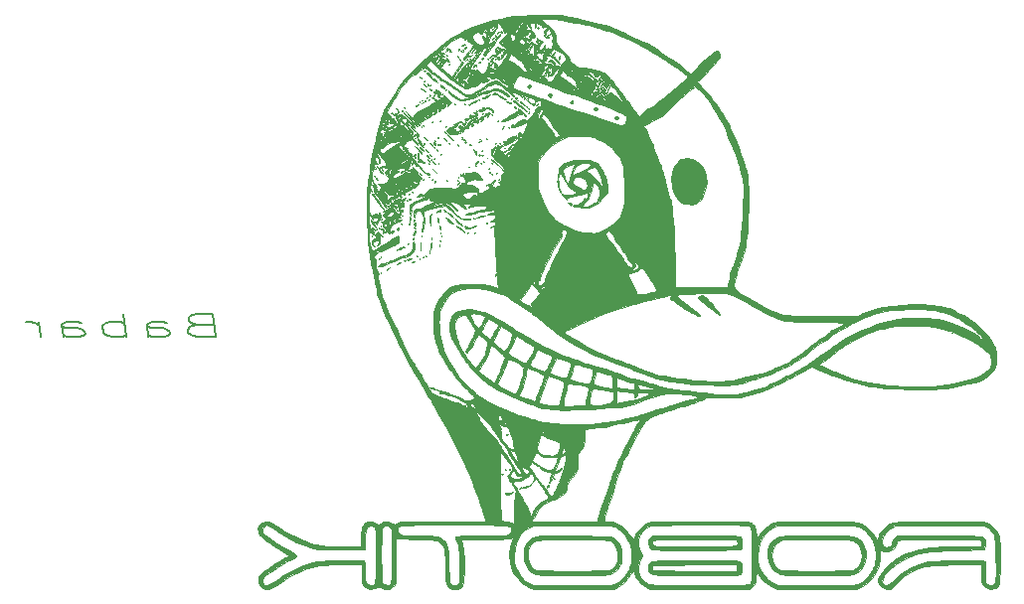
<source format=gbr>
G04 #@! TF.FileFunction,Legend,Bot*
%FSLAX46Y46*%
G04 Gerber Fmt 4.6, Leading zero omitted, Abs format (unit mm)*
G04 Created by KiCad (PCBNEW 4.0.6) date 12/04/17 20:43:38*
%MOMM*%
%LPD*%
G01*
G04 APERTURE LIST*
%ADD10C,0.050000*%
%ADD11C,0.200000*%
%ADD12C,0.010000*%
G04 APERTURE END LIST*
D10*
D11*
X72528096Y-63357143D02*
X71968572Y-63452381D01*
X71790000Y-63547619D01*
X71623334Y-63738095D01*
X71659048Y-64023810D01*
X71873334Y-64214286D01*
X72075714Y-64309524D01*
X72468572Y-64404762D01*
X73992381Y-64404762D01*
X73742381Y-62404762D01*
X72409048Y-62404762D01*
X72040000Y-62500000D01*
X71861429Y-62595238D01*
X71694762Y-62785714D01*
X71718572Y-62976190D01*
X71932857Y-63166667D01*
X72135238Y-63261905D01*
X72528096Y-63357143D01*
X73861429Y-63357143D01*
X68278095Y-64404762D02*
X68147143Y-63357143D01*
X68313810Y-63166667D01*
X68682858Y-63071429D01*
X69444763Y-63071429D01*
X69837619Y-63166667D01*
X68266190Y-64309524D02*
X68659048Y-64404762D01*
X69611429Y-64404762D01*
X69980476Y-64309524D01*
X70147143Y-64119048D01*
X70123333Y-63928571D01*
X69909048Y-63738095D01*
X69516191Y-63642857D01*
X68563810Y-63642857D01*
X68170952Y-63547619D01*
X66373333Y-64404762D02*
X66123333Y-62404762D01*
X66218571Y-63166667D02*
X65825715Y-63071429D01*
X65063810Y-63071429D01*
X64694762Y-63166667D01*
X64516190Y-63261905D01*
X64349524Y-63452381D01*
X64420952Y-64023810D01*
X64635238Y-64214286D01*
X64837619Y-64309524D01*
X65230476Y-64404762D01*
X65992381Y-64404762D01*
X66361428Y-64309524D01*
X61039999Y-64404762D02*
X60909047Y-63357143D01*
X61075714Y-63166667D01*
X61444762Y-63071429D01*
X62206667Y-63071429D01*
X62599523Y-63166667D01*
X61028094Y-64309524D02*
X61420952Y-64404762D01*
X62373333Y-64404762D01*
X62742380Y-64309524D01*
X62909047Y-64119048D01*
X62885237Y-63928571D01*
X62670952Y-63738095D01*
X62278095Y-63642857D01*
X61325714Y-63642857D01*
X60932856Y-63547619D01*
X59135237Y-64404762D02*
X58968571Y-63071429D01*
X59016190Y-63452381D02*
X58801904Y-63261905D01*
X58599523Y-63166667D01*
X58206666Y-63071429D01*
X57825714Y-63071429D01*
D12*
G36*
X102236210Y-36898218D02*
X101699759Y-36909216D01*
X100842155Y-36937510D01*
X100104947Y-36979698D01*
X99455346Y-37040255D01*
X98860564Y-37123658D01*
X98287811Y-37234383D01*
X97704299Y-37376907D01*
X97172266Y-37527316D01*
X96620175Y-37694765D01*
X96185751Y-37836629D01*
X95837926Y-37965168D01*
X95545631Y-38092641D01*
X95277798Y-38231307D01*
X95050326Y-38364591D01*
X94754723Y-38537108D01*
X94455434Y-38699351D01*
X94244586Y-38803317D01*
X94044032Y-38919793D01*
X93774270Y-39111285D01*
X93477175Y-39346913D01*
X93297040Y-39502135D01*
X93010572Y-39751215D01*
X92734426Y-39979788D01*
X92507524Y-40156179D01*
X92406741Y-40226664D01*
X92172664Y-40399886D01*
X91862593Y-40663362D01*
X91501922Y-40992128D01*
X91116047Y-41361223D01*
X90730362Y-41745685D01*
X90370263Y-42120553D01*
X90061145Y-42460865D01*
X89828403Y-42741658D01*
X89775587Y-42812919D01*
X89305778Y-43506470D01*
X88825004Y-44277533D01*
X88511709Y-44814896D01*
X88370685Y-45087778D01*
X88239835Y-45396621D01*
X88112602Y-45762796D01*
X87982427Y-46207674D01*
X87842750Y-46752626D01*
X87687015Y-47419023D01*
X87618606Y-47725047D01*
X87570566Y-47878531D01*
X87546729Y-47927733D01*
X87518310Y-48027091D01*
X87470585Y-48252047D01*
X87408145Y-48576601D01*
X87335581Y-48974747D01*
X87257483Y-49420483D01*
X87178442Y-49887806D01*
X87103048Y-50350713D01*
X87035892Y-50783200D01*
X87002084Y-51012931D01*
X86958463Y-51397545D01*
X86921883Y-51870195D01*
X86896681Y-52365469D01*
X86887576Y-52739517D01*
X86887265Y-53190370D01*
X86893191Y-53695192D01*
X86904414Y-54229445D01*
X86919991Y-54768592D01*
X86938982Y-55288095D01*
X86960444Y-55763417D01*
X86983435Y-56170022D01*
X87007015Y-56483370D01*
X87030242Y-56678925D01*
X87040410Y-56722190D01*
X87074079Y-56884562D01*
X87100062Y-57132623D01*
X87108720Y-57297719D01*
X87133379Y-57578749D01*
X87186655Y-57938517D01*
X87257933Y-58307385D01*
X87272470Y-58372039D01*
X87367227Y-58781600D01*
X87474682Y-59244730D01*
X87572589Y-59665559D01*
X87578327Y-59690168D01*
X87648536Y-60007468D01*
X87702214Y-60280924D01*
X87730958Y-60466433D01*
X87733596Y-60505095D01*
X87770268Y-60739870D01*
X87875492Y-61088578D01*
X88042077Y-61531672D01*
X88262835Y-62049601D01*
X88453615Y-62462772D01*
X88614016Y-62802322D01*
X88747345Y-63089046D01*
X88841280Y-63296105D01*
X88883496Y-63396657D01*
X88884653Y-63401480D01*
X88918363Y-63503089D01*
X89012169Y-63718751D01*
X89155088Y-64026497D01*
X89336136Y-64404359D01*
X89544327Y-64830368D01*
X89768679Y-65282555D01*
X89998208Y-65738952D01*
X90221928Y-66177589D01*
X90428856Y-66576499D01*
X90608008Y-66913712D01*
X90748400Y-67167259D01*
X90839048Y-67315173D01*
X90846646Y-67325551D01*
X90964662Y-67489988D01*
X91029191Y-67598783D01*
X91033293Y-67613083D01*
X91076128Y-67692979D01*
X91186298Y-67852859D01*
X91286015Y-67986990D01*
X91476034Y-68268444D01*
X91655475Y-68585308D01*
X91709722Y-68697473D01*
X91857257Y-69010714D01*
X91994587Y-69259042D01*
X92166510Y-69520821D01*
X92241711Y-69628097D01*
X92352389Y-69795014D01*
X92411503Y-69904634D01*
X92414562Y-69917387D01*
X92452336Y-70002878D01*
X92548718Y-70171169D01*
X92620367Y-70287008D01*
X92762568Y-70526585D01*
X92932958Y-70835296D01*
X93085194Y-71127785D01*
X93220305Y-71383564D01*
X93338132Y-71582822D01*
X93415808Y-71687261D01*
X93422159Y-71692125D01*
X93487089Y-71777816D01*
X93599764Y-71970279D01*
X93742193Y-72237604D01*
X93845021Y-72442119D01*
X94003131Y-72761521D01*
X94146946Y-73047934D01*
X94256035Y-73260861D01*
X94295925Y-73335785D01*
X94444905Y-73619813D01*
X94633144Y-74000111D01*
X94846361Y-74445578D01*
X95070277Y-74925110D01*
X95290612Y-75407606D01*
X95493084Y-75861963D01*
X95663416Y-76257078D01*
X95787327Y-76561850D01*
X95828519Y-76673852D01*
X95963454Y-77050778D01*
X96117003Y-77456249D01*
X96256629Y-77804415D01*
X96260549Y-77813760D01*
X96368365Y-78082951D01*
X96447070Y-78303610D01*
X96481252Y-78432161D01*
X96481632Y-78438891D01*
X96509177Y-78553384D01*
X96582162Y-78767406D01*
X96686109Y-79039190D01*
X96711580Y-79102306D01*
X96822346Y-79400299D01*
X96903953Y-79669709D01*
X96941022Y-79858742D01*
X96941792Y-79877628D01*
X96942055Y-80088655D01*
X93330363Y-80088655D01*
X92461302Y-80089205D01*
X91732704Y-80091389D01*
X91131560Y-80096015D01*
X90644864Y-80103888D01*
X90259605Y-80115814D01*
X89962776Y-80132598D01*
X89741368Y-80155047D01*
X89582373Y-80183966D01*
X89472781Y-80220161D01*
X89399585Y-80264438D01*
X89349776Y-80317602D01*
X89337050Y-80336013D01*
X89249578Y-80345154D01*
X89087806Y-80280900D01*
X89030102Y-80248075D01*
X88690506Y-80111930D01*
X88364179Y-80114982D01*
X88089261Y-80247699D01*
X87887070Y-80406743D01*
X87684878Y-80247699D01*
X87396036Y-80112124D01*
X87069474Y-80113746D01*
X86757256Y-80240036D01*
X86626756Y-80331133D01*
X86536050Y-80437082D01*
X86476916Y-80586986D01*
X86441132Y-80809949D01*
X86420476Y-81135074D01*
X86409795Y-81469924D01*
X86390695Y-82198927D01*
X85047795Y-82220795D01*
X84233910Y-82222932D01*
X83548305Y-82199027D01*
X82967649Y-82146873D01*
X82468609Y-82064265D01*
X82027856Y-81948999D01*
X81968291Y-81929738D01*
X81326470Y-81679362D01*
X80623855Y-81338488D01*
X79903824Y-80929327D01*
X79457292Y-80644153D01*
X79046014Y-80381397D01*
X78726114Y-80210304D01*
X78472119Y-80123037D01*
X78258557Y-80111760D01*
X78059955Y-80168635D01*
X78002129Y-80196443D01*
X77743246Y-80402851D01*
X77614375Y-80669442D01*
X77620767Y-80967012D01*
X77767674Y-81266360D01*
X77801966Y-81309387D01*
X77992330Y-81495271D01*
X78284927Y-81732187D01*
X78647527Y-81997181D01*
X79047897Y-82267303D01*
X79453807Y-82519601D01*
X79695378Y-82657699D01*
X79941191Y-82799314D01*
X80123865Y-82917299D01*
X80210459Y-82990043D01*
X80213354Y-82997497D01*
X80150579Y-83061482D01*
X79993449Y-83154730D01*
X79925590Y-83188181D01*
X79706233Y-83305956D01*
X79413045Y-83483625D01*
X79075488Y-83701013D01*
X78723027Y-83937943D01*
X78385127Y-84174242D01*
X78091250Y-84389732D01*
X77870862Y-84564239D01*
X77756652Y-84673361D01*
X77624460Y-84949261D01*
X77619936Y-85240435D01*
X77725820Y-85511652D01*
X77924855Y-85727681D01*
X78199781Y-85853291D01*
X78343307Y-85870920D01*
X78507185Y-85860673D01*
X78676344Y-85810644D01*
X78884198Y-85705465D01*
X79164161Y-85529768D01*
X79336704Y-85414015D01*
X79919542Y-85030207D01*
X80425968Y-84725226D01*
X80895211Y-84476996D01*
X81366502Y-84263442D01*
X81423414Y-84239775D01*
X81797519Y-84094185D01*
X82146260Y-83981519D01*
X82497888Y-83897788D01*
X82880651Y-83839005D01*
X83322800Y-83801183D01*
X83852584Y-83780332D01*
X84498253Y-83772466D01*
X84736810Y-83772039D01*
X86429064Y-83772039D01*
X86429064Y-84571892D01*
X86431764Y-84936696D01*
X86444418Y-85184340D01*
X86473854Y-85351105D01*
X86526900Y-85473274D01*
X86610386Y-85587129D01*
X86622981Y-85602202D01*
X86885794Y-85822140D01*
X87179340Y-85891953D01*
X87506398Y-85812158D01*
X87574086Y-85779331D01*
X87765184Y-85686695D01*
X87897024Y-85664766D01*
X88045452Y-85712826D01*
X88171451Y-85773687D01*
X88520543Y-85878806D01*
X88836451Y-85836008D01*
X89110939Y-85646767D01*
X89154736Y-85597951D01*
X89345076Y-85371744D01*
X89345076Y-83412624D01*
X89345641Y-82814325D01*
X89348128Y-82352711D01*
X89353727Y-82010998D01*
X89363628Y-81772398D01*
X89379019Y-81620124D01*
X89401092Y-81537391D01*
X89431035Y-81507412D01*
X89470037Y-81513400D01*
X89479366Y-81517597D01*
X89594224Y-81538818D01*
X89837330Y-81561057D01*
X90183477Y-81582787D01*
X90607460Y-81602486D01*
X91084073Y-81618626D01*
X91200606Y-81621729D01*
X91738367Y-81636355D01*
X92144957Y-81651075D01*
X92442661Y-81668380D01*
X92653763Y-81690759D01*
X92800547Y-81720703D01*
X92905299Y-81760703D01*
X92990302Y-81813248D01*
X93003930Y-81823263D01*
X93171364Y-81959670D01*
X93299410Y-82101850D01*
X93394039Y-82272706D01*
X93461225Y-82495141D01*
X93506939Y-82792058D01*
X93537155Y-83186359D01*
X93557844Y-83700947D01*
X93565620Y-83977172D01*
X93579759Y-84488401D01*
X93593724Y-84869181D01*
X93610534Y-85142502D01*
X93633208Y-85331357D01*
X93664764Y-85458738D01*
X93708222Y-85547636D01*
X93766601Y-85621042D01*
X93783924Y-85639713D01*
X94059191Y-85839442D01*
X94372139Y-85890708D01*
X94603012Y-85843467D01*
X94787172Y-85767496D01*
X94924591Y-85663444D01*
X95022613Y-85509207D01*
X95088579Y-85282681D01*
X95129832Y-84961762D01*
X95153715Y-84524344D01*
X95163641Y-84155725D01*
X95158293Y-83309923D01*
X95103607Y-82606931D01*
X94999303Y-82044133D01*
X94906926Y-81757689D01*
X94899300Y-81717422D01*
X94923190Y-81686096D01*
X94995142Y-81662596D01*
X95131702Y-81645808D01*
X95349416Y-81634615D01*
X95664830Y-81627902D01*
X96094490Y-81624555D01*
X96654943Y-81623458D01*
X96899287Y-81623399D01*
X97533379Y-81622154D01*
X98032590Y-81617755D01*
X98415495Y-81609201D01*
X98700672Y-81595493D01*
X98906698Y-81575631D01*
X99052150Y-81548615D01*
X99155605Y-81513446D01*
X99182429Y-81500538D01*
X99338122Y-81424848D01*
X99389182Y-81425542D01*
X99365916Y-81505891D01*
X99360125Y-81519722D01*
X99122803Y-82246825D01*
X99030409Y-82952394D01*
X99082713Y-83627562D01*
X99279487Y-84263458D01*
X99439106Y-84576135D01*
X99724765Y-84961966D01*
X100100200Y-85327507D01*
X100509224Y-85621480D01*
X100688695Y-85716490D01*
X100778186Y-85755982D01*
X100869870Y-85788650D01*
X100978469Y-85815140D01*
X101118705Y-85836100D01*
X101305298Y-85852176D01*
X101552970Y-85864015D01*
X101876442Y-85872265D01*
X102290436Y-85877571D01*
X102809672Y-85880582D01*
X103448873Y-85881943D01*
X104222759Y-85882302D01*
X104462296Y-85882311D01*
X107877100Y-85882311D01*
X108222417Y-85703096D01*
X108694502Y-85385397D01*
X109113846Y-84965160D01*
X109356979Y-84621202D01*
X109558094Y-84280940D01*
X109654166Y-84506097D01*
X109722982Y-84689074D01*
X109753694Y-84813233D01*
X109753699Y-84813363D01*
X109816028Y-84955107D01*
X109971065Y-85148342D01*
X110184117Y-85358978D01*
X110420493Y-85552930D01*
X110645498Y-85696108D01*
X110659027Y-85702906D01*
X111023324Y-85882311D01*
X115090393Y-85906243D01*
X116129870Y-85910936D01*
X117020188Y-85911849D01*
X117765619Y-85908922D01*
X118370432Y-85902096D01*
X118838899Y-85891310D01*
X119175290Y-85876506D01*
X119383876Y-85857623D01*
X119445537Y-85845517D01*
X119690863Y-85732647D01*
X119859468Y-85546333D01*
X119967272Y-85260236D01*
X120026666Y-84884003D01*
X120078309Y-84375589D01*
X120351240Y-84783633D01*
X120711067Y-85207399D01*
X121153899Y-85548504D01*
X121639630Y-85779412D01*
X121901263Y-85847793D01*
X122106195Y-85869383D01*
X122455084Y-85886542D01*
X122938470Y-85899118D01*
X123546895Y-85906957D01*
X124270900Y-85909907D01*
X125101026Y-85907815D01*
X125469541Y-85905467D01*
X126246915Y-85899405D01*
X126886322Y-85893283D01*
X127403265Y-85886277D01*
X127813249Y-85877563D01*
X128131778Y-85866317D01*
X128374357Y-85851714D01*
X128556490Y-85832931D01*
X128693682Y-85809143D01*
X128801437Y-85779527D01*
X128895260Y-85743259D01*
X128945349Y-85720729D01*
X129466344Y-85397775D01*
X129902076Y-84960547D01*
X130239913Y-84429970D01*
X130467221Y-83826972D01*
X130571368Y-83172479D01*
X130576553Y-83018658D01*
X130577820Y-82966299D01*
X130205795Y-82966299D01*
X130200705Y-83322545D01*
X130175486Y-83583817D01*
X130118558Y-83808378D01*
X130018342Y-84054489D01*
X129968046Y-84162524D01*
X129659022Y-84684219D01*
X129284457Y-85095769D01*
X128862584Y-85377426D01*
X128834104Y-85390701D01*
X128748723Y-85425380D01*
X128649677Y-85453994D01*
X128522197Y-85477130D01*
X128351517Y-85495376D01*
X128122869Y-85509318D01*
X127821488Y-85519544D01*
X127432604Y-85526642D01*
X126941453Y-85531198D01*
X126333265Y-85533799D01*
X125593274Y-85535034D01*
X125197963Y-85535309D01*
X121876530Y-85536994D01*
X121505114Y-85348783D01*
X121032011Y-85025702D01*
X120649563Y-84591794D01*
X120369767Y-84068020D01*
X120204622Y-83475340D01*
X120163280Y-83004668D01*
X120165666Y-82979441D01*
X119656254Y-82979441D01*
X119655447Y-83639380D01*
X119652433Y-84162808D01*
X119646320Y-84566683D01*
X119636217Y-84867964D01*
X119621234Y-85083607D01*
X119600479Y-85230571D01*
X119573062Y-85325813D01*
X119538091Y-85386293D01*
X119529255Y-85396661D01*
X119494776Y-85427317D01*
X119443152Y-85453163D01*
X119361974Y-85474609D01*
X119238835Y-85492063D01*
X119061327Y-85505933D01*
X118817043Y-85516628D01*
X118493575Y-85524556D01*
X118078515Y-85530126D01*
X117559456Y-85533746D01*
X116923990Y-85535825D01*
X116159709Y-85536772D01*
X115266532Y-85536994D01*
X114352349Y-85536582D01*
X113579088Y-85535110D01*
X112934197Y-85532224D01*
X112405125Y-85527568D01*
X111979321Y-85520787D01*
X111644233Y-85511528D01*
X111387311Y-85499434D01*
X111196002Y-85484151D01*
X111057757Y-85465324D01*
X110960022Y-85442598D01*
X110890248Y-85415619D01*
X110885223Y-85413128D01*
X110552415Y-85195617D01*
X110262423Y-84916891D01*
X110095627Y-84677512D01*
X110005590Y-84374429D01*
X109992285Y-84000498D01*
X110053018Y-83616195D01*
X110155305Y-83337491D01*
X110321524Y-83004668D01*
X109411843Y-83004668D01*
X109405608Y-83378326D01*
X109380938Y-83650570D01*
X109328882Y-83873164D01*
X109240491Y-84097876D01*
X109212241Y-84159227D01*
X108905296Y-84683488D01*
X108531174Y-85079990D01*
X108127195Y-85339990D01*
X107731861Y-85536994D01*
X101115995Y-85536994D01*
X100720661Y-85339990D01*
X100302546Y-85068925D01*
X99955889Y-84699039D01*
X99658379Y-84205699D01*
X99618116Y-84122709D01*
X99503441Y-83856973D01*
X99436813Y-83622036D01*
X99406194Y-83356324D01*
X99399526Y-83004668D01*
X99464512Y-82335653D01*
X99652078Y-81744037D01*
X99956834Y-81239948D01*
X100373394Y-80833512D01*
X100474755Y-80767830D01*
X99163390Y-80767830D01*
X99154301Y-80863510D01*
X99152560Y-80880833D01*
X99134206Y-80998971D01*
X99094309Y-81093479D01*
X99017235Y-81166995D01*
X98887353Y-81222157D01*
X98689027Y-81261602D01*
X98406626Y-81287969D01*
X98024516Y-81303894D01*
X97527063Y-81312017D01*
X96898634Y-81314975D01*
X96577553Y-81315319D01*
X95914316Y-81317139D01*
X95391194Y-81322229D01*
X94994851Y-81331186D01*
X94711949Y-81344606D01*
X94529154Y-81363086D01*
X94433129Y-81387224D01*
X94409767Y-81412371D01*
X94436760Y-81531760D01*
X94506530Y-81741189D01*
X94578428Y-81930347D01*
X94639517Y-82099295D01*
X94685255Y-82275281D01*
X94718562Y-82485684D01*
X94742358Y-82757879D01*
X94759566Y-83119244D01*
X94773104Y-83597156D01*
X94777502Y-83796332D01*
X94786992Y-84307641D01*
X94789841Y-84687986D01*
X94784588Y-84959785D01*
X94769771Y-85145461D01*
X94743928Y-85267434D01*
X94705598Y-85348127D01*
X94673686Y-85388628D01*
X94473412Y-85513915D01*
X94243152Y-85525028D01*
X94041870Y-85423887D01*
X93992025Y-85366445D01*
X93946526Y-85273790D01*
X93913721Y-85130507D01*
X93891789Y-84913944D01*
X93878908Y-84601454D01*
X93873256Y-84170386D01*
X93872568Y-83881521D01*
X93863740Y-83242229D01*
X93832944Y-82735381D01*
X93773715Y-82340732D01*
X93679587Y-82038035D01*
X93544093Y-81807046D01*
X93360767Y-81627520D01*
X93123144Y-81479210D01*
X93101791Y-81468187D01*
X92981268Y-81414127D01*
X92846047Y-81374479D01*
X92671063Y-81347039D01*
X92431253Y-81329605D01*
X92101549Y-81319973D01*
X91656888Y-81315941D01*
X91362483Y-81315319D01*
X90786422Y-81311860D01*
X90345414Y-81299627D01*
X90021101Y-81274306D01*
X89795128Y-81231584D01*
X89649136Y-81167148D01*
X89564770Y-81076684D01*
X89523671Y-80955879D01*
X89513422Y-80880833D01*
X89503682Y-80782719D01*
X89503626Y-80778864D01*
X89044677Y-80778864D01*
X89022218Y-83031165D01*
X89014558Y-83716910D01*
X89004967Y-84264663D01*
X88990797Y-84689906D01*
X88969399Y-85008120D01*
X88938125Y-85234786D01*
X88894327Y-85385386D01*
X88835356Y-85475401D01*
X88758563Y-85520312D01*
X88661300Y-85535599D01*
X88593535Y-85536994D01*
X88383971Y-85487412D01*
X88257614Y-85409995D01*
X88217432Y-85364265D01*
X88185710Y-85296682D01*
X88161456Y-85190188D01*
X88143680Y-85027723D01*
X88131392Y-84792228D01*
X88123601Y-84466644D01*
X88119318Y-84033912D01*
X88117551Y-83476972D01*
X88117281Y-82992774D01*
X88117309Y-82949224D01*
X87656858Y-82949224D01*
X87655826Y-83647496D01*
X87650925Y-84207516D01*
X87639448Y-84644501D01*
X87618686Y-84973669D01*
X87585932Y-85210237D01*
X87538479Y-85369424D01*
X87473619Y-85466448D01*
X87388644Y-85516525D01*
X87280848Y-85534873D01*
X87196435Y-85536994D01*
X86961058Y-85469411D01*
X86855470Y-85366445D01*
X86798581Y-85243004D01*
X86761809Y-85048649D01*
X86742003Y-84756098D01*
X86736013Y-84338065D01*
X86736012Y-84331955D01*
X86734956Y-83958021D01*
X86727822Y-83709652D01*
X86708662Y-83558940D01*
X86671529Y-83477976D01*
X86610475Y-83438851D01*
X86541486Y-83419192D01*
X86410245Y-83406734D01*
X86150461Y-83398902D01*
X85787000Y-83395821D01*
X85344726Y-83397617D01*
X84848505Y-83404416D01*
X84603873Y-83409372D01*
X83992882Y-83425297D01*
X83508268Y-83444031D01*
X83122934Y-83467881D01*
X82809784Y-83499149D01*
X82541722Y-83540142D01*
X82291651Y-83593164D01*
X82211862Y-83612831D01*
X81450121Y-83861761D01*
X80626249Y-84235901D01*
X79755500Y-84727921D01*
X79348105Y-84988705D01*
X78926952Y-85256437D01*
X78606967Y-85430784D01*
X78372144Y-85517482D01*
X78206478Y-85522269D01*
X78093966Y-85450880D01*
X78086022Y-85441072D01*
X77971636Y-85227407D01*
X77993725Y-85028331D01*
X78113849Y-84847558D01*
X78283786Y-84686219D01*
X78557373Y-84472180D01*
X78903528Y-84226241D01*
X79291170Y-83969200D01*
X79689219Y-83721856D01*
X80066593Y-83505007D01*
X80306944Y-83379978D01*
X80584730Y-83241587D01*
X80768190Y-83131731D01*
X80850907Y-83034205D01*
X80826468Y-82932806D01*
X80688457Y-82811331D01*
X80430458Y-82653574D01*
X80046057Y-82443333D01*
X79906405Y-82368290D01*
X79517387Y-82146099D01*
X79125591Y-81899266D01*
X78755102Y-81645507D01*
X78430007Y-81402540D01*
X78174393Y-81188081D01*
X78012346Y-81019847D01*
X77968355Y-80942759D01*
X77984995Y-80768316D01*
X78085279Y-80580297D01*
X78228631Y-80437588D01*
X78345399Y-80395604D01*
X78450719Y-80436450D01*
X78653867Y-80547905D01*
X78926398Y-80713346D01*
X79239869Y-80916149D01*
X79266341Y-80933809D01*
X80077309Y-81436266D01*
X80879949Y-81857202D01*
X81642535Y-82180955D01*
X82093414Y-82329492D01*
X82291754Y-82383548D01*
X82478433Y-82425291D01*
X82676856Y-82456300D01*
X82910425Y-82478155D01*
X83202543Y-82492435D01*
X83576615Y-82500722D01*
X84056042Y-82504595D01*
X84664228Y-82505634D01*
X84702478Y-82505640D01*
X86697644Y-82505876D01*
X86736012Y-81597161D01*
X86754699Y-81206550D01*
X86775910Y-80939172D01*
X86805927Y-80764831D01*
X86851032Y-80653331D01*
X86917509Y-80574477D01*
X86955541Y-80542025D01*
X87163560Y-80416443D01*
X87338836Y-80425430D01*
X87503384Y-80549078D01*
X87547579Y-80599865D01*
X87582374Y-80665368D01*
X87608890Y-80763109D01*
X87628247Y-80910607D01*
X87641565Y-81125384D01*
X87649965Y-81424960D01*
X87654566Y-81826857D01*
X87656490Y-82348593D01*
X87656858Y-82949224D01*
X88117309Y-82949224D01*
X88117716Y-82338522D01*
X88119745Y-81820411D01*
X88124457Y-81421112D01*
X88132941Y-81123293D01*
X88146286Y-80909622D01*
X88165578Y-80762769D01*
X88191908Y-80665402D01*
X88226363Y-80600190D01*
X88270033Y-80549802D01*
X88270756Y-80549078D01*
X88457727Y-80418118D01*
X88638342Y-80426645D01*
X88842322Y-80576608D01*
X88853048Y-80587234D01*
X89044677Y-80778864D01*
X89503626Y-80778864D01*
X89502452Y-80698801D01*
X89520741Y-80627972D01*
X89569561Y-80569121D01*
X89659922Y-80521141D01*
X89802834Y-80482923D01*
X90009309Y-80453359D01*
X90290355Y-80431341D01*
X90656984Y-80415758D01*
X91120207Y-80405504D01*
X91691033Y-80399470D01*
X92380473Y-80396547D01*
X93199537Y-80395626D01*
X94159237Y-80395599D01*
X94332991Y-80395604D01*
X95317111Y-80395590D01*
X96158767Y-80396285D01*
X96868970Y-80398799D01*
X97458731Y-80404240D01*
X97939060Y-80413717D01*
X98320967Y-80428337D01*
X98615463Y-80449210D01*
X98833558Y-80477445D01*
X98986264Y-80514148D01*
X99084589Y-80560430D01*
X99139545Y-80617399D01*
X99162142Y-80686163D01*
X99163390Y-80767830D01*
X100474755Y-80767830D01*
X100650030Y-80654253D01*
X101047493Y-80433973D01*
X104423928Y-80433973D01*
X105236870Y-80434341D01*
X105910709Y-80435815D01*
X106459817Y-80438954D01*
X106898565Y-80444312D01*
X107241322Y-80452448D01*
X107502461Y-80463917D01*
X107696352Y-80479276D01*
X107837366Y-80499083D01*
X107939873Y-80523893D01*
X108018246Y-80554264D01*
X108058534Y-80574771D01*
X108515906Y-80901438D01*
X108911963Y-81333676D01*
X109190424Y-81796251D01*
X109298676Y-82049553D01*
X109364917Y-82271496D01*
X109399065Y-82516213D01*
X109411040Y-82837837D01*
X109411843Y-83004668D01*
X110321524Y-83004668D01*
X110323237Y-83001239D01*
X110155305Y-82655583D01*
X110004708Y-82189603D01*
X109995615Y-81732754D01*
X110117597Y-81308396D01*
X110360226Y-80939892D01*
X110713071Y-80650603D01*
X111129403Y-80473572D01*
X111271187Y-80455950D01*
X111556702Y-80440246D01*
X111976218Y-80426636D01*
X112520000Y-80415297D01*
X113178316Y-80406408D01*
X113941434Y-80400147D01*
X114799621Y-80396689D01*
X115378158Y-80396032D01*
X116260527Y-80396097D01*
X117002222Y-80396814D01*
X117616042Y-80398658D01*
X118114787Y-80402104D01*
X118511257Y-80407628D01*
X118818251Y-80415704D01*
X119048569Y-80426806D01*
X119215010Y-80441411D01*
X119330376Y-80459992D01*
X119407464Y-80483025D01*
X119459075Y-80510985D01*
X119498009Y-80544347D01*
X119502780Y-80549078D01*
X119546710Y-80599525D01*
X119581358Y-80664583D01*
X119607823Y-80761642D01*
X119627203Y-80908090D01*
X119640595Y-81121315D01*
X119649098Y-81418707D01*
X119653811Y-81817654D01*
X119655830Y-82335544D01*
X119656254Y-82979441D01*
X120165666Y-82979441D01*
X120224617Y-82356268D01*
X120416603Y-81764542D01*
X120730129Y-81247021D01*
X121156085Y-80821240D01*
X121378176Y-80666610D01*
X121754425Y-80433973D01*
X125136911Y-80433973D01*
X125951828Y-80434366D01*
X126627707Y-80435911D01*
X127178984Y-80439157D01*
X127620095Y-80444653D01*
X127965474Y-80452947D01*
X128229557Y-80464588D01*
X128426780Y-80480125D01*
X128571578Y-80500106D01*
X128678386Y-80525081D01*
X128761640Y-80555597D01*
X128799087Y-80573175D01*
X129301621Y-80906619D01*
X129710998Y-81361063D01*
X129943281Y-81752439D01*
X130071600Y-82024359D01*
X130149486Y-82245671D01*
X130189466Y-82474306D01*
X130204070Y-82768195D01*
X130205795Y-82966299D01*
X130577820Y-82966299D01*
X130582891Y-82756864D01*
X130602662Y-82617953D01*
X130647530Y-82571342D01*
X130729157Y-82586449D01*
X130739952Y-82590234D01*
X130918091Y-82627603D01*
X131160706Y-82649391D01*
X131220230Y-82651072D01*
X131551694Y-82589495D01*
X131803213Y-82406718D01*
X131951800Y-82120794D01*
X131964507Y-82066576D01*
X131983989Y-81963012D01*
X132006150Y-81876949D01*
X132044269Y-81806776D01*
X132111629Y-81750883D01*
X132221509Y-81707657D01*
X132387193Y-81675487D01*
X132621960Y-81652763D01*
X132939091Y-81637873D01*
X133351868Y-81629205D01*
X133873573Y-81625149D01*
X134517485Y-81624093D01*
X135296886Y-81624426D01*
X135607795Y-81624574D01*
X136320674Y-81626228D01*
X136987828Y-81630491D01*
X137593264Y-81637064D01*
X138120985Y-81645647D01*
X138554995Y-81655943D01*
X138879299Y-81667651D01*
X139077902Y-81680475D01*
X139134453Y-81690453D01*
X139202449Y-81810113D01*
X139211191Y-81977042D01*
X139185861Y-82198927D01*
X136922115Y-82245065D01*
X136264842Y-82259083D01*
X135738332Y-82272646D01*
X135319892Y-82287665D01*
X134986828Y-82306052D01*
X134716448Y-82329716D01*
X134486057Y-82360570D01*
X134272964Y-82400525D01*
X134054475Y-82451491D01*
X133852629Y-82503562D01*
X133438249Y-82627062D01*
X133002929Y-82780064D01*
X132615324Y-82937596D01*
X132463839Y-83008761D01*
X132044915Y-83252011D01*
X131631844Y-83550648D01*
X131245917Y-83882941D01*
X130908424Y-84227157D01*
X130640657Y-84561564D01*
X130463906Y-84864429D01*
X130399462Y-85114021D01*
X130399457Y-85115943D01*
X130467521Y-85413080D01*
X130647209Y-85658126D01*
X130901765Y-85825044D01*
X131194433Y-85887795D01*
X131430046Y-85845981D01*
X131561350Y-85762654D01*
X131765594Y-85594982D01*
X132010637Y-85370481D01*
X132178200Y-85205462D01*
X132624770Y-84794086D01*
X133057177Y-84487981D01*
X133296327Y-84356417D01*
X133586669Y-84214339D01*
X133846623Y-84100032D01*
X134097970Y-84010155D01*
X134362490Y-83941367D01*
X134661963Y-83890328D01*
X135018171Y-83853696D01*
X135452892Y-83828130D01*
X135987909Y-83810289D01*
X136645000Y-83796833D01*
X136979668Y-83791421D01*
X139224230Y-83756682D01*
X139224230Y-84568890D01*
X139226336Y-84933682D01*
X139237448Y-85180589D01*
X139264759Y-85345186D01*
X139315463Y-85463053D01*
X139396750Y-85569766D01*
X139435257Y-85612711D01*
X139715351Y-85822268D01*
X140031172Y-85888660D01*
X140336919Y-85817301D01*
X140471761Y-85748376D01*
X140577443Y-85664648D01*
X140657494Y-85547852D01*
X140715444Y-85379719D01*
X140754821Y-85141986D01*
X140779155Y-84816384D01*
X140791619Y-84396585D01*
X140446778Y-84396585D01*
X140443845Y-84742928D01*
X140434623Y-84992781D01*
X140418115Y-85165130D01*
X140393324Y-85278956D01*
X140359252Y-85353243D01*
X140329951Y-85391219D01*
X140130598Y-85514843D01*
X139900497Y-85524676D01*
X139699502Y-85422900D01*
X139650636Y-85366445D01*
X139593747Y-85243004D01*
X139556975Y-85048649D01*
X139537170Y-84756098D01*
X139531179Y-84338065D01*
X139531179Y-83468014D01*
X139327317Y-83416849D01*
X139177351Y-83401150D01*
X138899344Y-83392525D01*
X138518534Y-83390301D01*
X138060158Y-83393806D01*
X137549455Y-83402368D01*
X137011662Y-83415314D01*
X136472017Y-83431972D01*
X135955759Y-83451669D01*
X135488123Y-83473734D01*
X135094350Y-83497494D01*
X134799675Y-83522277D01*
X134658369Y-83541226D01*
X133838770Y-83748522D01*
X133118219Y-84055283D01*
X132467334Y-84476949D01*
X131887429Y-84997341D01*
X131567161Y-85300957D01*
X131313807Y-85481844D01*
X131111972Y-85546810D01*
X130946259Y-85502661D01*
X130875227Y-85444909D01*
X130784952Y-85255808D01*
X130816988Y-85010645D01*
X130957834Y-84724838D01*
X131193988Y-84413803D01*
X131511949Y-84092957D01*
X131898215Y-83777717D01*
X132339284Y-83483500D01*
X132816677Y-83228067D01*
X133189428Y-83064794D01*
X133562853Y-82930642D01*
X133957843Y-82822443D01*
X134395294Y-82737030D01*
X134896098Y-82671236D01*
X135481148Y-82621896D01*
X136171337Y-82585841D01*
X136987559Y-82559906D01*
X137267432Y-82553469D01*
X139492810Y-82505876D01*
X139516081Y-82056011D01*
X139527591Y-81890280D01*
X139535370Y-81751235D01*
X139527204Y-81636545D01*
X139490877Y-81543880D01*
X139414175Y-81470909D01*
X139284884Y-81415300D01*
X139090787Y-81374723D01*
X138819672Y-81346846D01*
X138459321Y-81329340D01*
X137997522Y-81319872D01*
X137422059Y-81316113D01*
X136720717Y-81315730D01*
X135881282Y-81316394D01*
X135640571Y-81316450D01*
X132003961Y-81316450D01*
X131815606Y-81504805D01*
X131685002Y-81688779D01*
X131627390Y-81875560D01*
X131627251Y-81883009D01*
X131560344Y-82118522D01*
X131381191Y-82271646D01*
X131176694Y-82314033D01*
X130954801Y-82271284D01*
X130829299Y-82130245D01*
X130784982Y-81871730D01*
X130784405Y-81819078D01*
X130860040Y-81418661D01*
X131072726Y-81048282D01*
X131406091Y-80734045D01*
X131507046Y-80666899D01*
X131883796Y-80433973D01*
X139441221Y-80433973D01*
X139770283Y-80665246D01*
X139955312Y-80800131D01*
X140101000Y-80928005D01*
X140212324Y-81068798D01*
X140294261Y-81242438D01*
X140351786Y-81468854D01*
X140389875Y-81767976D01*
X140413504Y-82159732D01*
X140427650Y-82664052D01*
X140437288Y-83300864D01*
X140437765Y-83338500D01*
X140444419Y-83934770D01*
X140446778Y-84396585D01*
X140791619Y-84396585D01*
X140791974Y-84384648D01*
X140796807Y-83828513D01*
X140797342Y-83434154D01*
X140796004Y-82834355D01*
X140791085Y-82366309D01*
X140781223Y-82008312D01*
X140765059Y-81738660D01*
X140741234Y-81535649D01*
X140708386Y-81377572D01*
X140665157Y-81242727D01*
X140659017Y-81226583D01*
X140467764Y-80884979D01*
X140185274Y-80565778D01*
X139856365Y-80311351D01*
X139538824Y-80167451D01*
X139380202Y-80145109D01*
X139085392Y-80127321D01*
X138651516Y-80114045D01*
X138075695Y-80105235D01*
X137355053Y-80100848D01*
X136486709Y-80100839D01*
X135483984Y-80105068D01*
X134629757Y-80110219D01*
X133915217Y-80115210D01*
X133326575Y-80120692D01*
X132850047Y-80127316D01*
X132471846Y-80135735D01*
X132178184Y-80146601D01*
X131955277Y-80160565D01*
X131789336Y-80178280D01*
X131666577Y-80200397D01*
X131573212Y-80227569D01*
X131495456Y-80260447D01*
X131424469Y-80297036D01*
X131082669Y-80540536D01*
X130770123Y-80870629D01*
X130533141Y-81233801D01*
X130455630Y-81416509D01*
X130352464Y-81726007D01*
X130147720Y-81376638D01*
X129976499Y-81134239D01*
X129742423Y-80863804D01*
X129548578Y-80672670D01*
X129398171Y-80539867D01*
X129257973Y-80428604D01*
X129113447Y-80337073D01*
X128950054Y-80263468D01*
X128753257Y-80205983D01*
X128508518Y-80162811D01*
X128201299Y-80132146D01*
X127817064Y-80112181D01*
X127341274Y-80101110D01*
X126759391Y-80097126D01*
X126056878Y-80098422D01*
X125219198Y-80103193D01*
X124978483Y-80104773D01*
X124165179Y-80110569D01*
X123491010Y-80116643D01*
X122941638Y-80123634D01*
X122502723Y-80132179D01*
X122159928Y-80142914D01*
X121898914Y-80156478D01*
X121705341Y-80173507D01*
X121564871Y-80194640D01*
X121463167Y-80220512D01*
X121385888Y-80251763D01*
X121359072Y-80265655D01*
X120990949Y-80517830D01*
X120623697Y-80856144D01*
X120316209Y-81224652D01*
X120257264Y-81312289D01*
X120039940Y-81653446D01*
X120039512Y-81312289D01*
X119997101Y-80854908D01*
X119876082Y-80492549D01*
X119683908Y-80247421D01*
X119681631Y-80245620D01*
X119634500Y-80211429D01*
X119578812Y-80182601D01*
X119501917Y-80158677D01*
X119391165Y-80139202D01*
X119233906Y-80123718D01*
X119017492Y-80111768D01*
X118729270Y-80102894D01*
X118356593Y-80096640D01*
X117886810Y-80092549D01*
X117307271Y-80090162D01*
X116605326Y-80089023D01*
X115768325Y-80088676D01*
X115338343Y-80088655D01*
X114345452Y-80089697D01*
X113497057Y-80092949D01*
X112784195Y-80098599D01*
X112197900Y-80106839D01*
X111729208Y-80117857D01*
X111369155Y-80131844D01*
X111108777Y-80148988D01*
X110939108Y-80169479D01*
X110878752Y-80182966D01*
X110617194Y-80306738D01*
X110333144Y-80512050D01*
X110064211Y-80762891D01*
X109848001Y-81023249D01*
X109722122Y-81257113D01*
X109710182Y-81301945D01*
X109661165Y-81481677D01*
X109609564Y-81581071D01*
X109606520Y-81583279D01*
X109539331Y-81542245D01*
X109413298Y-81402849D01*
X109254709Y-81194429D01*
X109241969Y-81176456D01*
X108835553Y-80708002D01*
X108371727Y-80364704D01*
X107942364Y-80187389D01*
X100613069Y-80187389D01*
X100594398Y-80230273D01*
X100517131Y-80312654D01*
X100472711Y-80295755D01*
X100471964Y-80285027D01*
X100526469Y-80220122D01*
X100560558Y-80196433D01*
X100613069Y-80187389D01*
X107942364Y-80187389D01*
X107866983Y-80156259D01*
X107397493Y-80092024D01*
X107198242Y-80076531D01*
X107082870Y-80041554D01*
X107071360Y-80024592D01*
X107093123Y-79923514D01*
X107150102Y-79720950D01*
X107227616Y-79468247D01*
X107305272Y-79222534D01*
X107416581Y-78868928D01*
X107549416Y-78446024D01*
X107691649Y-77992416D01*
X107768129Y-77748172D01*
X107994925Y-77025430D01*
X108181719Y-76435245D01*
X108333377Y-75963403D01*
X108454764Y-75595691D01*
X108550744Y-75317896D01*
X108626182Y-75115805D01*
X108685944Y-74975205D01*
X108734894Y-74881883D01*
X108763920Y-74838918D01*
X108837020Y-74719505D01*
X108963830Y-74488061D01*
X109130716Y-74170464D01*
X109324042Y-73792593D01*
X109494193Y-73452974D01*
X109699488Y-73046639D01*
X109890872Y-72681351D01*
X110054535Y-72382441D01*
X110176668Y-72175238D01*
X110236768Y-72090890D01*
X110340032Y-71965611D01*
X110371876Y-71896964D01*
X110420807Y-71814688D01*
X110547342Y-71658155D01*
X110698009Y-71489721D01*
X110731651Y-71455725D01*
X110164482Y-71455725D01*
X109960821Y-71697014D01*
X109832548Y-71865955D01*
X109761920Y-71991954D01*
X109757161Y-72013808D01*
X109721885Y-72109875D01*
X109627141Y-72305812D01*
X109489553Y-72568203D01*
X109399976Y-72731734D01*
X109118777Y-73256038D01*
X108826299Y-73834156D01*
X108536289Y-74436005D01*
X108262494Y-75031506D01*
X108018661Y-75590577D01*
X107818538Y-76083137D01*
X107675872Y-76479107D01*
X107651013Y-76558746D01*
X107528040Y-76952616D01*
X107390605Y-77365906D01*
X107262711Y-77727137D01*
X107225853Y-77824909D01*
X107097000Y-78175340D01*
X106958305Y-78579223D01*
X106822866Y-78995435D01*
X106703781Y-79382850D01*
X106614147Y-79700347D01*
X106572390Y-79876660D01*
X106531762Y-80086719D01*
X103789627Y-80107872D01*
X103150374Y-80113268D01*
X102555671Y-80119176D01*
X102023967Y-80125346D01*
X101573712Y-80131527D01*
X101223356Y-80137467D01*
X100991348Y-80142916D01*
X100898846Y-80147209D01*
X100813072Y-80147101D01*
X100822082Y-80095929D01*
X100932238Y-79965511D01*
X100942371Y-79954365D01*
X101096437Y-79745815D01*
X101243293Y-79486521D01*
X101276548Y-79414506D01*
X101518969Y-79025554D01*
X101871410Y-78683377D01*
X102290899Y-78422562D01*
X102674426Y-78289297D01*
X102865627Y-78220125D01*
X103124004Y-78091338D01*
X103135438Y-78084554D01*
X102401794Y-78084554D01*
X102100591Y-78238216D01*
X101797631Y-78432835D01*
X101493529Y-78694631D01*
X101228804Y-78982645D01*
X101043974Y-79255916D01*
X101002963Y-79347795D01*
X100912416Y-79555954D01*
X100841443Y-79614100D01*
X100783426Y-79523443D01*
X100751215Y-79393823D01*
X100694519Y-79241548D01*
X100572854Y-78992022D01*
X100403171Y-78677779D01*
X100202421Y-78331351D01*
X100166936Y-78272444D01*
X99972668Y-77942887D01*
X99815587Y-77659182D01*
X99780771Y-77589765D01*
X99585480Y-77589765D01*
X99542454Y-77681875D01*
X99499730Y-77805387D01*
X99467088Y-78064326D01*
X99444042Y-78464546D01*
X99430106Y-79011901D01*
X99429713Y-79038188D01*
X99423203Y-79458008D01*
X99416847Y-79820779D01*
X99411166Y-80100183D01*
X99406678Y-80269901D01*
X99404615Y-80309079D01*
X99349892Y-80290899D01*
X99272128Y-80233490D01*
X99124878Y-80165306D01*
X98891174Y-80108786D01*
X98754153Y-80089804D01*
X98361692Y-80050287D01*
X98305187Y-79513127D01*
X98285259Y-79261519D01*
X98267112Y-78916442D01*
X98251114Y-78502343D01*
X98237635Y-78043671D01*
X98227046Y-77564875D01*
X98219716Y-77090404D01*
X98216014Y-76644705D01*
X98216311Y-76252228D01*
X98220976Y-75937421D01*
X98230379Y-75724732D01*
X98244890Y-75638611D01*
X98246574Y-75637900D01*
X98269017Y-75570430D01*
X98263970Y-75400502D01*
X98253605Y-75311767D01*
X98229969Y-75040262D01*
X98227559Y-74757907D01*
X98243752Y-74505791D01*
X98275927Y-74325005D01*
X98320946Y-74256631D01*
X98392708Y-74317041D01*
X98513194Y-74474194D01*
X98634542Y-74659501D01*
X98789172Y-74891360D01*
X98934278Y-75076435D01*
X99016885Y-75157093D01*
X99140831Y-75298085D01*
X99228222Y-75471663D01*
X99262423Y-75619949D01*
X99228451Y-75746730D01*
X99106830Y-75906698D01*
X99051416Y-75968161D01*
X98904201Y-76142526D01*
X98856369Y-76249193D01*
X98893786Y-76323751D01*
X98905965Y-76334437D01*
X99000191Y-76482329D01*
X99013958Y-76559932D01*
X99070796Y-76698791D01*
X99129064Y-76739971D01*
X99230764Y-76821998D01*
X99244170Y-76864811D01*
X99282433Y-76973117D01*
X99379452Y-77155756D01*
X99440619Y-77256677D01*
X99556165Y-77461127D01*
X99585480Y-77589765D01*
X99780771Y-77589765D01*
X99709270Y-77447208D01*
X99667292Y-77332842D01*
X99668532Y-77322383D01*
X99645495Y-77232752D01*
X99538906Y-77091903D01*
X99508548Y-77060312D01*
X99365175Y-76876583D01*
X99363208Y-76752318D01*
X99503200Y-76686229D01*
X99674544Y-76673852D01*
X99966934Y-76624389D01*
X100297530Y-76466230D01*
X100377706Y-76416457D01*
X100587734Y-76271472D01*
X100666838Y-76206205D01*
X100298521Y-76206205D01*
X100219759Y-76268264D01*
X100047847Y-76362098D01*
X99756531Y-76461659D01*
X99467725Y-76473937D01*
X99232112Y-76400576D01*
X99150720Y-76333032D01*
X99071298Y-76219437D01*
X99083210Y-76121127D01*
X99177604Y-75987715D01*
X99312513Y-75836625D01*
X99408728Y-75813368D01*
X99507270Y-75922503D01*
X99572189Y-76031577D01*
X99670928Y-76181019D01*
X99776626Y-76239163D01*
X99951108Y-76231390D01*
X100029731Y-76219421D01*
X100235517Y-76192594D01*
X100298521Y-76206205D01*
X100666838Y-76206205D01*
X100732967Y-76151644D01*
X100778913Y-76090324D01*
X100829182Y-76023877D01*
X100937271Y-76035918D01*
X101039102Y-76111687D01*
X101063488Y-76155876D01*
X101128503Y-76289273D01*
X101159873Y-76328535D01*
X101230602Y-76411052D01*
X101358800Y-76580187D01*
X101520024Y-76801492D01*
X101689830Y-77040524D01*
X101843776Y-77262838D01*
X101957419Y-77433987D01*
X102006317Y-77519528D01*
X102006707Y-77521905D01*
X102049165Y-77605155D01*
X102155626Y-77760434D01*
X102204250Y-77825562D01*
X102401794Y-78084554D01*
X103135438Y-78084554D01*
X103374319Y-77942826D01*
X103615506Y-77779952D01*
X103757578Y-77652751D01*
X103833312Y-77518417D01*
X103875484Y-77334145D01*
X103884415Y-77276654D01*
X103937350Y-76996294D01*
X104015568Y-76780522D01*
X104146890Y-76575631D01*
X104359134Y-76327917D01*
X104397547Y-76286049D01*
X104606047Y-76027557D01*
X104740639Y-75765507D01*
X104815333Y-75455973D01*
X104844144Y-75055027D01*
X104845982Y-74880336D01*
X104850209Y-74607573D01*
X103848399Y-74607573D01*
X103828271Y-74853215D01*
X103774178Y-75163488D01*
X103695559Y-75505562D01*
X103601854Y-75846604D01*
X103502502Y-76153784D01*
X103406941Y-76394269D01*
X103324610Y-76535229D01*
X103287526Y-76558458D01*
X103258940Y-76606497D01*
X103270941Y-76632362D01*
X103276262Y-76753200D01*
X103242711Y-76843389D01*
X103176035Y-76978932D01*
X103069230Y-77207689D01*
X102944272Y-77482523D01*
X102932086Y-77509694D01*
X102810441Y-77776550D01*
X102729339Y-77924675D01*
X102666612Y-77975414D01*
X102600089Y-77950112D01*
X102533597Y-77893380D01*
X102404421Y-77749856D01*
X102238299Y-77529637D01*
X102113573Y-77345302D01*
X101968106Y-77134757D01*
X101847482Y-76988958D01*
X101785029Y-76942432D01*
X101702732Y-76883355D01*
X101586940Y-76736974D01*
X101558240Y-76693036D01*
X101416472Y-76476398D01*
X101240672Y-76219349D01*
X101166975Y-76114790D01*
X101034602Y-75919469D01*
X100977845Y-75823221D01*
X100702176Y-75823221D01*
X100657640Y-75938374D01*
X100563734Y-76055216D01*
X100489504Y-76098323D01*
X100419904Y-76050917D01*
X100408901Y-76040725D01*
X100080306Y-76040725D01*
X100031261Y-76090611D01*
X99963264Y-76084766D01*
X99859585Y-76013360D01*
X99703017Y-75848355D01*
X99525649Y-75623951D01*
X99507983Y-75599532D01*
X99346875Y-75368132D01*
X99227724Y-75184088D01*
X99173615Y-75083273D01*
X99172575Y-75078317D01*
X99123933Y-74974229D01*
X99071511Y-74902995D01*
X98948110Y-74754812D01*
X98898852Y-74695207D01*
X98808595Y-74560748D01*
X98714628Y-74393540D01*
X98621632Y-74259809D01*
X98544938Y-74223713D01*
X98542849Y-74224867D01*
X98509697Y-74204171D01*
X98524007Y-74146158D01*
X98506809Y-74021201D01*
X98453317Y-73983146D01*
X98347789Y-73880531D01*
X98288153Y-73743259D01*
X98218293Y-73606235D01*
X98068156Y-73389817D01*
X97861915Y-73127057D01*
X97688868Y-72923887D01*
X97450380Y-72652332D01*
X97239865Y-72410651D01*
X97084358Y-72229993D01*
X97021145Y-72154590D01*
X96894924Y-72001462D01*
X96730552Y-71805511D01*
X96692659Y-71760774D01*
X96561402Y-71588384D01*
X96487554Y-71456901D01*
X96481632Y-71430796D01*
X96445269Y-71317225D01*
X96354908Y-71136146D01*
X96324561Y-71083177D01*
X96230209Y-70879033D01*
X96233110Y-70778413D01*
X96312456Y-70786778D01*
X96447443Y-70909589D01*
X96537452Y-71027300D01*
X96676765Y-71207386D01*
X96791791Y-71319564D01*
X96829883Y-71337707D01*
X96922184Y-71396903D01*
X97074189Y-71548643D01*
X97257284Y-71759956D01*
X97442854Y-71997870D01*
X97598293Y-72223097D01*
X97723938Y-72396412D01*
X97834181Y-72509461D01*
X97841874Y-72514674D01*
X97925892Y-72636763D01*
X97939638Y-72717491D01*
X97994389Y-72858805D01*
X98054744Y-72903113D01*
X98156114Y-73008739D01*
X98169849Y-73073729D01*
X98222624Y-73193765D01*
X98358314Y-73367467D01*
X98480079Y-73492350D01*
X98659298Y-73682710D01*
X98784877Y-73856336D01*
X98819545Y-73936336D01*
X98901843Y-74170250D01*
X99069194Y-74494868D01*
X99306327Y-74884747D01*
X99597972Y-75314448D01*
X99859286Y-75668493D01*
X100023773Y-75903192D01*
X100080306Y-76040725D01*
X100408901Y-76040725D01*
X100334374Y-75971695D01*
X100197167Y-75800396D01*
X100114194Y-75664746D01*
X100060164Y-75533657D01*
X100102933Y-75488418D01*
X100172266Y-75484426D01*
X100348561Y-75525535D01*
X100532816Y-75624444D01*
X100667740Y-75744523D01*
X100702176Y-75823221D01*
X100977845Y-75823221D01*
X100949536Y-75775215D01*
X100932387Y-75730378D01*
X100875050Y-75650817D01*
X100783645Y-75581927D01*
X100688881Y-75505933D01*
X100681913Y-75413618D01*
X100749320Y-75260108D01*
X99836969Y-75260108D01*
X99811515Y-75249753D01*
X99746766Y-75143032D01*
X99745561Y-75140860D01*
X99644639Y-74973941D01*
X99569765Y-74875585D01*
X99565809Y-74872280D01*
X99486236Y-74781009D01*
X99415722Y-74678686D01*
X99304385Y-74505430D01*
X99171223Y-74301671D01*
X99169167Y-74298554D01*
X99076311Y-74143148D01*
X99041139Y-74053788D01*
X99042911Y-74048625D01*
X99126009Y-74045447D01*
X99290818Y-74070281D01*
X99420032Y-74112673D01*
X99510687Y-74201704D01*
X99589071Y-74374509D01*
X99657833Y-74588790D01*
X99762102Y-74942045D01*
X99821156Y-75161678D01*
X99836969Y-75260108D01*
X100749320Y-75260108D01*
X100750896Y-75256519D01*
X100839041Y-75099789D01*
X100900662Y-75025041D01*
X100904759Y-75024003D01*
X100983803Y-75066260D01*
X101135536Y-75171911D01*
X101194146Y-75215846D01*
X101371694Y-75336894D01*
X101505773Y-75403330D01*
X101529172Y-75407689D01*
X101618607Y-75470849D01*
X101657694Y-75549518D01*
X101781815Y-75707490D01*
X102016024Y-75819751D01*
X102319326Y-75867586D01*
X102355635Y-75868112D01*
X102555163Y-75902332D01*
X102624487Y-76012077D01*
X102569329Y-76207972D01*
X102554676Y-76237658D01*
X102494960Y-76401341D01*
X102440440Y-76621155D01*
X102438131Y-76633085D01*
X102420195Y-76799356D01*
X102448162Y-76837383D01*
X102510583Y-76761279D01*
X102596011Y-76585155D01*
X102692995Y-76323124D01*
X102695307Y-76316090D01*
X102787531Y-76072644D01*
X102871769Y-75951848D01*
X102968224Y-75925489D01*
X102974463Y-75926243D01*
X103125362Y-75892816D01*
X103312733Y-75785090D01*
X103349608Y-75756344D01*
X103470269Y-75638263D01*
X103496073Y-75570217D01*
X103478416Y-75563923D01*
X103344858Y-75611684D01*
X103261908Y-75676269D01*
X103100452Y-75772425D01*
X103002339Y-75791374D01*
X102926074Y-75781341D01*
X102907005Y-75729432D01*
X102948634Y-75602938D01*
X103045440Y-75388504D01*
X103148826Y-75148588D01*
X103218310Y-74953308D01*
X103236193Y-74870529D01*
X103311990Y-74664997D01*
X103329198Y-74651361D01*
X103133995Y-74651361D01*
X103133903Y-74668814D01*
X103092273Y-74785017D01*
X103019475Y-74994368D01*
X102956608Y-75177477D01*
X102865736Y-75416249D01*
X102781253Y-75593139D01*
X102735710Y-75655909D01*
X102549302Y-75709878D01*
X102282767Y-75682379D01*
X102054407Y-75608376D01*
X101882756Y-75519765D01*
X101636007Y-75373185D01*
X101363754Y-75200145D01*
X101115592Y-75032153D01*
X100942787Y-74902133D01*
X100957107Y-74826188D01*
X101024360Y-74657795D01*
X101083457Y-74530178D01*
X101252096Y-74181816D01*
X101518812Y-74385251D01*
X101661129Y-74483524D01*
X101801069Y-74543629D01*
X101981450Y-74574517D01*
X102245088Y-74585141D01*
X102476283Y-74585445D01*
X102834797Y-74590987D01*
X103050661Y-74612531D01*
X103133995Y-74651361D01*
X103329198Y-74651361D01*
X103500768Y-74515411D01*
X103637372Y-74471452D01*
X103789769Y-74461168D01*
X103843833Y-74532513D01*
X103848399Y-74607573D01*
X104850209Y-74607573D01*
X104850609Y-74581794D01*
X104875183Y-74385082D01*
X104935741Y-74238604D01*
X105017574Y-74131142D01*
X103805698Y-74131142D01*
X103729802Y-74271936D01*
X103552457Y-74333211D01*
X103541412Y-74333368D01*
X103459235Y-74321326D01*
X103449667Y-74258431D01*
X103510500Y-74104530D01*
X103526845Y-74068280D01*
X103608729Y-73901618D01*
X103665105Y-73858994D01*
X103730758Y-73923314D01*
X103754359Y-73956471D01*
X103805698Y-74131142D01*
X105017574Y-74131142D01*
X105048322Y-74090765D01*
X105114562Y-74016315D01*
X105216146Y-73900576D01*
X105290137Y-73794858D01*
X105337898Y-73681103D01*
X103694925Y-73681103D01*
X103656556Y-73719471D01*
X103618188Y-73681103D01*
X103656556Y-73642734D01*
X103694925Y-73681103D01*
X105337898Y-73681103D01*
X105341302Y-73672997D01*
X105361598Y-73572343D01*
X103334746Y-73572343D01*
X103314042Y-73823807D01*
X103253394Y-74088576D01*
X103165653Y-74304348D01*
X103097551Y-74390921D01*
X102912031Y-74462215D01*
X102630648Y-74488503D01*
X102303524Y-74472140D01*
X101980780Y-74415480D01*
X101723695Y-74326382D01*
X101458408Y-74146214D01*
X101342928Y-73949683D01*
X99455641Y-73949683D01*
X99250384Y-73949683D01*
X99021645Y-73873551D01*
X98856884Y-73717065D01*
X98702042Y-73529669D01*
X98569466Y-73375511D01*
X98555716Y-73360226D01*
X98394889Y-73139493D01*
X98313296Y-72934606D01*
X98325728Y-72794735D01*
X98346372Y-72654288D01*
X98313434Y-72504033D01*
X98272934Y-72318556D01*
X98283147Y-72200137D01*
X98276058Y-72050945D01*
X98236975Y-71981304D01*
X98178414Y-71865559D01*
X98235771Y-71826154D01*
X98385528Y-71875308D01*
X98412673Y-71890034D01*
X98602948Y-71968575D01*
X98733854Y-71992172D01*
X98839991Y-72063987D01*
X98963220Y-72261890D01*
X99093089Y-72560988D01*
X99219144Y-72936385D01*
X99330934Y-73363190D01*
X99354389Y-73470075D01*
X99455641Y-73949683D01*
X101342928Y-73949683D01*
X101334997Y-73936186D01*
X101358736Y-73706266D01*
X101376144Y-73669066D01*
X101435278Y-73514667D01*
X101505633Y-73276391D01*
X101543694Y-73125191D01*
X101603511Y-72894253D01*
X101660080Y-72781182D01*
X101740758Y-72753455D01*
X101841599Y-72770996D01*
X102040261Y-72841987D01*
X102160182Y-72912134D01*
X102333380Y-73014551D01*
X102583006Y-73122731D01*
X102843447Y-73211922D01*
X103049088Y-73257375D01*
X103079881Y-73259048D01*
X103237126Y-73320648D01*
X103302657Y-73396486D01*
X103334746Y-73572343D01*
X105361598Y-73572343D01*
X105374406Y-73508829D01*
X105394215Y-73276191D01*
X105405495Y-72948918D01*
X105412276Y-72544745D01*
X101965644Y-72544745D01*
X101882683Y-72549533D01*
X101764399Y-72504304D01*
X101762810Y-72382250D01*
X101802151Y-72287068D01*
X101839122Y-72338030D01*
X101839820Y-72340181D01*
X101923581Y-72476642D01*
X101959693Y-72507464D01*
X101965644Y-72544745D01*
X105412276Y-72544745D01*
X105413013Y-72500848D01*
X105414850Y-72367810D01*
X105427336Y-72291711D01*
X105481243Y-72240515D01*
X105605011Y-72206017D01*
X105827081Y-72180007D01*
X106148298Y-72156137D01*
X106569953Y-72112222D01*
X107053653Y-72038498D01*
X107514228Y-71948528D01*
X107646889Y-71917519D01*
X107989183Y-71837148D01*
X108292013Y-71773304D01*
X108513994Y-71734340D01*
X108594191Y-71726321D01*
X108757016Y-71703404D01*
X109010660Y-71645277D01*
X109299094Y-71564849D01*
X109586101Y-71488153D01*
X109835452Y-71439899D01*
X109993513Y-71430449D01*
X109994274Y-71430559D01*
X110164482Y-71455725D01*
X110731651Y-71455725D01*
X110848745Y-71337402D01*
X110996478Y-71220470D01*
X111175281Y-71121396D01*
X111419230Y-71022654D01*
X111762397Y-70906718D01*
X111944170Y-70848726D01*
X112324504Y-70726601D01*
X112676188Y-70610426D01*
X112959691Y-70513462D01*
X113133596Y-70449727D01*
X113369336Y-70372574D01*
X113668251Y-70296930D01*
X113824230Y-70265142D01*
X114138950Y-70190302D01*
X114495138Y-70080447D01*
X114706707Y-70002384D01*
X114983694Y-69896632D01*
X115233206Y-69811639D01*
X115372791Y-69772712D01*
X115573375Y-69696663D01*
X115695092Y-69612269D01*
X115757149Y-69570375D01*
X115860027Y-69542029D01*
X116025763Y-69526258D01*
X116276395Y-69522089D01*
X116633960Y-69528548D01*
X117120497Y-69544661D01*
X117177649Y-69546787D01*
X117671831Y-69564274D01*
X118044406Y-69572841D01*
X118327098Y-69570196D01*
X118551631Y-69554046D01*
X118749729Y-69522099D01*
X118953115Y-69472062D01*
X119193515Y-69401643D01*
X119195831Y-69400944D01*
X119548211Y-69297863D01*
X119897292Y-69201309D01*
X120179020Y-69128876D01*
X120228542Y-69117253D01*
X120542935Y-69023276D01*
X120867754Y-68893414D01*
X120957545Y-68849780D01*
X121455510Y-68593214D01*
X121854567Y-68392239D01*
X122190802Y-68229437D01*
X122500302Y-68087388D01*
X122819156Y-67948675D01*
X122863002Y-67930053D01*
X123188761Y-67781456D01*
X123493703Y-67624183D01*
X123724581Y-67486204D01*
X123770893Y-67453173D01*
X124014566Y-67290443D01*
X124302045Y-67129225D01*
X124401002Y-67081053D01*
X124759275Y-66916274D01*
X125181330Y-67103397D01*
X125476084Y-67234004D01*
X125769206Y-67363768D01*
X125910333Y-67426182D01*
X126180036Y-67530241D01*
X126492558Y-67630337D01*
X126600967Y-67659970D01*
X126889474Y-67746893D01*
X127165539Y-67850586D01*
X127253233Y-67890314D01*
X127507965Y-67988679D01*
X127801798Y-68066333D01*
X127867130Y-68078284D01*
X128165099Y-68145888D01*
X128480541Y-68245344D01*
X128557765Y-68275118D01*
X128830202Y-68371379D01*
X129097235Y-68442796D01*
X129171662Y-68456593D01*
X129422304Y-68501412D01*
X129712507Y-68562769D01*
X129785559Y-68579824D01*
X130092896Y-68634729D01*
X130526481Y-68685922D01*
X131059107Y-68732348D01*
X131663572Y-68772953D01*
X132312671Y-68806682D01*
X132979200Y-68832478D01*
X133635954Y-68849288D01*
X134255729Y-68856056D01*
X134811320Y-68851726D01*
X135275523Y-68835244D01*
X135617583Y-68806021D01*
X136189309Y-68729728D01*
X136645550Y-68664099D01*
X137023318Y-68602473D01*
X137359622Y-68538187D01*
X137691470Y-68464580D01*
X138055874Y-68374990D01*
X138160189Y-68348341D01*
X138604431Y-68233305D01*
X138931206Y-68142338D01*
X139171640Y-68061093D01*
X139356855Y-67975221D01*
X139517974Y-67870378D01*
X139686120Y-67732214D01*
X139884737Y-67553371D01*
X140199628Y-67229008D01*
X140399749Y-66914120D01*
X140501434Y-66565109D01*
X140511241Y-66351442D01*
X140050877Y-66351442D01*
X140048796Y-66711138D01*
X139952141Y-67000458D01*
X139742262Y-67252053D01*
X139400506Y-67498574D01*
X139392954Y-67503214D01*
X138950984Y-67750177D01*
X138545087Y-67917294D01*
X138103377Y-68033804D01*
X138073173Y-68040025D01*
X137856860Y-68086139D01*
X137537530Y-68156856D01*
X137161601Y-68241803D01*
X136845378Y-68314406D01*
X136272173Y-68431143D01*
X135679765Y-68517799D01*
X135047474Y-68575047D01*
X134354619Y-68603562D01*
X133580518Y-68604016D01*
X132704491Y-68577084D01*
X131705857Y-68523439D01*
X131281934Y-68495644D01*
X130203570Y-68379876D01*
X129176049Y-68186773D01*
X128229920Y-67923419D01*
X127395734Y-67596897D01*
X127385601Y-67592193D01*
X127119567Y-67474464D01*
X126900283Y-67388403D01*
X126770818Y-67350756D01*
X126763428Y-67350287D01*
X126649311Y-67316582D01*
X126442275Y-67227592D01*
X126184145Y-67101509D01*
X126145877Y-67081707D01*
X125882669Y-66951696D01*
X125663303Y-66856312D01*
X125530256Y-66813817D01*
X125521071Y-66813127D01*
X125422375Y-66787440D01*
X125411541Y-66767874D01*
X125471407Y-66675486D01*
X125621158Y-66544474D01*
X125816025Y-66409854D01*
X125988628Y-66316504D01*
X126205837Y-66186760D01*
X126372314Y-66043423D01*
X126554292Y-65870836D01*
X126819658Y-65653046D01*
X127121265Y-65425567D01*
X127411968Y-65223913D01*
X127644619Y-65083598D01*
X127650684Y-65080463D01*
X127880065Y-64948943D01*
X128082951Y-64811409D01*
X128088571Y-64807059D01*
X128249716Y-64704908D01*
X128514791Y-64561180D01*
X128846311Y-64393922D01*
X129206785Y-64221179D01*
X129558725Y-64060997D01*
X129864644Y-63931421D01*
X130054139Y-63860902D01*
X130292987Y-63794170D01*
X130610006Y-63720914D01*
X130898248Y-63664128D01*
X131198169Y-63605451D01*
X131461772Y-63544689D01*
X131627251Y-63496541D01*
X131780690Y-63469625D01*
X132058900Y-63449941D01*
X132433359Y-63437313D01*
X132875544Y-63431566D01*
X133356931Y-63432525D01*
X133848997Y-63440015D01*
X134323218Y-63453860D01*
X134751071Y-63473886D01*
X135104033Y-63499917D01*
X135272266Y-63518929D01*
X135615209Y-63579289D01*
X135944828Y-63659388D01*
X136194520Y-63742821D01*
X136211460Y-63750233D01*
X136434318Y-63839324D01*
X136614195Y-63891479D01*
X136660592Y-63897115D01*
X136780657Y-63931947D01*
X137011465Y-64028747D01*
X137329040Y-64175966D01*
X137709404Y-64362055D01*
X138128578Y-64575469D01*
X138562586Y-64804657D01*
X138703716Y-64881096D01*
X138990456Y-65062210D01*
X139310327Y-65301353D01*
X139576988Y-65531280D01*
X139800409Y-65750559D01*
X139934600Y-65915369D01*
X140006223Y-66071857D01*
X140041943Y-66266167D01*
X140050877Y-66351442D01*
X140511241Y-66351442D01*
X140521022Y-66138379D01*
X140506204Y-65894857D01*
X140480222Y-65642661D01*
X140440462Y-65438177D01*
X140371481Y-65242170D01*
X140257837Y-65015406D01*
X140084088Y-64718648D01*
X140042270Y-64650237D01*
X139380133Y-64650237D01*
X139317250Y-64626206D01*
X139166677Y-64501829D01*
X138936629Y-64306045D01*
X138698490Y-64123787D01*
X138488892Y-63981059D01*
X138344464Y-63903862D01*
X138314809Y-63897115D01*
X138208873Y-63864857D01*
X138016047Y-63781788D01*
X137855507Y-63704368D01*
X137538347Y-63559318D01*
X137123528Y-63389668D01*
X136660598Y-63214233D01*
X136199102Y-63051828D01*
X135809426Y-62927426D01*
X135520531Y-62868152D01*
X135114431Y-62820639D01*
X134627003Y-62785665D01*
X134094124Y-62764011D01*
X133551669Y-62756454D01*
X133035516Y-62763775D01*
X132581541Y-62786751D01*
X132225620Y-62826163D01*
X132116457Y-62847232D01*
X131787267Y-62919285D01*
X131461207Y-62983685D01*
X131243565Y-63020972D01*
X130993343Y-63076654D01*
X130672997Y-63172669D01*
X130361088Y-63284751D01*
X129636951Y-63573377D01*
X129042128Y-63815934D01*
X128561849Y-64019202D01*
X128181339Y-64189964D01*
X127885828Y-64335001D01*
X127660542Y-64461095D01*
X127490709Y-64575027D01*
X127410615Y-64639221D01*
X127178464Y-64822381D01*
X126872690Y-65041471D01*
X126552029Y-65254729D01*
X126489769Y-65293947D01*
X126011078Y-65598622D01*
X125611212Y-65870256D01*
X125233789Y-66148425D01*
X124905576Y-66405896D01*
X124665913Y-66577487D01*
X124337339Y-66785847D01*
X123969024Y-67000746D01*
X123710578Y-67140602D01*
X123380971Y-67312546D01*
X123089503Y-67465158D01*
X122870231Y-67580571D01*
X122764109Y-67637136D01*
X122631027Y-67706186D01*
X122398582Y-67823549D01*
X122105184Y-67969914D01*
X121920000Y-68061578D01*
X121584885Y-68227936D01*
X121264984Y-68388417D01*
X121009491Y-68518275D01*
X120922417Y-68563386D01*
X120699799Y-68657295D01*
X120363304Y-68771073D01*
X119949505Y-68894273D01*
X119494975Y-69016444D01*
X119036287Y-69127136D01*
X118697040Y-69199202D01*
X118332297Y-69245071D01*
X117853123Y-69266927D01*
X117296574Y-69265381D01*
X116699705Y-69241042D01*
X116099571Y-69194519D01*
X115704290Y-69149977D01*
X115216291Y-69088135D01*
X114661502Y-69019811D01*
X114125259Y-68955442D01*
X113862599Y-68924750D01*
X113166785Y-68840002D01*
X113097196Y-68830299D01*
X111384087Y-68830299D01*
X111299547Y-68862923D01*
X111065717Y-68874050D01*
X110762629Y-68868970D01*
X110424474Y-68855833D01*
X110208196Y-68836502D01*
X110082208Y-68803010D01*
X110014922Y-68747386D01*
X109978171Y-68671063D01*
X109965279Y-68586622D01*
X109680423Y-68586622D01*
X109674376Y-68785535D01*
X109633228Y-68868433D01*
X109522472Y-68872773D01*
X109431028Y-68857338D01*
X109222124Y-68826129D01*
X108929362Y-68789941D01*
X108799957Y-68776072D01*
X105746753Y-68776072D01*
X105733735Y-68865707D01*
X105647939Y-69296274D01*
X105588681Y-69602178D01*
X105551441Y-69809053D01*
X105531699Y-69942533D01*
X105524935Y-70028255D01*
X105524785Y-70050791D01*
X105504783Y-70121348D01*
X105428855Y-70172702D01*
X105276164Y-70208391D01*
X105025872Y-70231955D01*
X104657140Y-70246932D01*
X104328006Y-70254018D01*
X103618188Y-70266299D01*
X103621880Y-70055272D01*
X103640385Y-69891577D01*
X103687179Y-69622371D01*
X103754242Y-69291262D01*
X103801826Y-69076873D01*
X103883378Y-68731622D01*
X103945387Y-68510360D01*
X104000486Y-68387013D01*
X104061309Y-68335507D01*
X104140488Y-68329766D01*
X104162635Y-68332180D01*
X104644205Y-68393118D01*
X104998812Y-68442774D01*
X105252169Y-68485493D01*
X105429991Y-68525623D01*
X105557990Y-68567511D01*
X105560430Y-68568481D01*
X105711097Y-68653951D01*
X105746753Y-68776072D01*
X108799957Y-68776072D01*
X108663656Y-68761464D01*
X108145680Y-68710362D01*
X108137154Y-68452379D01*
X108131594Y-68242160D01*
X107838732Y-68242160D01*
X107838732Y-68731556D01*
X107589336Y-68728735D01*
X107383407Y-68712482D01*
X107094014Y-68672909D01*
X106817875Y-68624888D01*
X106479429Y-68549944D01*
X106272508Y-68472113D01*
X106175930Y-68373134D01*
X106168519Y-68234750D01*
X106207218Y-68098424D01*
X106282493Y-67843834D01*
X106344889Y-67568984D01*
X106347125Y-67556712D01*
X106398777Y-67364384D01*
X106469986Y-67300946D01*
X106516936Y-67309398D01*
X106648798Y-67350066D01*
X106878783Y-67412356D01*
X107140614Y-67478678D01*
X107412472Y-67552628D01*
X107630254Y-67625010D01*
X107742810Y-67677835D01*
X107800136Y-67801893D01*
X107832956Y-68047763D01*
X107838732Y-68242160D01*
X108131594Y-68242160D01*
X108131098Y-68223440D01*
X108128627Y-68040921D01*
X108132380Y-67899402D01*
X108137154Y-67854439D01*
X108207504Y-67863839D01*
X108388005Y-67917246D01*
X108645246Y-68004401D01*
X108761787Y-68046282D01*
X109062899Y-68149920D01*
X109323274Y-68228306D01*
X109498649Y-68268470D01*
X109529158Y-68271133D01*
X109627221Y-68296856D01*
X109671254Y-68400487D01*
X109680423Y-68586622D01*
X109965279Y-68586622D01*
X109956680Y-68530305D01*
X110030178Y-68458332D01*
X110211248Y-68453595D01*
X110512473Y-68514545D01*
X110739921Y-68577255D01*
X111104477Y-68690085D01*
X111319131Y-68773560D01*
X111384087Y-68830299D01*
X113097196Y-68830299D01*
X112607033Y-68761955D01*
X112187695Y-68691339D01*
X111913121Y-68628879D01*
X111791304Y-68578587D01*
X111686027Y-68531164D01*
X111467651Y-68457657D01*
X111171892Y-68369523D01*
X110945819Y-68307354D01*
X110613263Y-68215932D01*
X110329081Y-68132402D01*
X110130977Y-68068140D01*
X110065700Y-68041811D01*
X109932555Y-67995719D01*
X109700840Y-67937305D01*
X109450212Y-67885034D01*
X109122224Y-67801619D01*
X108741208Y-67673517D01*
X108389476Y-67528409D01*
X108388466Y-67527938D01*
X108038529Y-67382216D01*
X107617773Y-67232477D01*
X107205524Y-67106514D01*
X107178995Y-67099450D01*
X106112145Y-67099450D01*
X106104235Y-67368848D01*
X106076535Y-67611936D01*
X106016440Y-67900944D01*
X105989189Y-68001089D01*
X105882054Y-68363932D01*
X105344834Y-68311747D01*
X105146310Y-68282415D01*
X103694925Y-68282415D01*
X103677999Y-68399821D01*
X103632814Y-68628964D01*
X103567762Y-68932544D01*
X103491231Y-69273263D01*
X103411613Y-69613823D01*
X103337298Y-69916925D01*
X103276676Y-70145271D01*
X103272986Y-70158099D01*
X103189241Y-70196550D01*
X102992986Y-70213765D01*
X102723384Y-70211935D01*
X102419602Y-70193251D01*
X102120805Y-70159903D01*
X101866157Y-70114084D01*
X101724268Y-70071462D01*
X101480198Y-69971632D01*
X101621298Y-69600989D01*
X101707362Y-69365046D01*
X101822486Y-69036128D01*
X101948273Y-68667213D01*
X102016488Y-68462976D01*
X102121961Y-68145527D01*
X102208294Y-67887738D01*
X102262926Y-67726903D01*
X101946528Y-67726903D01*
X101926882Y-67863485D01*
X101865633Y-68076523D01*
X101757633Y-68394428D01*
X101705081Y-68543507D01*
X101536855Y-69016229D01*
X101410257Y-69362416D01*
X101316496Y-69600492D01*
X101246783Y-69748880D01*
X101192327Y-69826001D01*
X101144339Y-69850280D01*
X101094028Y-69840138D01*
X101087644Y-69837576D01*
X100960518Y-69789339D01*
X100735238Y-69707368D01*
X100458502Y-69608638D01*
X100433596Y-69599837D01*
X100164151Y-69499879D01*
X99952194Y-69412302D01*
X99839270Y-69354405D01*
X99834442Y-69350365D01*
X99836582Y-69257551D01*
X99906287Y-69079427D01*
X99995563Y-68912129D01*
X100163742Y-68571717D01*
X100294705Y-68171358D01*
X100399975Y-67672451D01*
X100438889Y-67427024D01*
X100476415Y-67206876D01*
X100511784Y-67054740D01*
X100523242Y-67024917D01*
X100603971Y-67024402D01*
X100775313Y-67083988D01*
X100917260Y-67149752D01*
X101178231Y-67267638D01*
X101427339Y-67358662D01*
X101519143Y-67383550D01*
X101730447Y-67462388D01*
X101881610Y-67569458D01*
X101929721Y-67638364D01*
X101946528Y-67726903D01*
X102262926Y-67726903D01*
X102264994Y-67720816D01*
X102281803Y-67673943D01*
X102353125Y-67688521D01*
X102531199Y-67746932D01*
X102779821Y-67837171D01*
X102821319Y-67852846D01*
X103107216Y-67958119D01*
X103356944Y-68044345D01*
X103518211Y-68093496D01*
X103522266Y-68094480D01*
X103665149Y-68186268D01*
X103694925Y-68282415D01*
X105146310Y-68282415D01*
X105013782Y-68262834D01*
X104691959Y-68187986D01*
X104481481Y-68116188D01*
X104288894Y-68026441D01*
X104171807Y-67962079D01*
X104155348Y-67946655D01*
X104178744Y-67866248D01*
X104239520Y-67683850D01*
X104308822Y-67483834D01*
X104392231Y-67221010D01*
X104447971Y-66996510D01*
X104462296Y-66889373D01*
X104485509Y-66768678D01*
X104550672Y-66720286D01*
X104232862Y-66720286D01*
X104208003Y-66900741D01*
X104142483Y-67163324D01*
X104062911Y-67414312D01*
X103968476Y-67672004D01*
X103895916Y-67813959D01*
X103818380Y-67869970D01*
X103709015Y-67869834D01*
X103659265Y-67862202D01*
X103460580Y-67815212D01*
X103186777Y-67733017D01*
X102965922Y-67657764D01*
X102714818Y-67560809D01*
X102521179Y-67474523D01*
X102435698Y-67424000D01*
X102431926Y-67321687D01*
X102514926Y-67137471D01*
X102572843Y-67043768D01*
X102723211Y-66786193D01*
X102848894Y-66520356D01*
X102876982Y-66445956D01*
X102954970Y-66269122D01*
X103029629Y-66179471D01*
X103046785Y-66176520D01*
X103166206Y-66209995D01*
X103349608Y-66267961D01*
X103576817Y-66337231D01*
X103847982Y-66412826D01*
X103905952Y-66428041D01*
X104112775Y-66494674D01*
X104208191Y-66576038D01*
X104232749Y-66708385D01*
X104232862Y-66720286D01*
X104550672Y-66720286D01*
X104568769Y-66706847D01*
X104732516Y-66703554D01*
X104997184Y-66758477D01*
X105383212Y-66871290D01*
X105393818Y-66874606D01*
X106112145Y-67099450D01*
X107178995Y-67099450D01*
X107122303Y-67084355D01*
X106775017Y-66989810D01*
X106450340Y-66892344D01*
X106200978Y-66808100D01*
X106133794Y-66781579D01*
X105909210Y-66702065D01*
X105718307Y-66661134D01*
X105690243Y-66659652D01*
X105540015Y-66630638D01*
X105303543Y-66554889D01*
X105054697Y-66458051D01*
X104734335Y-66334581D01*
X104347069Y-66202117D01*
X103974942Y-66088670D01*
X103963505Y-66085473D01*
X103886915Y-66060389D01*
X102647015Y-66060389D01*
X102599992Y-66255537D01*
X102512289Y-66507668D01*
X102398209Y-66776802D01*
X102272056Y-67022959D01*
X102240688Y-67075608D01*
X102076716Y-67340921D01*
X101753947Y-67241955D01*
X101481845Y-67145722D01*
X101176781Y-67019958D01*
X101066677Y-66969607D01*
X101035577Y-66952792D01*
X100240233Y-66952792D01*
X100209707Y-67266921D01*
X100140980Y-67630525D01*
X100043903Y-68013841D01*
X99928329Y-68387111D01*
X99804108Y-68720573D01*
X99681093Y-68984466D01*
X99569134Y-69149031D01*
X99499870Y-69189347D01*
X99384450Y-69159097D01*
X99185506Y-69078692D01*
X99039447Y-69010725D01*
X98748528Y-68871306D01*
X98449000Y-68731915D01*
X98344488Y-68684592D01*
X98112023Y-68536386D01*
X98011256Y-68368161D01*
X98050918Y-68198415D01*
X98091945Y-68149520D01*
X98145691Y-68056150D01*
X98241174Y-67855121D01*
X98363427Y-67581388D01*
X98497481Y-67269909D01*
X98628371Y-66955638D01*
X98741129Y-66673532D01*
X98820787Y-66458546D01*
X98836650Y-66410257D01*
X98926758Y-66296345D01*
X98994277Y-66275967D01*
X99108732Y-66310154D01*
X99306741Y-66399161D01*
X99550869Y-66522651D01*
X99803681Y-66660290D01*
X100027743Y-66791742D01*
X100185620Y-66896672D01*
X100240233Y-66952792D01*
X101035577Y-66952792D01*
X100861592Y-66858725D01*
X100729375Y-66761649D01*
X100702176Y-66719832D01*
X100747811Y-66616069D01*
X100860685Y-66456118D01*
X100892176Y-66417636D01*
X101032959Y-66206333D01*
X101169167Y-65933260D01*
X101217137Y-65811845D01*
X101304893Y-65598447D01*
X101384552Y-65460588D01*
X101420948Y-65431858D01*
X101527323Y-65468418D01*
X101698958Y-65558200D01*
X101729070Y-65576026D01*
X101968206Y-65696994D01*
X102240041Y-65804139D01*
X102275287Y-65815507D01*
X102480508Y-65886747D01*
X102618869Y-65948474D01*
X102639052Y-65962204D01*
X102647015Y-66060389D01*
X103886915Y-66060389D01*
X103604117Y-65967770D01*
X103238266Y-65819565D01*
X102941781Y-65671752D01*
X102927553Y-65663392D01*
X102647124Y-65508406D01*
X102366830Y-65372229D01*
X102206196Y-65306300D01*
X102163196Y-65286965D01*
X101116748Y-65286965D01*
X101084104Y-65480398D01*
X100992735Y-65726868D01*
X100860565Y-65992454D01*
X100705515Y-66243239D01*
X100545510Y-66445303D01*
X100398471Y-66564726D01*
X100331706Y-66582915D01*
X100232012Y-66550145D01*
X100031679Y-66462457D01*
X99766207Y-66335786D01*
X99632501Y-66269072D01*
X99449128Y-66171361D01*
X98630272Y-66171361D01*
X98596088Y-66344726D01*
X98508601Y-66584924D01*
X98438429Y-66736390D01*
X98331773Y-66961134D01*
X98262119Y-67135278D01*
X98246587Y-67198936D01*
X98215364Y-67304957D01*
X98132923Y-67507566D01*
X98016102Y-67765793D01*
X97997488Y-67805045D01*
X97748389Y-68327192D01*
X97441143Y-68083469D01*
X97211619Y-67908887D01*
X96991048Y-67752809D01*
X96917806Y-67705035D01*
X96637611Y-67510829D01*
X96460361Y-67345520D01*
X96404895Y-67235246D01*
X96448140Y-67136070D01*
X96561085Y-66956546D01*
X96706604Y-66752777D01*
X96901304Y-66455287D01*
X97080470Y-66114426D01*
X97223497Y-65776657D01*
X97309778Y-65488440D01*
X97325741Y-65356771D01*
X97366438Y-65199426D01*
X97490936Y-65165750D01*
X97702840Y-65255349D01*
X97784786Y-65306732D01*
X98184022Y-65596340D01*
X98461304Y-65854015D01*
X98608160Y-66071094D01*
X98630272Y-66171361D01*
X99449128Y-66171361D01*
X99278842Y-66080624D01*
X99053228Y-65928945D01*
X98941320Y-65793523D01*
X98928779Y-65653849D01*
X99001265Y-65489411D01*
X99042302Y-65424861D01*
X99169222Y-65204183D01*
X99309597Y-64916077D01*
X99392709Y-64722039D01*
X99488215Y-64492023D01*
X99561440Y-64332400D01*
X99593571Y-64280800D01*
X99664781Y-64318693D01*
X99837741Y-64421054D01*
X100084120Y-64570906D01*
X100294478Y-64700792D01*
X100587412Y-64882377D01*
X100837926Y-65037047D01*
X101013228Y-65144589D01*
X101072744Y-65180488D01*
X101116748Y-65286965D01*
X102163196Y-65286965D01*
X101995964Y-65211769D01*
X101715691Y-65059468D01*
X101420910Y-64879864D01*
X101378444Y-64852169D01*
X101115580Y-64683649D01*
X100889278Y-64546918D01*
X100739672Y-64465999D01*
X100718533Y-64457153D01*
X100522426Y-64367456D01*
X100242815Y-64215369D01*
X100115506Y-64140370D01*
X99291753Y-64140370D01*
X99266526Y-64277984D01*
X99191807Y-64515191D01*
X99172050Y-64574042D01*
X99048639Y-64895534D01*
X98909435Y-65188636D01*
X98772689Y-65420815D01*
X98656650Y-65559542D01*
X98605259Y-65584382D01*
X98517760Y-65541063D01*
X98345029Y-65425793D01*
X98121996Y-65262098D01*
X98087284Y-65235530D01*
X97867887Y-65057134D01*
X97706605Y-64907745D01*
X97636529Y-64819212D01*
X97155208Y-64819212D01*
X97151055Y-64990214D01*
X97134463Y-65109519D01*
X97073219Y-65400147D01*
X96979655Y-65726200D01*
X96933386Y-65859468D01*
X96814430Y-66118971D01*
X96654399Y-66392618D01*
X96478049Y-66646077D01*
X96310135Y-66845019D01*
X96175415Y-66955113D01*
X96135011Y-66966601D01*
X96038204Y-66909473D01*
X95893792Y-66763015D01*
X95794987Y-66640468D01*
X95465347Y-66196057D01*
X95214469Y-65845891D01*
X95025938Y-65563815D01*
X94883337Y-65323676D01*
X94770253Y-65099321D01*
X94670270Y-64864595D01*
X94653231Y-64821358D01*
X94509665Y-64385577D01*
X94409625Y-63941734D01*
X94358334Y-63528640D01*
X94361010Y-63185109D01*
X94406215Y-62984750D01*
X94575154Y-62754683D01*
X94837000Y-62586193D01*
X95133197Y-62516117D01*
X95151653Y-62515846D01*
X95300894Y-62539334D01*
X95406969Y-62635066D01*
X95511598Y-62840131D01*
X95655743Y-63117157D01*
X95835152Y-63393422D01*
X95875017Y-63445887D01*
X96009346Y-63645095D01*
X96087710Y-63818696D01*
X96096125Y-63869789D01*
X96057575Y-64057472D01*
X95957569Y-64333858D01*
X95814609Y-64656652D01*
X95647200Y-64983557D01*
X95500149Y-65232056D01*
X95348196Y-65501125D01*
X95305417Y-65667736D01*
X95370929Y-65736396D01*
X95400933Y-65738807D01*
X95474033Y-65675914D01*
X95596582Y-65509230D01*
X95748427Y-65271749D01*
X95909412Y-64996462D01*
X96059384Y-64716363D01*
X96175350Y-64471087D01*
X96333016Y-64103267D01*
X96541614Y-64293163D01*
X96753859Y-64467708D01*
X96968931Y-64618950D01*
X97100944Y-64714555D01*
X97155208Y-64819212D01*
X97636529Y-64819212D01*
X97634033Y-64816059D01*
X97632689Y-64809129D01*
X97666998Y-64703844D01*
X97756497Y-64505375D01*
X97881046Y-64252509D01*
X98020505Y-63984035D01*
X98154734Y-63738739D01*
X98263594Y-63555411D01*
X98326361Y-63473183D01*
X98419448Y-63492591D01*
X98588955Y-63585993D01*
X98730602Y-63683812D01*
X98946423Y-63840691D01*
X99129676Y-63967230D01*
X99201712Y-64012924D01*
X99269483Y-64064600D01*
X99291753Y-64140370D01*
X100115506Y-64140370D01*
X99922017Y-64026385D01*
X99602350Y-63825995D01*
X99326133Y-63639691D01*
X99180486Y-63530658D01*
X98947135Y-63363612D01*
X98894159Y-63330391D01*
X98093112Y-63330391D01*
X98055513Y-63402911D01*
X97958462Y-63564746D01*
X97862901Y-63717630D01*
X97735784Y-63931968D01*
X97652176Y-64099587D01*
X97632689Y-64163644D01*
X97588527Y-64305873D01*
X97485878Y-64446167D01*
X97369499Y-64534189D01*
X97301306Y-64536344D01*
X97190703Y-64457730D01*
X97014883Y-64320732D01*
X96924254Y-64247296D01*
X96754952Y-64085867D01*
X96651439Y-63943936D01*
X96636489Y-63895369D01*
X96671886Y-63777791D01*
X96764183Y-63583042D01*
X96890207Y-63351111D01*
X97026786Y-63121987D01*
X97150747Y-62935660D01*
X97238917Y-62832118D01*
X97258015Y-62822794D01*
X97344683Y-62859099D01*
X97510603Y-62950292D01*
X97712039Y-63069787D01*
X97905255Y-63191001D01*
X98046514Y-63287349D01*
X98093112Y-63330391D01*
X98894159Y-63330391D01*
X98636885Y-63169057D01*
X98311435Y-62985390D01*
X98266720Y-62961980D01*
X97977761Y-62809072D01*
X97755898Y-62686377D01*
X96942055Y-62686377D01*
X96903248Y-62814712D01*
X96804933Y-63008931D01*
X96674267Y-63226040D01*
X96538407Y-63423046D01*
X96424512Y-63556956D01*
X96371165Y-63590166D01*
X96282966Y-63530477D01*
X96141948Y-63372970D01*
X95976615Y-63149982D01*
X95954742Y-63117750D01*
X95754771Y-62800087D01*
X95655168Y-62581909D01*
X95655421Y-62447039D01*
X95755018Y-62379304D01*
X95930802Y-62362371D01*
X96164552Y-62384352D01*
X96426109Y-62440969D01*
X96671819Y-62518235D01*
X96858031Y-62602166D01*
X96941089Y-62678773D01*
X96942055Y-62686377D01*
X97755898Y-62686377D01*
X97725206Y-62669404D01*
X97553147Y-62567532D01*
X97525346Y-62549088D01*
X97380698Y-62475657D01*
X97133537Y-62376876D01*
X96828735Y-62270199D01*
X96712526Y-62232908D01*
X96132012Y-62090065D01*
X95580170Y-62027610D01*
X95085333Y-62045418D01*
X94675833Y-62143363D01*
X94479399Y-62242833D01*
X94164724Y-62535953D01*
X93972627Y-62911754D01*
X93902023Y-63362025D01*
X93951827Y-63878553D01*
X94120954Y-64453126D01*
X94408319Y-65077532D01*
X94812837Y-65743558D01*
X94972039Y-65971339D01*
X95150895Y-66221380D01*
X95308283Y-66444962D01*
X95407312Y-66589504D01*
X95706464Y-66984321D01*
X96094355Y-67412575D01*
X96527074Y-67830510D01*
X96960710Y-68194369D01*
X97171021Y-68347024D01*
X97461900Y-68529406D01*
X97848339Y-68750872D01*
X98285774Y-68987898D01*
X98729642Y-69216958D01*
X99135380Y-69414529D01*
X99458425Y-69557085D01*
X99478013Y-69564877D01*
X99688215Y-69652009D01*
X99971831Y-69775055D01*
X100231184Y-69891010D01*
X100491084Y-70002446D01*
X100704727Y-70082083D01*
X100826202Y-70112822D01*
X100826733Y-70112825D01*
X100958030Y-70142893D01*
X101163874Y-70218727D01*
X101259356Y-70259963D01*
X101535292Y-70355258D01*
X101861881Y-70428210D01*
X102006707Y-70447732D01*
X102291863Y-70477935D01*
X102656837Y-70520339D01*
X103029367Y-70566504D01*
X103081028Y-70573180D01*
X103496600Y-70612006D01*
X103926959Y-70617347D01*
X104428003Y-70589000D01*
X104668661Y-70567417D01*
X105050740Y-70535114D01*
X105393856Y-70514666D01*
X105659764Y-70507808D01*
X105807700Y-70515771D01*
X105982646Y-70525887D01*
X106253973Y-70516276D01*
X106566156Y-70489076D01*
X106598919Y-70485301D01*
X106959134Y-70450081D01*
X107392999Y-70418292D01*
X107820708Y-70395570D01*
X107923475Y-70391764D01*
X108236263Y-70375442D01*
X108530113Y-70343774D01*
X108830471Y-70290211D01*
X109162782Y-70208208D01*
X109552492Y-70091216D01*
X110025047Y-69932690D01*
X110605892Y-69726082D01*
X110836691Y-69642215D01*
X111447471Y-69433335D01*
X111966507Y-69291469D01*
X112426380Y-69211460D01*
X111026509Y-69211460D01*
X110953577Y-69281597D01*
X110732588Y-69379346D01*
X110363093Y-69509089D01*
X110320373Y-69523198D01*
X109868529Y-69661136D01*
X109384834Y-69790889D01*
X108913012Y-69902179D01*
X108496786Y-69984728D01*
X108179879Y-70028258D01*
X108167752Y-70029201D01*
X108119003Y-69988051D01*
X108102631Y-69840901D01*
X108116712Y-69566765D01*
X108120910Y-69518112D01*
X108141350Y-69311588D01*
X107884830Y-69311588D01*
X107847425Y-69675954D01*
X107711938Y-69924110D01*
X107475946Y-70059859D01*
X107397302Y-70077299D01*
X107189572Y-70115301D01*
X107047014Y-70147177D01*
X107032991Y-70151419D01*
X106898787Y-70171557D01*
X106676382Y-70181772D01*
X106411905Y-70182804D01*
X106151488Y-70175389D01*
X105941259Y-70160265D01*
X105827348Y-70138171D01*
X105819521Y-70132009D01*
X105819073Y-70035452D01*
X105846304Y-69827149D01*
X105895806Y-69545218D01*
X105920257Y-69422190D01*
X105971448Y-69158782D01*
X106016038Y-68974493D01*
X106079135Y-68859119D01*
X106185851Y-68802461D01*
X106361297Y-68794314D01*
X106630582Y-68824478D01*
X107018819Y-68882750D01*
X107186466Y-68907754D01*
X107877100Y-69009144D01*
X107884830Y-69311588D01*
X108141350Y-69311588D01*
X108147025Y-69254258D01*
X108171206Y-69059127D01*
X108188246Y-68974696D01*
X108188328Y-68974594D01*
X108268432Y-68972625D01*
X108466663Y-68988093D01*
X108749038Y-69017983D01*
X108946380Y-69041797D01*
X109285127Y-69086150D01*
X109498943Y-69123214D01*
X109615282Y-69163953D01*
X109661597Y-69219334D01*
X109665343Y-69300320D01*
X109662631Y-69327870D01*
X109680074Y-69501874D01*
X109753254Y-69553843D01*
X109838911Y-69479017D01*
X109882458Y-69352048D01*
X109917163Y-69217806D01*
X109979722Y-69148097D01*
X110111686Y-69123043D01*
X110354601Y-69122770D01*
X110361466Y-69122891D01*
X110730004Y-69136490D01*
X110951835Y-69164552D01*
X111026509Y-69211460D01*
X112426380Y-69211460D01*
X112436548Y-69209691D01*
X112900337Y-69181074D01*
X113400622Y-69198692D01*
X113517281Y-69207868D01*
X113972184Y-69252587D01*
X114384001Y-69304503D01*
X114730115Y-69359599D01*
X114987913Y-69413858D01*
X115134778Y-69463263D01*
X115155146Y-69498780D01*
X115051702Y-69546565D01*
X114844301Y-69612755D01*
X114591602Y-69679557D01*
X114054649Y-69814729D01*
X113622386Y-69934997D01*
X113311096Y-70035581D01*
X113155900Y-70100887D01*
X113018404Y-70153180D01*
X112775353Y-70226472D01*
X112470861Y-70307799D01*
X112351080Y-70337422D01*
X111955291Y-70445090D01*
X111528902Y-70579764D01*
X111157954Y-70714088D01*
X111126105Y-70726903D01*
X110834870Y-70836901D01*
X110579028Y-70918208D01*
X110406981Y-70955730D01*
X110389201Y-70956670D01*
X110185926Y-70986948D01*
X110082252Y-71024675D01*
X109833087Y-71121685D01*
X109456169Y-71229525D01*
X108976414Y-71343327D01*
X108418740Y-71458227D01*
X107808063Y-71569360D01*
X107169299Y-71671861D01*
X106527366Y-71760864D01*
X105997040Y-71822353D01*
X105732556Y-71837167D01*
X105350370Y-71841953D01*
X104885855Y-71837739D01*
X104374385Y-71825554D01*
X103851333Y-71806430D01*
X103352072Y-71781394D01*
X103153200Y-71767875D01*
X98775581Y-71767875D01*
X98752099Y-71795143D01*
X98664123Y-71798602D01*
X98477229Y-71755016D01*
X98357175Y-71688377D01*
X98254752Y-71603998D01*
X98278234Y-71576730D01*
X98366210Y-71573271D01*
X98553104Y-71616856D01*
X98673158Y-71683496D01*
X98775581Y-71767875D01*
X103153200Y-71767875D01*
X102911976Y-71751477D01*
X102620605Y-71724086D01*
X102244174Y-71674892D01*
X101887868Y-71616399D01*
X101602765Y-71557541D01*
X101487378Y-71525849D01*
X101277353Y-71464588D01*
X101131052Y-71436033D01*
X101102131Y-71436992D01*
X101001515Y-71421351D01*
X100975562Y-71412649D01*
X98456956Y-71412649D01*
X98339264Y-71469891D01*
X98284955Y-71476497D01*
X98157080Y-71469705D01*
X98103541Y-71392107D01*
X98093112Y-71216600D01*
X98093112Y-70940825D01*
X98283629Y-71121538D01*
X98438420Y-71298873D01*
X98456956Y-71412649D01*
X100975562Y-71412649D01*
X100817821Y-71359761D01*
X100738982Y-71328236D01*
X100510668Y-71241983D01*
X100200101Y-71136142D01*
X99872693Y-71032965D01*
X99858067Y-71028578D01*
X99567586Y-70934106D01*
X99326186Y-70841870D01*
X99179510Y-70769574D01*
X99167432Y-70760668D01*
X99029264Y-70683802D01*
X98805646Y-70594758D01*
X98668641Y-70550107D01*
X98248585Y-70403894D01*
X98198447Y-70381405D01*
X96711843Y-70381405D01*
X96673475Y-70419773D01*
X96174683Y-70419773D01*
X96120355Y-70490464D01*
X95992438Y-70483885D01*
X95843536Y-70410117D01*
X95769683Y-70342159D01*
X95653907Y-70167370D01*
X95670917Y-70068962D01*
X95820577Y-70047440D01*
X95848550Y-70050175D01*
X96005741Y-70099812D01*
X96037029Y-70208746D01*
X96054721Y-70321361D01*
X96094582Y-70343036D01*
X96171802Y-70399409D01*
X96174683Y-70419773D01*
X96673475Y-70419773D01*
X96635106Y-70381405D01*
X96673475Y-70343036D01*
X96711843Y-70381405D01*
X98198447Y-70381405D01*
X97827768Y-70215141D01*
X96993213Y-70215141D01*
X96982679Y-70260761D01*
X96942055Y-70266299D01*
X96878891Y-70238222D01*
X96890897Y-70215141D01*
X96981966Y-70205957D01*
X96993213Y-70215141D01*
X97827768Y-70215141D01*
X97809591Y-70206988D01*
X97461107Y-70018946D01*
X96630280Y-70018946D01*
X96561164Y-70034653D01*
X96543713Y-70034912D01*
X96404964Y-69995810D01*
X96366526Y-69959350D01*
X96360334Y-69891563D01*
X96451836Y-69902829D01*
X96558369Y-69959350D01*
X96630280Y-70018946D01*
X97461107Y-70018946D01*
X97324542Y-69945256D01*
X96766317Y-69604565D01*
X96410483Y-69373255D01*
X96245648Y-69246143D01*
X96008103Y-69040606D01*
X95728570Y-68785769D01*
X95437774Y-68510760D01*
X95166436Y-68244704D01*
X94945280Y-68016729D01*
X94805029Y-67855960D01*
X94793414Y-67840214D01*
X94227823Y-66993744D01*
X93781620Y-66211557D01*
X93446719Y-65472472D01*
X93215030Y-64755307D01*
X93078467Y-64038883D01*
X93028941Y-63302018D01*
X93028460Y-63218146D01*
X93044939Y-62674971D01*
X93103014Y-62238323D01*
X93215644Y-61863949D01*
X93395787Y-61507598D01*
X93631531Y-61158659D01*
X93846232Y-60887522D01*
X94039799Y-60706445D01*
X94265866Y-60571458D01*
X94444475Y-60492205D01*
X94983495Y-60330504D01*
X95603944Y-60244747D01*
X96251896Y-60238539D01*
X96873425Y-60315482D01*
X96925478Y-60326445D01*
X97537670Y-60469737D01*
X98030325Y-60609984D01*
X98436497Y-60760587D01*
X98789239Y-60934948D01*
X99121607Y-61146468D01*
X99331950Y-61302159D01*
X99507418Y-61431038D01*
X99629483Y-61508347D01*
X99655418Y-61518263D01*
X99758112Y-61562636D01*
X99958870Y-61685286D01*
X100234422Y-61870507D01*
X100561498Y-62102592D01*
X100916830Y-62365835D01*
X100962851Y-62400740D01*
X101248314Y-62617379D01*
X101510523Y-62815554D01*
X101710230Y-62965637D01*
X101776076Y-63014637D01*
X101941320Y-63144601D01*
X102170020Y-63334229D01*
X102398175Y-63529919D01*
X102696859Y-63788847D01*
X102958554Y-64008394D01*
X103202926Y-64200913D01*
X103449639Y-64378758D01*
X103718359Y-64554281D01*
X104028752Y-64739835D01*
X104400483Y-64947774D01*
X104853218Y-65190450D01*
X105406622Y-65480217D01*
X105958671Y-65766465D01*
X106385123Y-65971000D01*
X106852489Y-66168967D01*
X107303279Y-66337463D01*
X107680004Y-66453589D01*
X107689911Y-66456113D01*
X107947627Y-66536636D01*
X108172079Y-66631925D01*
X108227071Y-66662801D01*
X108402271Y-66749031D01*
X108661167Y-66849365D01*
X108874683Y-66919460D01*
X109155157Y-67014199D01*
X109402109Y-67115392D01*
X109526949Y-67180384D01*
X109705330Y-67268416D01*
X109966867Y-67368538D01*
X110179215Y-67436390D01*
X110476315Y-67527412D01*
X110846910Y-67647795D01*
X111220258Y-67774453D01*
X111291904Y-67799516D01*
X111971041Y-68003002D01*
X112751012Y-68169109D01*
X113643388Y-68299433D01*
X114659743Y-68395568D01*
X115811646Y-68459111D01*
X116164713Y-68471424D01*
X116699429Y-68486735D01*
X117114961Y-68493888D01*
X117445478Y-68490778D01*
X117725153Y-68475297D01*
X117988155Y-68445339D01*
X118268656Y-68398795D01*
X118600825Y-68333559D01*
X118687188Y-68315882D01*
X119090545Y-68227181D01*
X119468724Y-68133556D01*
X119780543Y-68045864D01*
X119984821Y-67974964D01*
X119991720Y-67971945D01*
X120232758Y-67880754D01*
X120552185Y-67780671D01*
X120859194Y-67698822D01*
X121153102Y-67613002D01*
X121396688Y-67514149D01*
X121540376Y-67422479D01*
X121542538Y-67420147D01*
X121668226Y-67308856D01*
X121746373Y-67273550D01*
X121875414Y-67240137D01*
X122098772Y-67152540D01*
X122375841Y-67029723D01*
X122666014Y-66890646D01*
X122928687Y-66754274D01*
X123123254Y-66639568D01*
X123161859Y-66612526D01*
X123335299Y-66495475D01*
X123461845Y-66432774D01*
X123480389Y-66429441D01*
X123581276Y-66383478D01*
X123768255Y-66260946D01*
X124010653Y-66084880D01*
X124277799Y-65878313D01*
X124539021Y-65664281D01*
X124763647Y-65465818D01*
X124764273Y-65465234D01*
X124953881Y-65303167D01*
X125192374Y-65119726D01*
X125444168Y-64939692D01*
X125673679Y-64787848D01*
X125845324Y-64688977D01*
X125914056Y-64664486D01*
X125993193Y-64617469D01*
X126149660Y-64495094D01*
X126320612Y-64349105D01*
X126588031Y-64144941D01*
X126917800Y-63936750D01*
X127176496Y-63800097D01*
X127457526Y-63662344D01*
X127708057Y-63528977D01*
X127868487Y-63432314D01*
X128210720Y-63221565D01*
X128308893Y-63169808D01*
X127702563Y-63169808D01*
X127653651Y-63215041D01*
X127493306Y-63307674D01*
X127249986Y-63431989D01*
X127083851Y-63511572D01*
X126786427Y-63658125D01*
X126537151Y-63794162D01*
X126373012Y-63898896D01*
X126334856Y-63932508D01*
X126232930Y-64026024D01*
X126044960Y-64174927D01*
X125802585Y-64356556D01*
X125537443Y-64548247D01*
X125281172Y-64727339D01*
X125065412Y-64871168D01*
X124921800Y-64957074D01*
X124884431Y-64971435D01*
X124792500Y-65023110D01*
X124675247Y-65135258D01*
X124540670Y-65267205D01*
X124338165Y-65444485D01*
X124099781Y-65641609D01*
X123857563Y-65833090D01*
X123643559Y-65993439D01*
X123489816Y-66097169D01*
X123433979Y-66122492D01*
X123339844Y-66163950D01*
X123164124Y-66271521D01*
X122988889Y-66391072D01*
X122765143Y-66535541D01*
X122574807Y-66633040D01*
X122481119Y-66659652D01*
X122344258Y-66696677D01*
X122307146Y-66730791D01*
X122210978Y-66798054D01*
X122027897Y-66875365D01*
X121976484Y-66892512D01*
X121715778Y-66999699D01*
X121451820Y-67143944D01*
X121418935Y-67165408D01*
X121193979Y-67275996D01*
X120856162Y-67389970D01*
X120445208Y-67494211D01*
X120382983Y-67507515D01*
X120000815Y-67590915D01*
X119621808Y-67679666D01*
X119305651Y-67759563D01*
X119195831Y-67789992D01*
X118604265Y-67943843D01*
X118028282Y-68050830D01*
X117545982Y-68111884D01*
X117205096Y-68146411D01*
X116916820Y-68168466D01*
X116643761Y-68178093D01*
X116348522Y-68175340D01*
X115993709Y-68160251D01*
X115541927Y-68132872D01*
X115269156Y-68114668D01*
X114783431Y-68075029D01*
X114280027Y-68022514D01*
X113811935Y-67963346D01*
X113432146Y-67903751D01*
X113363807Y-67890827D01*
X112968662Y-67819086D01*
X112556132Y-67754493D01*
X112198370Y-67708074D01*
X112107467Y-67698879D01*
X111788961Y-67652577D01*
X111489472Y-67580118D01*
X111301727Y-67509599D01*
X111062776Y-67404333D01*
X110763117Y-67293220D01*
X110601269Y-67240917D01*
X110382597Y-67172080D01*
X110160333Y-67094524D01*
X109902848Y-66996001D01*
X109578514Y-66864259D01*
X109155703Y-66687049D01*
X108989789Y-66616764D01*
X108695571Y-66500020D01*
X108402831Y-66396547D01*
X108260786Y-66352970D01*
X108027836Y-66276518D01*
X107725843Y-66161461D01*
X107455046Y-66047779D01*
X107109538Y-65898153D01*
X106716366Y-65732428D01*
X106419396Y-65610385D01*
X106093954Y-65465078D01*
X105770963Y-65298477D01*
X105536918Y-65157300D01*
X105293215Y-65000144D01*
X104979797Y-64810633D01*
X104662442Y-64628489D01*
X104647384Y-64620139D01*
X104222465Y-64374413D01*
X103933458Y-64180185D01*
X103774405Y-64030409D01*
X103739351Y-63918035D01*
X103822338Y-63836016D01*
X103948118Y-63792728D01*
X104099564Y-63735002D01*
X104337033Y-63623292D01*
X104613419Y-63479972D01*
X104659633Y-63454762D01*
X105281129Y-63143182D01*
X106049428Y-62810464D01*
X106959601Y-62458522D01*
X108006719Y-62089274D01*
X109066526Y-61742344D01*
X109342121Y-61655505D01*
X109556575Y-61588955D01*
X109671832Y-61554474D01*
X109680423Y-61552295D01*
X109773332Y-61534058D01*
X109958246Y-61497800D01*
X110025741Y-61484570D01*
X110240705Y-61436673D01*
X110548816Y-61360911D01*
X110895452Y-61270871D01*
X111023324Y-61236444D01*
X111593566Y-61081944D01*
X112033786Y-60964910D01*
X112361780Y-60881520D01*
X112595342Y-60827954D01*
X112752267Y-60800393D01*
X112850352Y-60795017D01*
X112907391Y-60808005D01*
X112932953Y-60826503D01*
X112946253Y-60887999D01*
X112841994Y-60904365D01*
X112703988Y-60950811D01*
X112673173Y-61057840D01*
X112721154Y-61182828D01*
X112788278Y-61211314D01*
X112929306Y-61261565D01*
X113040781Y-61345604D01*
X113209534Y-61487938D01*
X113453558Y-61666218D01*
X113739742Y-61859461D01*
X114034973Y-62046681D01*
X114306140Y-62206893D01*
X114520132Y-62319112D01*
X114643834Y-62362354D01*
X114645128Y-62362371D01*
X114818043Y-62411178D01*
X114891668Y-62469185D01*
X115040126Y-62579451D01*
X115131276Y-62615475D01*
X115253540Y-62608867D01*
X115278715Y-62528844D01*
X115208401Y-62419532D01*
X115121972Y-62358738D01*
X114971228Y-62257209D01*
X114769779Y-62096438D01*
X114766748Y-62093791D01*
X114438127Y-62093791D01*
X114399759Y-62132160D01*
X114361390Y-62093791D01*
X114399759Y-62055423D01*
X114438127Y-62093791D01*
X114766748Y-62093791D01*
X114666613Y-62006366D01*
X114418976Y-61797041D01*
X114151822Y-61591781D01*
X114068755Y-61533093D01*
X113868179Y-61386860D01*
X113648362Y-61212652D01*
X113510564Y-61096208D01*
X113363807Y-61096208D01*
X113325438Y-61134577D01*
X113287070Y-61096208D01*
X113325438Y-61057840D01*
X113363807Y-61096208D01*
X113510564Y-61096208D01*
X113443191Y-61039276D01*
X113286550Y-60895542D01*
X113212326Y-60810257D01*
X113210333Y-60803278D01*
X113282933Y-60782631D01*
X113484278Y-60759544D01*
X113789683Y-60735282D01*
X114174461Y-60711110D01*
X114613928Y-60688293D01*
X115083398Y-60668095D01*
X115558187Y-60651782D01*
X116013609Y-60640617D01*
X116424979Y-60635867D01*
X116479280Y-60635785D01*
X117002991Y-60642405D01*
X117412891Y-60661640D01*
X117695072Y-60692552D01*
X117822180Y-60726335D01*
X117983209Y-60803465D01*
X118231099Y-60920005D01*
X118513273Y-61051243D01*
X118523827Y-61056123D01*
X118863992Y-61228612D01*
X119241487Y-61442842D01*
X119546575Y-61634220D01*
X120041119Y-61936251D01*
X120650563Y-62254638D01*
X121388191Y-62596042D01*
X121915847Y-62822246D01*
X122171550Y-62905215D01*
X122512983Y-62973558D01*
X122951529Y-63028157D01*
X123498574Y-63069899D01*
X124165499Y-63099668D01*
X124963688Y-63118350D01*
X125829589Y-63126531D01*
X126344776Y-63130177D01*
X126807136Y-63136136D01*
X127195135Y-63143910D01*
X127487239Y-63153003D01*
X127661912Y-63162917D01*
X127702563Y-63169808D01*
X128308893Y-63169808D01*
X128650102Y-62989923D01*
X129136917Y-62761060D01*
X129621454Y-62558650D01*
X129960520Y-62436109D01*
X130424649Y-62311262D01*
X130986082Y-62205218D01*
X131616309Y-62119367D01*
X132286819Y-62055096D01*
X132969101Y-62013794D01*
X133634644Y-61996850D01*
X134254937Y-62005652D01*
X134801471Y-62041588D01*
X135245733Y-62106048D01*
X135476578Y-62167476D01*
X135725560Y-62239981D01*
X135946925Y-62281515D01*
X136001269Y-62285178D01*
X136150381Y-62318272D01*
X136387102Y-62403716D01*
X136671812Y-62523317D01*
X136964889Y-62658880D01*
X137226713Y-62792211D01*
X137417662Y-62905116D01*
X137494239Y-62970759D01*
X137586933Y-63045805D01*
X137774769Y-63155717D01*
X137958899Y-63248567D01*
X138352986Y-63498238D01*
X138783891Y-63890478D01*
X138875308Y-63987061D01*
X139099281Y-64239035D01*
X139263305Y-64442793D01*
X139359537Y-64584480D01*
X139380133Y-64650237D01*
X140042270Y-64650237D01*
X139969470Y-64531145D01*
X139776167Y-64272282D01*
X139490882Y-63959264D01*
X139148098Y-63624887D01*
X138782300Y-63301947D01*
X138427973Y-63023239D01*
X138265016Y-62910150D01*
X138076288Y-62781981D01*
X137947183Y-62685842D01*
X137919698Y-62660485D01*
X137833153Y-62606960D01*
X137648166Y-62518070D01*
X137459275Y-62436081D01*
X137200337Y-62316080D01*
X136980546Y-62193218D01*
X136883014Y-62123459D01*
X136720824Y-62032533D01*
X136473521Y-61948796D01*
X136307485Y-61911458D01*
X136000726Y-61851445D01*
X135699327Y-61784228D01*
X135579215Y-61754009D01*
X134938944Y-61632744D01*
X134173463Y-61576601D01*
X133296790Y-61586131D01*
X132576990Y-61636497D01*
X131634885Y-61738128D01*
X130836003Y-61856131D01*
X130170767Y-61992535D01*
X129629596Y-62149368D01*
X129202914Y-62328660D01*
X129133293Y-62365822D01*
X128749608Y-62578991D01*
X125910333Y-62604971D01*
X125050592Y-62611883D01*
X124324719Y-62613050D01*
X123713123Y-62604736D01*
X123196209Y-62583207D01*
X122754386Y-62544728D01*
X122368061Y-62485563D01*
X122017641Y-62401977D01*
X121683533Y-62290235D01*
X121346145Y-62146601D01*
X120985884Y-61967341D01*
X120583157Y-61748719D01*
X120155046Y-61507769D01*
X119865310Y-61341582D01*
X119597597Y-61184380D01*
X119404487Y-61067089D01*
X119387674Y-61056430D01*
X119150534Y-60919156D01*
X118896039Y-60791066D01*
X118888883Y-60787815D01*
X118620681Y-60630915D01*
X118380122Y-60428483D01*
X118267302Y-60293762D01*
X111568145Y-60293762D01*
X111544429Y-60438556D01*
X111392680Y-60517650D01*
X111313496Y-60525011D01*
X111092408Y-60556061D01*
X110846168Y-60625513D01*
X110831481Y-60630961D01*
X110570109Y-60700915D01*
X110279327Y-60739927D01*
X110238901Y-60741736D01*
X110045507Y-60739230D01*
X109928983Y-60694223D01*
X109871895Y-60614043D01*
X101621051Y-60614043D01*
X101573726Y-60696628D01*
X101450392Y-60848260D01*
X101349567Y-60959360D01*
X101166856Y-61154051D01*
X101011495Y-61320801D01*
X100958798Y-61377950D01*
X100879661Y-61563715D01*
X100892107Y-61665714D01*
X100920369Y-61777234D01*
X100892879Y-61813695D01*
X100783187Y-61775254D01*
X100575137Y-61667566D01*
X100341498Y-61533197D01*
X100134841Y-61399192D01*
X100099335Y-61373341D01*
X99918549Y-61236761D01*
X100117667Y-61021909D01*
X100257362Y-60843884D01*
X100429775Y-60586418D01*
X100592161Y-60314639D01*
X100867536Y-59822222D01*
X101243308Y-60190635D01*
X101431903Y-60382730D01*
X101567433Y-60534480D01*
X101621016Y-60613512D01*
X101621051Y-60614043D01*
X109871895Y-60614043D01*
X109841592Y-60571483D01*
X109757441Y-60386390D01*
X109642133Y-60131833D01*
X109585323Y-60016306D01*
X102083445Y-60016306D01*
X102023690Y-60145029D01*
X101949154Y-60207584D01*
X101774772Y-60283135D01*
X101702287Y-60246405D01*
X101699759Y-60222557D01*
X101757506Y-60136269D01*
X101891602Y-60028945D01*
X102026775Y-59951564D01*
X102077835Y-59966164D01*
X102083445Y-60016306D01*
X109585323Y-60016306D01*
X109530818Y-59905467D01*
X109490023Y-59830045D01*
X109254562Y-59347662D01*
X109173925Y-59097658D01*
X109158590Y-58964708D01*
X109232092Y-58915291D01*
X109353705Y-58909199D01*
X109620419Y-58879586D01*
X109868000Y-58803572D01*
X110044467Y-58700394D01*
X110093917Y-58635257D01*
X110176987Y-58535882D01*
X110304901Y-58567432D01*
X110484140Y-58733378D01*
X110641378Y-58928384D01*
X110927437Y-59315405D01*
X111135472Y-59611626D01*
X111258757Y-59807146D01*
X111291904Y-59886060D01*
X111339239Y-59971012D01*
X111453265Y-60107017D01*
X111455086Y-60108959D01*
X111568145Y-60293762D01*
X118267302Y-60293762D01*
X118202428Y-60216295D01*
X118122823Y-60030129D01*
X118121511Y-60008388D01*
X118148520Y-59821553D01*
X118215053Y-59586651D01*
X118230518Y-59543834D01*
X118310878Y-59294900D01*
X118392620Y-58987291D01*
X118427664Y-58832462D01*
X118506072Y-58535638D01*
X118606797Y-58253425D01*
X118659751Y-58138894D01*
X118779348Y-57857477D01*
X118905265Y-57466456D01*
X119025921Y-57008653D01*
X119129734Y-56526890D01*
X119188176Y-56185030D01*
X119234306Y-55800021D01*
X119277891Y-55297907D01*
X119317292Y-54715052D01*
X119350872Y-54087823D01*
X119376993Y-53452586D01*
X119394018Y-52845707D01*
X119400308Y-52303551D01*
X119394225Y-51862485D01*
X119388627Y-51734275D01*
X119380280Y-51635260D01*
X118954911Y-51635260D01*
X118952969Y-51953683D01*
X118941369Y-52359530D01*
X118920492Y-52876872D01*
X118899492Y-53341395D01*
X118854196Y-54223095D01*
X118804841Y-54971288D01*
X118748566Y-55605937D01*
X118682508Y-56147005D01*
X118603804Y-56614455D01*
X118509592Y-57028250D01*
X118397010Y-57408353D01*
X118264131Y-57772368D01*
X118181075Y-58000962D01*
X118129661Y-58179468D01*
X118121511Y-58233927D01*
X118087232Y-58363008D01*
X118002060Y-58556906D01*
X117973604Y-58611906D01*
X117905506Y-58792592D01*
X117829730Y-59073927D01*
X117757157Y-59404210D01*
X117698665Y-59731741D01*
X117665135Y-60004822D01*
X117661088Y-60097000D01*
X117587506Y-60103085D01*
X117379369Y-60107855D01*
X117055592Y-60111197D01*
X116635091Y-60112997D01*
X116136779Y-60113141D01*
X115579573Y-60111515D01*
X115397466Y-60110632D01*
X113133845Y-60098625D01*
X113132719Y-59177779D01*
X113126551Y-58331119D01*
X113125900Y-58296262D01*
X109968566Y-58296262D01*
X109963251Y-58475197D01*
X109853082Y-58596104D01*
X109704939Y-58653824D01*
X109551501Y-58677485D01*
X109457303Y-58659476D01*
X109450212Y-58643609D01*
X109500158Y-58571875D01*
X109616758Y-58453068D01*
X109727724Y-58336006D01*
X109729158Y-58265852D01*
X109496967Y-58265852D01*
X109480129Y-58404650D01*
X109439239Y-58457009D01*
X109323986Y-58454302D01*
X109148060Y-58329186D01*
X109051106Y-58236401D01*
X108889320Y-58058219D01*
X108784694Y-57914254D01*
X108763342Y-57861667D01*
X108748642Y-57811252D01*
X108700561Y-57723406D01*
X108608421Y-57582772D01*
X108461543Y-57373993D01*
X108249249Y-57081712D01*
X107960860Y-56690571D01*
X107770906Y-56434426D01*
X107616622Y-56239468D01*
X107493737Y-56107201D01*
X107439277Y-56069924D01*
X107383876Y-56008221D01*
X107378309Y-55964215D01*
X107324171Y-55829731D01*
X107263203Y-55762976D01*
X107161372Y-55641327D01*
X107191459Y-55530009D01*
X107339768Y-55410714D01*
X107481845Y-55332295D01*
X107577430Y-55353779D01*
X107682892Y-55466498D01*
X107807847Y-55655345D01*
X107932101Y-55901746D01*
X107961107Y-55971486D01*
X108090528Y-56219938D01*
X108278209Y-56490433D01*
X108385356Y-56617336D01*
X108548098Y-56809056D01*
X108656151Y-56965932D01*
X108682840Y-57033697D01*
X108744491Y-57140646D01*
X108797946Y-57171995D01*
X108900042Y-57275469D01*
X108913052Y-57335324D01*
X108951960Y-57462944D01*
X109048255Y-57647748D01*
X109171295Y-57841691D01*
X109290436Y-57996730D01*
X109375034Y-58064819D01*
X109378501Y-58065090D01*
X109459229Y-58127743D01*
X109496967Y-58265852D01*
X109729158Y-58265852D01*
X109729474Y-58250403D01*
X109643233Y-58143130D01*
X109571409Y-58028179D01*
X109605709Y-57985405D01*
X109714614Y-58019107D01*
X109847040Y-58115352D01*
X109968566Y-58296262D01*
X113125900Y-58296262D01*
X113110763Y-57486173D01*
X113086344Y-56658997D01*
X113054282Y-55865648D01*
X113015567Y-55122182D01*
X112971186Y-54444657D01*
X112922128Y-53849129D01*
X112869383Y-53351654D01*
X112813938Y-52968290D01*
X112756782Y-52715093D01*
X112730678Y-52647722D01*
X112651568Y-52451958D01*
X112556960Y-52144653D01*
X112556369Y-52142407D01*
X108820475Y-52142407D01*
X108782463Y-52814778D01*
X108697899Y-53396020D01*
X108592191Y-53823970D01*
X108442396Y-54115253D01*
X108165870Y-54438608D01*
X107781256Y-54776896D01*
X107307196Y-55112981D01*
X106966485Y-55318429D01*
X106777988Y-55420023D01*
X106619114Y-55483037D01*
X106446358Y-55514543D01*
X106216217Y-55521612D01*
X105885184Y-55511318D01*
X105801846Y-55507745D01*
X105422456Y-55485811D01*
X105139211Y-55450035D01*
X104997425Y-55413528D01*
X103892803Y-55413528D01*
X103873658Y-55569011D01*
X103785108Y-55802309D01*
X103623010Y-56136780D01*
X103558680Y-56261767D01*
X103329971Y-56708211D01*
X103106235Y-57155215D01*
X102900097Y-57576568D01*
X102724181Y-57946059D01*
X102591112Y-58237475D01*
X102513517Y-58424606D01*
X102505270Y-58448776D01*
X102438149Y-58620255D01*
X102326524Y-58866606D01*
X102225820Y-59072166D01*
X102110660Y-59313937D01*
X102031300Y-59509155D01*
X102006707Y-59603284D01*
X101952068Y-59746327D01*
X101826980Y-59892744D01*
X101689684Y-59978862D01*
X101658893Y-59983519D01*
X101534942Y-59929899D01*
X101470358Y-59869391D01*
X101434864Y-59784462D01*
X101211639Y-59784462D01*
X101196687Y-59836970D01*
X101102383Y-59904188D01*
X101022146Y-59864423D01*
X101010299Y-59810861D01*
X101050188Y-59661841D01*
X101076357Y-59612584D01*
X101139116Y-59556912D01*
X101190537Y-59638693D01*
X101211639Y-59784462D01*
X101434864Y-59784462D01*
X101416235Y-59739888D01*
X101431397Y-59615900D01*
X101499494Y-59553643D01*
X101557830Y-59568601D01*
X101616686Y-59566922D01*
X101604839Y-59461854D01*
X101601834Y-59386526D01*
X101628461Y-59271019D01*
X101691175Y-59101292D01*
X101796431Y-58863306D01*
X101950685Y-58543020D01*
X102160392Y-58126395D01*
X102432008Y-57599390D01*
X102679016Y-57125577D01*
X102845513Y-56822825D01*
X103011628Y-56546631D01*
X103147581Y-56345882D01*
X103175345Y-56310847D01*
X103356575Y-56058952D01*
X103473516Y-55822775D01*
X103513410Y-55636001D01*
X103469036Y-55535436D01*
X103411231Y-55451618D01*
X103458253Y-55314623D01*
X103540922Y-55206342D01*
X103652904Y-55207152D01*
X103739447Y-55242582D01*
X103846685Y-55312504D01*
X103892803Y-55413528D01*
X104997425Y-55413528D01*
X104894783Y-55387100D01*
X104631841Y-55283693D01*
X104420578Y-55186929D01*
X104093302Y-55034446D01*
X103773719Y-54888047D01*
X103520446Y-54774529D01*
X103477196Y-54755655D01*
X103210865Y-54594635D01*
X102915947Y-54342767D01*
X102616523Y-54030068D01*
X102336676Y-53686555D01*
X102100489Y-53342245D01*
X101932044Y-53027155D01*
X101855423Y-52771303D01*
X101853233Y-52731495D01*
X101820032Y-52600700D01*
X101734333Y-52388445D01*
X101724583Y-52367990D01*
X96363515Y-52367990D01*
X96276999Y-52380482D01*
X96132449Y-52350533D01*
X96081835Y-52299840D01*
X96012853Y-52286651D01*
X95871146Y-52374665D01*
X95826045Y-52412520D01*
X95570214Y-52577296D01*
X95347548Y-52596951D01*
X95165206Y-52471335D01*
X95132999Y-52426930D01*
X95054255Y-52278866D01*
X95071747Y-52181054D01*
X95097503Y-52151333D01*
X94928074Y-52151333D01*
X94917578Y-52156329D01*
X94847548Y-52102308D01*
X94831783Y-52079592D01*
X94812229Y-52007851D01*
X94822725Y-52002855D01*
X94892754Y-52056876D01*
X94908520Y-52079592D01*
X94928074Y-52151333D01*
X95097503Y-52151333D01*
X95117691Y-52128038D01*
X95276276Y-52052212D01*
X95554193Y-52003880D01*
X95919054Y-51987392D01*
X96126080Y-51992549D01*
X96280075Y-52019713D01*
X96316785Y-52100532D01*
X96306885Y-52152650D01*
X96311958Y-52289768D01*
X96355488Y-52338435D01*
X96363515Y-52367990D01*
X101724583Y-52367990D01*
X101649902Y-52211331D01*
X101598758Y-52105171D01*
X98067533Y-52105171D01*
X98056999Y-52150791D01*
X98016375Y-52156329D01*
X97953212Y-52128252D01*
X97965217Y-52105171D01*
X98056286Y-52095987D01*
X98067533Y-52105171D01*
X101598758Y-52105171D01*
X101572119Y-52049877D01*
X101516926Y-51901089D01*
X101480234Y-51734152D01*
X101457958Y-51518252D01*
X101446008Y-51222573D01*
X101440298Y-50816300D01*
X101438875Y-50620415D01*
X101431179Y-49429818D01*
X101711496Y-49047303D01*
X102118310Y-48558055D01*
X102582903Y-48108816D01*
X103065709Y-47734215D01*
X103501216Y-47480893D01*
X104036509Y-47228980D01*
X105124786Y-47257120D01*
X105583915Y-47272582D01*
X105913519Y-47293423D01*
X106137527Y-47322588D01*
X106279870Y-47363019D01*
X106354447Y-47408374D01*
X106543218Y-47523958D01*
X106693172Y-47578189D01*
X106936231Y-47676552D01*
X107232616Y-47853440D01*
X107532803Y-48073459D01*
X107787269Y-48301218D01*
X107915469Y-48451699D01*
X108098202Y-48689480D01*
X108298240Y-48916432D01*
X108327946Y-48946696D01*
X108479976Y-49155363D01*
X108600629Y-49454813D01*
X108692726Y-49858982D01*
X108759088Y-50381810D01*
X108802537Y-51037233D01*
X108814479Y-51350589D01*
X108820475Y-52142407D01*
X112556369Y-52142407D01*
X112443434Y-51713479D01*
X112307571Y-51146110D01*
X112275142Y-51005272D01*
X112200444Y-50730460D01*
X112112324Y-50473633D01*
X112089314Y-50418146D01*
X112014312Y-50199466D01*
X111982545Y-50009896D01*
X111982538Y-50007931D01*
X111946799Y-49814468D01*
X111875605Y-49635843D01*
X111738228Y-49357339D01*
X111596509Y-49042592D01*
X111466080Y-48729923D01*
X111362574Y-48457653D01*
X111301624Y-48264103D01*
X111291904Y-48204987D01*
X111254691Y-48056202D01*
X111160810Y-47844817D01*
X111109362Y-47750684D01*
X110982286Y-47493910D01*
X110887603Y-47235337D01*
X110882352Y-47214484D01*
X103278121Y-47214484D01*
X103236369Y-47281270D01*
X103098904Y-47387043D01*
X102971785Y-47348807D01*
X102954584Y-47323758D01*
X100080095Y-47323758D01*
X100061527Y-47390627D01*
X100012418Y-47398625D01*
X99884802Y-47451884D01*
X99740602Y-47573522D01*
X99641411Y-47706328D01*
X99627855Y-47755825D01*
X99564700Y-47848086D01*
X99428460Y-47913338D01*
X99308673Y-47915683D01*
X99228178Y-47956468D01*
X99114856Y-48081248D01*
X99007430Y-48238241D01*
X98944619Y-48375665D01*
X98940293Y-48408312D01*
X98971914Y-48424085D01*
X99044807Y-48324309D01*
X99053082Y-48309386D01*
X99170273Y-48147933D01*
X99280221Y-48062398D01*
X99381339Y-48055737D01*
X99381179Y-48128466D01*
X99279970Y-48244864D01*
X99279046Y-48245632D01*
X99196060Y-48364601D01*
X99194105Y-48431770D01*
X99155881Y-48519352D01*
X99017347Y-48612479D01*
X99005755Y-48617750D01*
X98849923Y-48711363D01*
X98781977Y-48800084D01*
X98820965Y-48852590D01*
X98860484Y-48856631D01*
X98934272Y-48797639D01*
X98937221Y-48775365D01*
X98983759Y-48728525D01*
X99010607Y-48739454D01*
X99052064Y-48834867D01*
X99009076Y-48951242D01*
X98912029Y-49007715D01*
X98909827Y-49007681D01*
X98798590Y-48958990D01*
X98710383Y-48895000D01*
X98169849Y-48895000D01*
X98131481Y-48933368D01*
X98093112Y-48895000D01*
X98131481Y-48856631D01*
X98169849Y-48895000D01*
X98710383Y-48895000D01*
X98637617Y-48842212D01*
X98606646Y-48815698D01*
X98476036Y-48667608D01*
X98440119Y-48551659D01*
X98445844Y-48537686D01*
X98454935Y-48484348D01*
X98423222Y-48496999D01*
X98331047Y-48494730D01*
X98206178Y-48440330D01*
X98106483Y-48367246D01*
X98089833Y-48308922D01*
X98093233Y-48306283D01*
X98157393Y-48271560D01*
X97924000Y-48271560D01*
X97922862Y-48373158D01*
X97838685Y-48574534D01*
X97819399Y-48613653D01*
X97753284Y-48801473D01*
X97750982Y-48941212D01*
X97755853Y-48951575D01*
X97750515Y-48980096D01*
X97658650Y-48913784D01*
X97656644Y-48912032D01*
X97559577Y-48812003D01*
X97543850Y-48713889D01*
X97604356Y-48554540D01*
X97624269Y-48511661D01*
X97727359Y-48339990D01*
X97826056Y-48249319D01*
X97843716Y-48245233D01*
X97924000Y-48271560D01*
X98157393Y-48271560D01*
X98175457Y-48261784D01*
X98358687Y-48167171D01*
X98606722Y-48041098D01*
X98663907Y-48012244D01*
X98993845Y-47841052D01*
X99335442Y-47656030D01*
X99599187Y-47506241D01*
X99817673Y-47372126D01*
X99922420Y-47284637D01*
X99934149Y-47216410D01*
X99875242Y-47141739D01*
X99806348Y-47043478D01*
X99838923Y-47014939D01*
X99943822Y-47075179D01*
X100008841Y-47163369D01*
X100080095Y-47323758D01*
X102954584Y-47323758D01*
X102843768Y-47162384D01*
X102827538Y-47129283D01*
X102700453Y-46917844D01*
X102514554Y-46669043D01*
X102391271Y-46525989D01*
X102225241Y-46329388D01*
X102113477Y-46165497D01*
X102083445Y-46088395D01*
X102028185Y-45974060D01*
X101893075Y-45831614D01*
X101872417Y-45814446D01*
X101737458Y-45694740D01*
X101712145Y-45614186D01*
X101783020Y-45520287D01*
X101794099Y-45508937D01*
X101892753Y-45425383D01*
X101978105Y-45434976D01*
X102109715Y-45545573D01*
X102115908Y-45551386D01*
X102290175Y-45752693D01*
X102430040Y-45969118D01*
X102597337Y-46283271D01*
X102716944Y-46487877D01*
X102806982Y-46612036D01*
X102866805Y-46670517D01*
X102984130Y-46781096D01*
X103136416Y-46942337D01*
X103149843Y-46957339D01*
X103265859Y-47109985D01*
X103278121Y-47214484D01*
X110882352Y-47214484D01*
X110870748Y-47168414D01*
X110784588Y-46924628D01*
X110646436Y-46677293D01*
X110623485Y-46645398D01*
X110511170Y-46483088D01*
X110458490Y-46380789D01*
X110459230Y-46367098D01*
X110534733Y-46325885D01*
X110719952Y-46231627D01*
X110986651Y-46098535D01*
X111291904Y-45948023D01*
X111780621Y-45689316D01*
X112142930Y-45452120D01*
X112401523Y-45221551D01*
X112404593Y-45218215D01*
X112605251Y-45011428D01*
X112891118Y-44732373D01*
X113231593Y-44409495D01*
X113596078Y-44071239D01*
X113953971Y-43746048D01*
X114274672Y-43462366D01*
X114493327Y-43276636D01*
X114817108Y-43009975D01*
X115277010Y-43409986D01*
X115595575Y-43728563D01*
X115922985Y-44143030D01*
X116276946Y-44675108D01*
X116476654Y-44998597D01*
X116643002Y-45274842D01*
X116760857Y-45478198D01*
X116815089Y-45583024D01*
X116816979Y-45590242D01*
X116855961Y-45674556D01*
X116958786Y-45850591D01*
X117104272Y-46082297D01*
X117123928Y-46112649D01*
X117273822Y-46353719D01*
X117383073Y-46549232D01*
X117430188Y-46660437D01*
X117430656Y-46665696D01*
X117460715Y-46789766D01*
X117542647Y-47021148D01*
X117663594Y-47327995D01*
X117810698Y-47678464D01*
X117971100Y-48040710D01*
X118082917Y-48281103D01*
X118219904Y-48589175D01*
X118337219Y-48889046D01*
X118410337Y-49117841D01*
X118412137Y-49125211D01*
X118486574Y-49399734D01*
X118580792Y-49702675D01*
X118606250Y-49777477D01*
X118680826Y-50022743D01*
X118766960Y-50353291D01*
X118847735Y-50703594D01*
X118858461Y-50754358D01*
X118898970Y-50963809D01*
X118928293Y-51164395D01*
X118946813Y-51380188D01*
X118954911Y-51635260D01*
X119380280Y-51635260D01*
X119348977Y-51263976D01*
X119283663Y-50763614D01*
X119199714Y-50270382D01*
X119104159Y-49821473D01*
X119004028Y-49454080D01*
X118913185Y-49218607D01*
X118834480Y-49033731D01*
X118735936Y-48763406D01*
X118649031Y-48498167D01*
X118533742Y-48171616D01*
X118377665Y-47789206D01*
X118213193Y-47429981D01*
X118201925Y-47407189D01*
X118044334Y-47077059D01*
X117895629Y-46742946D01*
X117784719Y-46470139D01*
X117773441Y-46439411D01*
X117668286Y-46187145D01*
X117555320Y-45975306D01*
X117503480Y-45902251D01*
X117385650Y-45736256D01*
X117252655Y-45509224D01*
X117215193Y-45437202D01*
X117120076Y-45273797D01*
X116965228Y-45035093D01*
X116773049Y-44752723D01*
X116565942Y-44458320D01*
X116366309Y-44183517D01*
X116196552Y-43959946D01*
X116079074Y-43819239D01*
X116050058Y-43791979D01*
X115980327Y-43720375D01*
X115835814Y-43559327D01*
X115641032Y-43336417D01*
X115514930Y-43189936D01*
X115032223Y-42626262D01*
X115444170Y-42231191D01*
X114210201Y-42231191D01*
X113691083Y-42701770D01*
X113148179Y-43183222D01*
X112611893Y-43638863D01*
X112101864Y-44053239D01*
X111637729Y-44410892D01*
X111239129Y-44696368D01*
X110925701Y-44894210D01*
X110860569Y-44929396D01*
X110606238Y-45090860D01*
X110368235Y-45288632D01*
X110337517Y-45319694D01*
X110193374Y-45465247D01*
X110099102Y-45548976D01*
X110084440Y-45556933D01*
X110069861Y-45545416D01*
X109019163Y-45545416D01*
X109017665Y-45706409D01*
X108987301Y-45911174D01*
X108934358Y-46107712D01*
X108899677Y-46190015D01*
X108821171Y-46280895D01*
X108690409Y-46315198D01*
X108482092Y-46291698D01*
X108170921Y-46209172D01*
X107967367Y-46144905D01*
X106932798Y-45807746D01*
X106035047Y-45514888D01*
X105264936Y-45263309D01*
X104872288Y-45134774D01*
X101892105Y-45134774D01*
X101813298Y-45317239D01*
X101749108Y-45404404D01*
X101615715Y-45614875D01*
X101602226Y-45770038D01*
X101625266Y-45857921D01*
X101568718Y-45833472D01*
X101517350Y-45792839D01*
X101420787Y-45638253D01*
X101431442Y-45485890D01*
X101511799Y-45264665D01*
X101624346Y-45072196D01*
X101737954Y-44956872D01*
X101780673Y-44943036D01*
X101882100Y-44997327D01*
X101892105Y-45134774D01*
X104872288Y-45134774D01*
X104613286Y-45049989D01*
X104070920Y-44871907D01*
X103628658Y-44726041D01*
X103277323Y-44609372D01*
X103007736Y-44518877D01*
X102810718Y-44451537D01*
X102677092Y-44404329D01*
X102658973Y-44397703D01*
X102444802Y-44318900D01*
X101775448Y-44318900D01*
X101745512Y-44487430D01*
X101681211Y-44640698D01*
X101610836Y-44712547D01*
X101606991Y-44712825D01*
X101479572Y-44760490D01*
X101337922Y-44870806D01*
X101235585Y-44994753D01*
X101217510Y-45069402D01*
X101181498Y-45177428D01*
X101039273Y-45384574D01*
X100795788Y-45684147D01*
X100579238Y-45932370D01*
X100507476Y-45916449D01*
X100442220Y-45871040D01*
X100337911Y-45827415D01*
X100188891Y-45863312D01*
X100038632Y-45936842D01*
X99837662Y-46034251D01*
X99686545Y-46089428D01*
X99656386Y-46094094D01*
X99555772Y-46155975D01*
X99520052Y-46217842D01*
X99454935Y-46297906D01*
X99367329Y-46254252D01*
X99269064Y-46213067D01*
X99214763Y-46290254D01*
X99172940Y-46435790D01*
X99167432Y-46482137D01*
X99232209Y-46521755D01*
X99406268Y-46504637D01*
X99659204Y-46437620D01*
X99960615Y-46327543D01*
X100078367Y-46277256D01*
X100303562Y-46179199D01*
X100464922Y-46112730D01*
X100519606Y-46094094D01*
X100550276Y-46154670D01*
X100522937Y-46308997D01*
X100452846Y-46515968D01*
X100355264Y-46734479D01*
X100245448Y-46923424D01*
X100182060Y-47003376D01*
X100071231Y-47066331D01*
X99974395Y-47015954D01*
X99833671Y-46962928D01*
X99742660Y-47030697D01*
X99743527Y-47170198D01*
X99725335Y-47320036D01*
X99631543Y-47396652D01*
X99507447Y-47446251D01*
X99483835Y-47397673D01*
X99555091Y-47237762D01*
X99559872Y-47228795D01*
X99562252Y-47185914D01*
X99477491Y-47243897D01*
X99365471Y-47348945D01*
X99191618Y-47508673D01*
X99054171Y-47610007D01*
X99007121Y-47628837D01*
X99006242Y-47585588D01*
X99100364Y-47477795D01*
X99143969Y-47437470D01*
X99359275Y-47246103D01*
X99038613Y-47417138D01*
X98847043Y-47538457D01*
X98791002Y-47623447D01*
X98808402Y-47645698D01*
X98810661Y-47686124D01*
X98685257Y-47705268D01*
X98668641Y-47705574D01*
X98524683Y-47718140D01*
X98520230Y-47756798D01*
X98551313Y-47779314D01*
X98629766Y-47852314D01*
X98628050Y-47878101D01*
X98406132Y-48024572D01*
X98229816Y-48100664D01*
X98133398Y-48091868D01*
X98130954Y-48088407D01*
X98025246Y-48015132D01*
X98002450Y-48012523D01*
X97970682Y-48055907D01*
X98016375Y-48127628D01*
X98064956Y-48223226D01*
X98030300Y-48242734D01*
X97916921Y-48186504D01*
X97901269Y-48165997D01*
X97802344Y-48092150D01*
X97707503Y-48160206D01*
X97670704Y-48243848D01*
X97610386Y-48353066D01*
X97566871Y-48364588D01*
X97515478Y-48396290D01*
X97501365Y-48459395D01*
X97477567Y-48652654D01*
X97465737Y-48724353D01*
X97510379Y-48848678D01*
X97668132Y-49059584D01*
X97931975Y-49348142D01*
X98051576Y-49469313D01*
X98290005Y-49716084D01*
X98474722Y-49925017D01*
X98585986Y-50072525D01*
X98607120Y-50133157D01*
X98522815Y-50120538D01*
X98374765Y-50024208D01*
X98303339Y-49963887D01*
X98054744Y-49739430D01*
X98304139Y-50011503D01*
X98467792Y-50196840D01*
X98536526Y-50312548D01*
X98520834Y-50400541D01*
X98431210Y-50502735D01*
X98427942Y-50506005D01*
X98340586Y-50671755D01*
X98290338Y-50928079D01*
X98286030Y-50991094D01*
X98272586Y-51250743D01*
X98254802Y-51392646D01*
X98221501Y-51452379D01*
X98161511Y-51465520D01*
X98136962Y-51465695D01*
X97997899Y-51516240D01*
X97904611Y-51588421D01*
X97785422Y-51667613D01*
X97672934Y-51620695D01*
X97668918Y-51617394D01*
X97564897Y-51459459D01*
X97610633Y-51279081D01*
X97709426Y-51158746D01*
X97804577Y-51042123D01*
X97783902Y-51010248D01*
X97661750Y-51066571D01*
X97571743Y-51125628D01*
X97459141Y-51233701D01*
X97439668Y-51310315D01*
X97412316Y-51345447D01*
X97325846Y-51334483D01*
X97200044Y-51339531D01*
X97172266Y-51418376D01*
X97229889Y-51525744D01*
X97287372Y-51542432D01*
X97389675Y-51569092D01*
X97402478Y-51591525D01*
X97338581Y-51686321D01*
X97174447Y-51814233D01*
X96951406Y-51949111D01*
X96710792Y-52064807D01*
X96577553Y-52113410D01*
X96447872Y-52129595D01*
X96406648Y-52039407D01*
X96404895Y-51983034D01*
X96370988Y-51874960D01*
X95074784Y-51874960D01*
X95064250Y-51920580D01*
X95023626Y-51926118D01*
X94960462Y-51898041D01*
X94972468Y-51874960D01*
X94691098Y-51874960D01*
X94680564Y-51920580D01*
X94639940Y-51926118D01*
X94576777Y-51898041D01*
X94588782Y-51874960D01*
X94679851Y-51865776D01*
X94691098Y-51874960D01*
X94972468Y-51874960D01*
X95063537Y-51865776D01*
X95074784Y-51874960D01*
X96370988Y-51874960D01*
X96361394Y-51844384D01*
X96232606Y-51844384D01*
X96222109Y-51849381D01*
X96152080Y-51795359D01*
X96136315Y-51772643D01*
X96116760Y-51700902D01*
X96127257Y-51695906D01*
X96197286Y-51749928D01*
X96213052Y-51772643D01*
X96232606Y-51844384D01*
X96361394Y-51844384D01*
X96333091Y-51754176D01*
X96130545Y-51572108D01*
X95816549Y-51451325D01*
X95659127Y-51422759D01*
X95429313Y-51386538D01*
X95322938Y-51345586D01*
X95310533Y-51281970D01*
X95335694Y-51225918D01*
X95468754Y-51108297D01*
X95582670Y-51079568D01*
X95782142Y-51031261D01*
X95898224Y-50966921D01*
X96041691Y-50900134D01*
X96125619Y-50907269D01*
X96254400Y-50949748D01*
X96453557Y-50983048D01*
X96462887Y-50984032D01*
X96718354Y-51010240D01*
X96621438Y-50822825D01*
X96481632Y-50822825D01*
X96444304Y-50845794D01*
X96342292Y-50747218D01*
X96333817Y-50736692D01*
X95714260Y-50736692D01*
X95675892Y-50775060D01*
X95637523Y-50736692D01*
X95675892Y-50698323D01*
X95714260Y-50736692D01*
X96333817Y-50736692D01*
X96318369Y-50717507D01*
X96252003Y-50626613D01*
X96291741Y-50645668D01*
X96347342Y-50688535D01*
X96453620Y-50783198D01*
X96481632Y-50822825D01*
X96621438Y-50822825D01*
X96607849Y-50796548D01*
X96479773Y-50598471D01*
X96355198Y-50459568D01*
X96198042Y-50357205D01*
X96031108Y-50294290D01*
X95905070Y-50284840D01*
X95867735Y-50324726D01*
X95803348Y-50375528D01*
X95695076Y-50382344D01*
X95437437Y-50375335D01*
X95311739Y-50414251D01*
X95301976Y-50504198D01*
X95303158Y-50507350D01*
X95304494Y-50588317D01*
X95224453Y-50576047D01*
X95139853Y-50504276D01*
X95143158Y-50460950D01*
X95124005Y-50425326D01*
X95063778Y-50439677D01*
X95000953Y-50486723D01*
X95021423Y-50574096D01*
X95134447Y-50737866D01*
X95143299Y-50749501D01*
X95278849Y-50980229D01*
X95283672Y-51140652D01*
X95158951Y-51224905D01*
X95045218Y-51236658D01*
X94909916Y-51248078D01*
X94912599Y-51287495D01*
X94946889Y-51312220D01*
X95017434Y-51371689D01*
X94944908Y-51387535D01*
X94927704Y-51387783D01*
X94813688Y-51417269D01*
X94793414Y-51449150D01*
X94733942Y-51524922D01*
X94588697Y-51630020D01*
X94568128Y-51642421D01*
X94397353Y-51721368D01*
X94221451Y-51735748D01*
X93980862Y-51694380D01*
X93571647Y-51638998D01*
X93127140Y-51637794D01*
X92696930Y-51686035D01*
X92330601Y-51778987D01*
X92134788Y-51870595D01*
X91853261Y-52069318D01*
X91707335Y-52223202D01*
X91700522Y-52328164D01*
X91723928Y-52348172D01*
X91760327Y-52433133D01*
X91694805Y-52534000D01*
X91566325Y-52605803D01*
X91491225Y-52616752D01*
X91354645Y-52653467D01*
X91138907Y-52748816D01*
X90935803Y-52856981D01*
X90517555Y-53097211D01*
X90538128Y-53553321D01*
X90556226Y-53804353D01*
X90582081Y-53988251D01*
X90604155Y-54054884D01*
X90637058Y-54022751D01*
X90656739Y-53872410D01*
X90660474Y-53638766D01*
X90651984Y-53441950D01*
X90686412Y-53242014D01*
X90790762Y-53075609D01*
X90927625Y-53000753D01*
X90936662Y-53000438D01*
X91041641Y-52969410D01*
X91227985Y-52891059D01*
X91322122Y-52846964D01*
X91549484Y-52752749D01*
X91742835Y-52698601D01*
X91792429Y-52693489D01*
X91940872Y-52659070D01*
X91992508Y-52616752D01*
X92103208Y-52546915D01*
X92155040Y-52540015D01*
X92234550Y-52573214D01*
X92229654Y-52605531D01*
X92255397Y-52679138D01*
X92373779Y-52753275D01*
X92526144Y-52802708D01*
X92653835Y-52802203D01*
X92669708Y-52794840D01*
X92706954Y-52793363D01*
X92658656Y-52865669D01*
X92512327Y-52972121D01*
X92323048Y-53042052D01*
X92086160Y-53118945D01*
X91848743Y-53230337D01*
X91595805Y-53342718D01*
X91340242Y-53415131D01*
X91130037Y-53465014D01*
X90979546Y-53521903D01*
X90971691Y-53526575D01*
X90885017Y-53655481D01*
X90840905Y-53859750D01*
X90849745Y-54064679D01*
X90884161Y-54155893D01*
X90933436Y-54195176D01*
X90953862Y-54097315D01*
X90955381Y-54032553D01*
X91006818Y-53778243D01*
X91157100Y-53640557D01*
X91310874Y-53614335D01*
X91437478Y-53653381D01*
X91540939Y-53791751D01*
X91608496Y-53948120D01*
X91680426Y-54180083D01*
X91697236Y-54397236D01*
X91663195Y-54674183D01*
X91653212Y-54729585D01*
X91603588Y-55033858D01*
X91579981Y-55253349D01*
X91580658Y-55373882D01*
X91603882Y-55381283D01*
X91647920Y-55261377D01*
X91695155Y-55072341D01*
X91769525Y-54460489D01*
X91703955Y-53887586D01*
X91680991Y-53799776D01*
X91673194Y-53731971D01*
X91707898Y-53675466D01*
X91807466Y-53620535D01*
X91994259Y-53557449D01*
X92290637Y-53476480D01*
X92612180Y-53394675D01*
X93588384Y-53149451D01*
X94177000Y-53722260D01*
X94488075Y-54014213D01*
X94731909Y-54208021D01*
X94942972Y-54320473D01*
X95155734Y-54368354D01*
X95404666Y-54368453D01*
X95490204Y-54361794D01*
X95678993Y-54344241D01*
X95733432Y-54333806D01*
X95647119Y-54326447D01*
X95421451Y-54318376D01*
X95166475Y-54301185D01*
X94962100Y-54255900D01*
X94775728Y-54163247D01*
X94574760Y-54003951D01*
X94326598Y-53758739D01*
X94139892Y-53560642D01*
X93601476Y-52982437D01*
X93103940Y-53112437D01*
X92827264Y-53189957D01*
X92597061Y-53263748D01*
X92473156Y-53313280D01*
X92285868Y-53370514D01*
X92166208Y-53380756D01*
X92087442Y-53366788D01*
X92140271Y-53324557D01*
X92280272Y-53265650D01*
X92559629Y-53157177D01*
X92842830Y-53047211D01*
X92855801Y-53042175D01*
X93273393Y-52933638D01*
X93650724Y-52957352D01*
X94008669Y-53119302D01*
X94368105Y-53425474D01*
X94432662Y-53494270D01*
X94551424Y-53611383D01*
X94588977Y-53617077D01*
X94574060Y-53575967D01*
X94472846Y-53424814D01*
X94312446Y-53239788D01*
X94265494Y-53192281D01*
X94093319Y-53008728D01*
X94039464Y-52901739D01*
X94100630Y-52854268D01*
X94198701Y-52847250D01*
X94419829Y-52902608D01*
X94691041Y-53050497D01*
X94965390Y-53264541D01*
X95001233Y-53298147D01*
X95145880Y-53414033D01*
X95250629Y-53460861D01*
X95327492Y-53420521D01*
X95298329Y-53329046D01*
X95177295Y-53230754D01*
X95177100Y-53230649D01*
X95029774Y-53119649D01*
X95022706Y-53034255D01*
X95143024Y-52989849D01*
X95369679Y-53000550D01*
X95637556Y-53052243D01*
X95754801Y-53104179D01*
X95724246Y-53158324D01*
X95643306Y-53190445D01*
X95516265Y-53259303D01*
X95484049Y-53312558D01*
X95513627Y-53377661D01*
X95622062Y-53353116D01*
X95717960Y-53305407D01*
X95883771Y-53251143D01*
X96128249Y-53209326D01*
X96405589Y-53182863D01*
X96669983Y-53174663D01*
X96875627Y-53187632D01*
X96976714Y-53224680D01*
X96977217Y-53225462D01*
X97080247Y-53275454D01*
X97120016Y-53264423D01*
X97133986Y-53274966D01*
X97049630Y-53360328D01*
X97029475Y-53378277D01*
X96846636Y-53493302D01*
X96680321Y-53537598D01*
X96512363Y-53564873D01*
X96439426Y-53601981D01*
X96329636Y-53651120D01*
X96118921Y-53713120D01*
X95906103Y-53762929D01*
X95632280Y-53826537D01*
X95401487Y-53890919D01*
X95292206Y-53930239D01*
X95251107Y-53966725D01*
X95326841Y-53977035D01*
X95485836Y-53965536D01*
X95694524Y-53936597D01*
X95919331Y-53894586D01*
X96126687Y-53843870D01*
X96239795Y-53806945D01*
X96460443Y-53741029D01*
X96766148Y-53672347D01*
X97080250Y-53617446D01*
X97359500Y-53575080D01*
X97576738Y-53539763D01*
X97689586Y-53518421D01*
X97694148Y-53517112D01*
X97765529Y-53552855D01*
X97766979Y-53556782D01*
X97775784Y-53711654D01*
X97665490Y-53770628D01*
X97651874Y-53771271D01*
X97489642Y-53805772D01*
X97287824Y-53883894D01*
X97287372Y-53884109D01*
X97154818Y-53949599D01*
X97135884Y-53975682D01*
X97244779Y-53969936D01*
X97411346Y-53950219D01*
X97628248Y-53930304D01*
X97738623Y-53952287D01*
X97787557Y-54034240D01*
X97803882Y-54107564D01*
X97808988Y-54241951D01*
X97739026Y-54339757D01*
X97561500Y-54442152D01*
X97526433Y-54459092D01*
X97381842Y-54535714D01*
X97353815Y-54568385D01*
X97402478Y-54561095D01*
X97637844Y-54513263D01*
X97766067Y-54528709D01*
X97823254Y-54615634D01*
X97832256Y-54658693D01*
X97792778Y-54824572D01*
X97688116Y-54902896D01*
X97591300Y-54966167D01*
X97634276Y-54990410D01*
X97692416Y-55021077D01*
X97729399Y-55124555D01*
X97750160Y-55327454D01*
X97759637Y-55656386D01*
X97759779Y-55667054D01*
X97770378Y-56070751D01*
X97790056Y-56506263D01*
X97814742Y-56885034D01*
X97817130Y-56914033D01*
X97844051Y-57288054D01*
X97868631Y-57723524D01*
X97885700Y-58128444D01*
X97886126Y-58141828D01*
X97902175Y-58451808D01*
X97927035Y-58707381D01*
X97956174Y-58866067D01*
X97966007Y-58890015D01*
X97968229Y-58971784D01*
X97905798Y-58985936D01*
X97802414Y-59047981D01*
X97786164Y-59110438D01*
X97808452Y-59191509D01*
X97894935Y-59144667D01*
X97957216Y-59112786D01*
X97981420Y-59172857D01*
X97973897Y-59350721D01*
X97966073Y-59434231D01*
X97958351Y-59685659D01*
X97989510Y-59839776D01*
X98010776Y-59864953D01*
X98068196Y-59955477D01*
X98094002Y-60090534D01*
X98079320Y-60195638D01*
X98052323Y-60213731D01*
X97963960Y-60191001D01*
X97772897Y-60131592D01*
X97536545Y-60053719D01*
X97219542Y-59976692D01*
X96814793Y-59922594D01*
X96351401Y-59890668D01*
X95858471Y-59880160D01*
X95365105Y-59890313D01*
X94900409Y-59920372D01*
X94493486Y-59969583D01*
X94173440Y-60037188D01*
X93969374Y-60122434D01*
X93939201Y-60147098D01*
X93810989Y-60254692D01*
X93735344Y-60290468D01*
X93627890Y-60354550D01*
X93472994Y-60527467D01*
X93290727Y-60780232D01*
X93101162Y-61083855D01*
X92924373Y-61409345D01*
X92844257Y-61577392D01*
X92728356Y-61838743D01*
X92649040Y-62044184D01*
X92599530Y-62233431D01*
X92573043Y-62446201D01*
X92562798Y-62722208D01*
X92562013Y-63101171D01*
X92562548Y-63227241D01*
X92580435Y-63819958D01*
X92626479Y-64330145D01*
X92697668Y-64739020D01*
X92790992Y-65027800D01*
X92871050Y-65151669D01*
X92940404Y-65292765D01*
X92951722Y-65378524D01*
X92993032Y-65522783D01*
X93098749Y-65732388D01*
X93183450Y-65868061D01*
X93344500Y-66127881D01*
X93486292Y-66391623D01*
X93532838Y-66493088D01*
X93660146Y-66735653D01*
X93813128Y-66950255D01*
X93827772Y-66966601D01*
X93957575Y-67124429D01*
X94135217Y-67362440D01*
X94324725Y-67632249D01*
X94345707Y-67663210D01*
X94539602Y-67919944D01*
X94810231Y-68237895D01*
X95120603Y-68575220D01*
X95411062Y-68868264D01*
X95719695Y-69173240D01*
X95923314Y-69392297D01*
X96033293Y-69539559D01*
X96061006Y-69629144D01*
X96046787Y-69657519D01*
X95905923Y-69726985D01*
X95681908Y-69774566D01*
X95437744Y-69793900D01*
X95236433Y-69778623D01*
X95158535Y-69747226D01*
X94819119Y-69531088D01*
X94359714Y-69328555D01*
X93813801Y-69154315D01*
X93795831Y-69149517D01*
X93441929Y-69048076D01*
X93093757Y-68935787D01*
X92816195Y-68833825D01*
X92772702Y-68815600D01*
X92536532Y-68723938D01*
X92342845Y-68667354D01*
X92273910Y-68658187D01*
X92252928Y-68682306D01*
X92354533Y-68738633D01*
X92414562Y-68762717D01*
X92740802Y-68888528D01*
X92944704Y-68976604D01*
X93049021Y-69039235D01*
X93076506Y-69088713D01*
X93066917Y-69115098D01*
X93096952Y-69169447D01*
X93247070Y-69191925D01*
X93256842Y-69191979D01*
X93495510Y-69232597D01*
X93680051Y-69313699D01*
X93836362Y-69387805D01*
X93937647Y-69391027D01*
X94043254Y-69398415D01*
X94243977Y-69464984D01*
X94502115Y-69573014D01*
X94779966Y-69704785D01*
X95039829Y-69842578D01*
X95244002Y-69968674D01*
X95344635Y-70052299D01*
X95454169Y-70220376D01*
X95465289Y-70328457D01*
X95393313Y-70349070D01*
X95253558Y-70254742D01*
X95239449Y-70240948D01*
X95109211Y-70169106D01*
X95044102Y-70169947D01*
X94917290Y-70152809D01*
X94778317Y-70080192D01*
X94588868Y-69987604D01*
X94446370Y-69959350D01*
X94281270Y-69930508D01*
X94214049Y-69894719D01*
X94111596Y-69841146D01*
X93902591Y-69755033D01*
X93626145Y-69652175D01*
X93527251Y-69617409D01*
X93037157Y-69433747D01*
X92671658Y-69259793D01*
X92404346Y-69077839D01*
X92208811Y-68870176D01*
X92068700Y-68639388D01*
X91929670Y-68382637D01*
X91788597Y-68152950D01*
X91722850Y-68060490D01*
X91616391Y-67904153D01*
X91570494Y-67795123D01*
X91570454Y-67793374D01*
X91529134Y-67697813D01*
X91420649Y-67516852D01*
X91268213Y-67289133D01*
X91263505Y-67282413D01*
X91110442Y-67055952D01*
X91000452Y-66877473D01*
X90956609Y-66784494D01*
X90956556Y-66783270D01*
X90915658Y-66686170D01*
X90814335Y-66523033D01*
X90784112Y-66479655D01*
X90549023Y-66112192D01*
X90291875Y-65649019D01*
X90037658Y-65140513D01*
X89811358Y-64637051D01*
X89637965Y-64189008D01*
X89617289Y-64127326D01*
X89504123Y-63833489D01*
X89368417Y-63552486D01*
X89296771Y-63431969D01*
X89184594Y-63236624D01*
X89033477Y-62936307D01*
X88860368Y-62568978D01*
X88682216Y-62172600D01*
X88515970Y-61785136D01*
X88378580Y-61444549D01*
X88286994Y-61188801D01*
X88271060Y-61134577D01*
X88107940Y-60516011D01*
X87986571Y-60028839D01*
X87904009Y-59657632D01*
X87857308Y-59386961D01*
X87843523Y-59201399D01*
X87859710Y-59085517D01*
X87874119Y-59054895D01*
X87925766Y-58942705D01*
X87872397Y-58909636D01*
X87854873Y-58909199D01*
X87787725Y-58840286D01*
X87727045Y-58664815D01*
X87681196Y-58429693D01*
X87658540Y-58181825D01*
X87667438Y-57968116D01*
X87677870Y-57916292D01*
X87664305Y-57774580D01*
X87610010Y-57727138D01*
X87515755Y-57624905D01*
X87522052Y-57465984D01*
X87621559Y-57302833D01*
X87676043Y-57255184D01*
X87782454Y-57171408D01*
X87774173Y-57145014D01*
X87634781Y-57161442D01*
X87580121Y-57170119D01*
X87311541Y-57213029D01*
X87565618Y-57085760D01*
X87745505Y-57009973D01*
X87843287Y-57016391D01*
X87881584Y-57058632D01*
X87946697Y-57094853D01*
X88077132Y-57066303D01*
X88297984Y-56965284D01*
X88454357Y-56882928D01*
X88720619Y-56748747D01*
X88949155Y-56650627D01*
X89095008Y-56607634D01*
X89104854Y-56607084D01*
X89256514Y-56559261D01*
X89435000Y-56443182D01*
X89446396Y-56433572D01*
X89581383Y-56288186D01*
X89618777Y-56130712D01*
X89602594Y-55978252D01*
X89564640Y-55798517D01*
X89511275Y-55742071D01*
X89410968Y-55779578D01*
X89397324Y-55787263D01*
X89206291Y-55913422D01*
X89104763Y-55993187D01*
X88951459Y-56102045D01*
X88736539Y-56228920D01*
X88678802Y-56259573D01*
X88465379Y-56380126D01*
X88186010Y-56551517D01*
X87900714Y-56736909D01*
X87897332Y-56739181D01*
X87656177Y-56895981D01*
X87462730Y-57012039D01*
X87352900Y-57066026D01*
X87344595Y-57067507D01*
X87275084Y-56996050D01*
X87204423Y-56802288D01*
X87140306Y-56517137D01*
X87090430Y-56171509D01*
X87072374Y-55974003D01*
X87055849Y-55699393D01*
X87061784Y-55543966D01*
X87097954Y-55474133D01*
X87172132Y-55456307D01*
X87192274Y-55456027D01*
X87325905Y-55509713D01*
X87352913Y-55590317D01*
X87379497Y-55616945D01*
X87442701Y-55520587D01*
X87469970Y-55461762D01*
X87527887Y-55239545D01*
X87472549Y-55113410D01*
X87308642Y-55091398D01*
X87259730Y-55101026D01*
X87168126Y-55090510D01*
X87176849Y-55012699D01*
X87183155Y-54932823D01*
X87151923Y-54936795D01*
X87112479Y-54890126D01*
X87078575Y-54724498D01*
X87057917Y-54485669D01*
X87047806Y-54221406D01*
X87055585Y-54082736D01*
X87090637Y-54042014D01*
X87162341Y-54071597D01*
X87192207Y-54089926D01*
X87317567Y-54210779D01*
X87355303Y-54304244D01*
X87367762Y-54381227D01*
X87408377Y-54314802D01*
X87412856Y-54304970D01*
X87509093Y-54216585D01*
X87660414Y-54169861D01*
X87805911Y-54172070D01*
X87884675Y-54230483D01*
X87887070Y-54248349D01*
X87836913Y-54389838D01*
X87794985Y-54443097D01*
X87665869Y-54509268D01*
X87494619Y-54532765D01*
X87343157Y-54513284D01*
X87273408Y-54450521D01*
X87273173Y-54445654D01*
X87242858Y-54393526D01*
X87223574Y-54405726D01*
X87235594Y-54488101D01*
X87310313Y-54644304D01*
X87418109Y-54825559D01*
X87529362Y-54983091D01*
X87614450Y-55068125D01*
X87628404Y-55072341D01*
X87624221Y-55017534D01*
X87551388Y-54884536D01*
X87544447Y-54873840D01*
X87463941Y-54710685D01*
X87468465Y-54627640D01*
X87543881Y-54649496D01*
X87624973Y-54732626D01*
X87698319Y-54812283D01*
X87701211Y-54792379D01*
X87722038Y-54687218D01*
X87826389Y-54527893D01*
X87882384Y-54463460D01*
X87994313Y-54311650D01*
X88072269Y-54150091D01*
X88104951Y-54017671D01*
X88081060Y-53953277D01*
X88026201Y-53968517D01*
X87920133Y-53964803D01*
X87916590Y-53963378D01*
X87701689Y-53963378D01*
X87694684Y-53998900D01*
X87612608Y-54062512D01*
X87524652Y-54073188D01*
X87503384Y-54044600D01*
X87563577Y-53995316D01*
X87622475Y-53968741D01*
X87701689Y-53963378D01*
X87916590Y-53963378D01*
X87805535Y-53918716D01*
X87648359Y-53874709D01*
X87510143Y-53953536D01*
X87336398Y-54066238D01*
X87205314Y-54047327D01*
X87114950Y-53892659D01*
X87063364Y-53598090D01*
X87048614Y-53159478D01*
X87051687Y-52975194D01*
X87065780Y-52528940D01*
X87083088Y-52217450D01*
X87107344Y-52022016D01*
X87142279Y-51923927D01*
X87191627Y-51904475D01*
X87257477Y-51943600D01*
X87324595Y-51988591D01*
X87304288Y-51933181D01*
X87246167Y-51840554D01*
X87160249Y-51649666D01*
X87184283Y-51460640D01*
X87194946Y-51431245D01*
X87236386Y-51253282D01*
X87222765Y-51139266D01*
X87226838Y-51088486D01*
X87300728Y-51105610D01*
X87388517Y-51121346D01*
X87368396Y-51040411D01*
X87356419Y-51017435D01*
X87326043Y-50872566D01*
X87325642Y-50648159D01*
X87349236Y-50394051D01*
X87390846Y-50160077D01*
X87444490Y-49996070D01*
X87484512Y-49950032D01*
X87532038Y-49865968D01*
X87523802Y-49770530D01*
X87518548Y-49653871D01*
X87551132Y-49629822D01*
X87683513Y-49634154D01*
X87733596Y-49630650D01*
X87799875Y-49605735D01*
X87740392Y-49537489D01*
X87711687Y-49515189D01*
X87573913Y-49328507D01*
X87529044Y-49091622D01*
X87552681Y-48970928D01*
X87606902Y-48927864D01*
X87708157Y-49001843D01*
X87779637Y-49081967D01*
X87890046Y-49254303D01*
X87925175Y-49397455D01*
X87920689Y-49416865D01*
X87922452Y-49542657D01*
X87954114Y-49579644D01*
X88014919Y-49573895D01*
X88017063Y-49465840D01*
X87968620Y-49291377D01*
X87877667Y-49086402D01*
X87820764Y-48986885D01*
X87709418Y-48774724D01*
X87691243Y-48659785D01*
X87760951Y-48653791D01*
X87913258Y-48768465D01*
X87917476Y-48772414D01*
X88057826Y-48877897D01*
X88128161Y-48859449D01*
X88133302Y-48846938D01*
X88176283Y-48810008D01*
X88217425Y-48883681D01*
X88230459Y-48975269D01*
X88193140Y-48971194D01*
X88116772Y-48953556D01*
X88113886Y-49019583D01*
X88168607Y-49128156D01*
X88265063Y-49238158D01*
X88309124Y-49271629D01*
X88436405Y-49404827D01*
X88499382Y-49565959D01*
X88490882Y-49706031D01*
X88403736Y-49776046D01*
X88383162Y-49777477D01*
X88234112Y-49817604D01*
X88082617Y-49897212D01*
X87945715Y-49973088D01*
X87869112Y-49951717D01*
X87819070Y-49878028D01*
X87755267Y-49797035D01*
X87735929Y-49811721D01*
X87777151Y-49926059D01*
X87881697Y-50097088D01*
X88014144Y-50276561D01*
X88139071Y-50416229D01*
X88217831Y-50468112D01*
X88225652Y-50420977D01*
X88143076Y-50304693D01*
X88116756Y-50275709D01*
X88000445Y-50142136D01*
X87984972Y-50063882D01*
X88064464Y-49985963D01*
X88084195Y-49970921D01*
X88235384Y-49896994D01*
X88328309Y-49894744D01*
X88483459Y-49955061D01*
X88551924Y-49982361D01*
X88638672Y-49995438D01*
X88624676Y-49944871D01*
X88621961Y-49887747D01*
X88693244Y-49903368D01*
X88750389Y-49950848D01*
X88710033Y-50033963D01*
X88562940Y-50176967D01*
X88440474Y-50300557D01*
X88412321Y-50362439D01*
X88442244Y-50361761D01*
X88586857Y-50387103D01*
X88655971Y-50470969D01*
X88697515Y-50590167D01*
X88641794Y-50621586D01*
X88586156Y-50644098D01*
X88639094Y-50713671D01*
X88720937Y-50849688D01*
X88731179Y-50905513D01*
X88665406Y-51062867D01*
X88504298Y-51210820D01*
X88302168Y-51305923D01*
X88213203Y-51319870D01*
X88002176Y-51327519D01*
X88194019Y-51388958D01*
X88385861Y-51450396D01*
X88190182Y-51458046D01*
X87997302Y-51428011D01*
X87886934Y-51369773D01*
X87818955Y-51314644D01*
X87849271Y-51365737D01*
X87880983Y-51408142D01*
X88007400Y-51517027D01*
X88088309Y-51542432D01*
X88179782Y-51563291D01*
X88162882Y-51638728D01*
X88031967Y-51788038D01*
X88010024Y-51810140D01*
X87870732Y-51966004D01*
X87786316Y-52090523D01*
X87784633Y-52094416D01*
X87728324Y-52140476D01*
X87632010Y-52056532D01*
X87624103Y-52046825D01*
X87543098Y-51910068D01*
X87564591Y-51856098D01*
X87674621Y-51909557D01*
X87693373Y-51924579D01*
X87793221Y-51989637D01*
X87806468Y-51955547D01*
X87742687Y-51842767D01*
X87611447Y-51671754D01*
X87532527Y-51580800D01*
X87390108Y-51430405D01*
X87341504Y-51401135D01*
X87379329Y-51480858D01*
X87453603Y-51660007D01*
X87459691Y-51797218D01*
X87482729Y-51920522D01*
X87597644Y-52140280D01*
X87793367Y-52439116D01*
X88058835Y-52799650D01*
X88261266Y-53056033D01*
X88520357Y-53376289D01*
X89051000Y-53109061D01*
X89313775Y-52988487D01*
X89528799Y-52911332D01*
X89656568Y-52891271D01*
X89668243Y-52895356D01*
X89723735Y-52895761D01*
X89710440Y-52833164D01*
X89711575Y-52751590D01*
X89827079Y-52748386D01*
X89844081Y-52751486D01*
X90019398Y-52728555D01*
X90108355Y-52624399D01*
X90163555Y-52491216D01*
X90125668Y-52478406D01*
X90004635Y-52582053D01*
X89869032Y-52659129D01*
X89733921Y-52619514D01*
X89587901Y-52583085D01*
X89413581Y-52643001D01*
X89342102Y-52684079D01*
X89194112Y-52796243D01*
X89191040Y-52864005D01*
X89204464Y-52870772D01*
X89214748Y-52900780D01*
X89099292Y-52917382D01*
X89091151Y-52917643D01*
X88950177Y-52941298D01*
X88915874Y-52988873D01*
X88885994Y-53066296D01*
X88758716Y-53159709D01*
X88619285Y-53218653D01*
X88516279Y-53192687D01*
X88387929Y-53063778D01*
X88373714Y-53047314D01*
X88264267Y-52895482D01*
X88228663Y-52793149D01*
X88234207Y-52781196D01*
X88303649Y-52797283D01*
X88357061Y-52866787D01*
X88493878Y-52971414D01*
X88639070Y-52992789D01*
X88781129Y-52984899D01*
X88775246Y-52967042D01*
X88660131Y-52933119D01*
X88504349Y-52852040D01*
X88439511Y-52768110D01*
X88431415Y-52696561D01*
X88502330Y-52746914D01*
X88506722Y-52751042D01*
X88664026Y-52830039D01*
X88777711Y-52846964D01*
X88899808Y-52819697D01*
X88910741Y-52709305D01*
X88902530Y-52674305D01*
X88883357Y-52557316D01*
X88933962Y-52565673D01*
X88975406Y-52597797D01*
X89075043Y-52644136D01*
X89202202Y-52609239D01*
X89366589Y-52508130D01*
X89543921Y-52399148D01*
X89638559Y-52379739D01*
X89684041Y-52436028D01*
X89762068Y-52509339D01*
X89808683Y-52499678D01*
X89847249Y-52416325D01*
X89807267Y-52350302D01*
X89798608Y-52324787D01*
X89173851Y-52324787D01*
X89173569Y-52325641D01*
X89078244Y-52423030D01*
X88998827Y-52452370D01*
X88822129Y-52529999D01*
X88750309Y-52586660D01*
X88630557Y-52683465D01*
X88592350Y-52650761D01*
X88618359Y-52532813D01*
X88616455Y-52470434D01*
X88227964Y-52470434D01*
X88144016Y-52523054D01*
X88028310Y-52542106D01*
X87964210Y-52514917D01*
X87963807Y-52510596D01*
X88027083Y-52470292D01*
X88117387Y-52441016D01*
X88221242Y-52435962D01*
X88227964Y-52470434D01*
X88616455Y-52470434D01*
X88613300Y-52367091D01*
X88547458Y-52271435D01*
X88117281Y-52271435D01*
X88078913Y-52309803D01*
X88040544Y-52271435D01*
X88078913Y-52233066D01*
X88117281Y-52271435D01*
X88547458Y-52271435D01*
X88494637Y-52194698D01*
X88347493Y-52194698D01*
X88309124Y-52233066D01*
X88270756Y-52194698D01*
X88309124Y-52156329D01*
X88347493Y-52194698D01*
X88494637Y-52194698D01*
X88483177Y-52178050D01*
X88467952Y-52161917D01*
X88348014Y-52025364D01*
X88342775Y-52002855D01*
X88194019Y-52002855D01*
X88165942Y-52066018D01*
X88142860Y-52054013D01*
X88133676Y-51962944D01*
X88142860Y-51951697D01*
X88188481Y-51962230D01*
X88194019Y-52002855D01*
X88342775Y-52002855D01*
X88333810Y-51964346D01*
X88401958Y-51951697D01*
X88543602Y-52008182D01*
X88682758Y-52136530D01*
X88831899Y-52268691D01*
X89001812Y-52277555D01*
X89017385Y-52273868D01*
X89154805Y-52260284D01*
X89173851Y-52324787D01*
X89798608Y-52324787D01*
X89774886Y-52254897D01*
X89854958Y-52201060D01*
X89999343Y-52205300D01*
X90055998Y-52249652D01*
X90101450Y-52294452D01*
X90084555Y-52216041D01*
X90095552Y-52115599D01*
X90108686Y-52104675D01*
X89556079Y-52104675D01*
X89536919Y-52156329D01*
X89427526Y-52222406D01*
X89359731Y-52230626D01*
X89274970Y-52218607D01*
X89313158Y-52166391D01*
X89368328Y-52123271D01*
X89446307Y-52041223D01*
X89191602Y-52041223D01*
X89153233Y-52079592D01*
X89114864Y-52041223D01*
X89153233Y-52002855D01*
X89191602Y-52041223D01*
X89446307Y-52041223D01*
X89454349Y-52032762D01*
X89407283Y-51978531D01*
X89406696Y-51978295D01*
X89387523Y-51964486D01*
X88884653Y-51964486D01*
X88846284Y-52002855D01*
X88807916Y-51964486D01*
X88846284Y-51926118D01*
X88884653Y-51964486D01*
X89387523Y-51964486D01*
X89355643Y-51941526D01*
X89398100Y-51932176D01*
X89518931Y-51983042D01*
X89556079Y-52104675D01*
X90108686Y-52104675D01*
X90214027Y-52017060D01*
X90389915Y-51930092D01*
X90492223Y-51874960D01*
X90317080Y-51874960D01*
X90306546Y-51920580D01*
X90265922Y-51926118D01*
X90202758Y-51898041D01*
X90206859Y-51890157D01*
X89958973Y-51890157D01*
X89897494Y-51989792D01*
X89843867Y-52002855D01*
X89741685Y-51965780D01*
X89728762Y-51934328D01*
X89789830Y-51850440D01*
X89791816Y-51849381D01*
X89652025Y-51849381D01*
X89625843Y-51924123D01*
X89618185Y-51926118D01*
X89552669Y-51872345D01*
X89536919Y-51849381D01*
X89540220Y-51811012D01*
X88577704Y-51811012D01*
X88539336Y-51849381D01*
X88500967Y-51811012D01*
X88539336Y-51772643D01*
X88577704Y-51811012D01*
X89540220Y-51811012D01*
X89543003Y-51778668D01*
X89570759Y-51772643D01*
X89648902Y-51828348D01*
X89652025Y-51849381D01*
X89791816Y-51849381D01*
X89843867Y-51821630D01*
X89942866Y-51833421D01*
X89958973Y-51890157D01*
X90206859Y-51890157D01*
X90214764Y-51874960D01*
X90305833Y-51865776D01*
X90317080Y-51874960D01*
X90492223Y-51874960D01*
X90601540Y-51816052D01*
X90682626Y-51727040D01*
X90626844Y-51727040D01*
X90572870Y-51772643D01*
X90450427Y-51841661D01*
X90434114Y-51815667D01*
X90457765Y-51772643D01*
X90562235Y-51704630D01*
X90375636Y-51704630D01*
X90273648Y-51769509D01*
X90159511Y-51748044D01*
X90144510Y-51721485D01*
X89242760Y-51721485D01*
X89232226Y-51767105D01*
X89191602Y-51772643D01*
X89128438Y-51744566D01*
X89133791Y-51734275D01*
X88731179Y-51734275D01*
X88692810Y-51772643D01*
X88654441Y-51734275D01*
X88692810Y-51695906D01*
X88731179Y-51734275D01*
X89133791Y-51734275D01*
X89140444Y-51721485D01*
X89231513Y-51712301D01*
X89242760Y-51721485D01*
X90144510Y-51721485D01*
X90112448Y-51664722D01*
X90117821Y-51657538D01*
X88577704Y-51657538D01*
X88539336Y-51695906D01*
X88500967Y-51657538D01*
X88539336Y-51619169D01*
X88577704Y-51657538D01*
X90117821Y-51657538D01*
X90168877Y-51589278D01*
X90265059Y-51596709D01*
X90369898Y-51655478D01*
X90375636Y-51704630D01*
X90562235Y-51704630D01*
X90569833Y-51699684D01*
X90596584Y-51697081D01*
X90626844Y-51727040D01*
X90682626Y-51727040D01*
X90688561Y-51720525D01*
X90684017Y-51689500D01*
X90687585Y-51633168D01*
X90774288Y-51646198D01*
X90971240Y-51631477D01*
X91109506Y-51512975D01*
X91007218Y-51512975D01*
X90994925Y-51542432D01*
X90893270Y-51616304D01*
X90870762Y-51619169D01*
X90836999Y-51580800D01*
X89575287Y-51580800D01*
X89536919Y-51619169D01*
X89498550Y-51580800D01*
X89536919Y-51542432D01*
X89575287Y-51580800D01*
X90836999Y-51580800D01*
X90829157Y-51571889D01*
X90841451Y-51542432D01*
X90943105Y-51468560D01*
X90965614Y-51465695D01*
X91007218Y-51512975D01*
X91109506Y-51512975D01*
X91154715Y-51474229D01*
X91190895Y-51409410D01*
X90778760Y-51409410D01*
X90734832Y-51493733D01*
X90727046Y-51503218D01*
X90616723Y-51577783D01*
X90559070Y-51572271D01*
X90518837Y-51500534D01*
X90525092Y-51490241D01*
X89101990Y-51490241D01*
X89083824Y-51530575D01*
X88982797Y-51615344D01*
X88904563Y-51571283D01*
X88890711Y-51484879D01*
X88910237Y-51411868D01*
X88935634Y-51446989D01*
X89017392Y-51505065D01*
X89056538Y-51492685D01*
X89101990Y-51490241D01*
X90525092Y-51490241D01*
X90528731Y-51484255D01*
X90525807Y-51427326D01*
X90342659Y-51427326D01*
X90304290Y-51465695D01*
X90265922Y-51427326D01*
X90304290Y-51388958D01*
X90342659Y-51427326D01*
X90525807Y-51427326D01*
X90524327Y-51398515D01*
X90486072Y-51338465D01*
X90485715Y-51337799D01*
X90010131Y-51337799D01*
X89999598Y-51383420D01*
X89958973Y-51388958D01*
X89895810Y-51360881D01*
X89907815Y-51337799D01*
X89998884Y-51328616D01*
X90010131Y-51337799D01*
X90485715Y-51337799D01*
X90439965Y-51252524D01*
X90486737Y-51235483D01*
X90227553Y-51235483D01*
X90221469Y-51306195D01*
X90193713Y-51312220D01*
X90168611Y-51294326D01*
X89457448Y-51294326D01*
X89452277Y-51325010D01*
X89351068Y-51388326D01*
X89340547Y-51388958D01*
X89269725Y-51337471D01*
X89268339Y-51325010D01*
X89330442Y-51267759D01*
X89380069Y-51261062D01*
X89457448Y-51294326D01*
X90168611Y-51294326D01*
X90115570Y-51256516D01*
X90112448Y-51235483D01*
X90138629Y-51160741D01*
X90146287Y-51158746D01*
X90211803Y-51212519D01*
X90227553Y-51235483D01*
X90486737Y-51235483D01*
X90568655Y-51288558D01*
X90572870Y-51312220D01*
X90635641Y-51378793D01*
X90697372Y-51388958D01*
X90778760Y-51409410D01*
X91190895Y-51409410D01*
X91299152Y-51215465D01*
X91332124Y-51152778D01*
X91221448Y-51152778D01*
X91202349Y-51243751D01*
X91130829Y-51304243D01*
X90992955Y-51335064D01*
X90899003Y-51255924D01*
X90822335Y-51186923D01*
X90803082Y-51225345D01*
X90759145Y-51285123D01*
X90727109Y-51274324D01*
X90702783Y-51188430D01*
X90746293Y-51124017D01*
X90753774Y-51120378D01*
X90419396Y-51120378D01*
X90381028Y-51158746D01*
X90342659Y-51120378D01*
X90381028Y-51082009D01*
X90419396Y-51120378D01*
X90753774Y-51120378D01*
X90868289Y-51064681D01*
X90934011Y-51096311D01*
X91057384Y-51138413D01*
X91101367Y-51125732D01*
X91202796Y-51131602D01*
X91221448Y-51152778D01*
X91332124Y-51152778D01*
X91396869Y-51029688D01*
X91493682Y-50916852D01*
X91505316Y-50910640D01*
X90224820Y-50910640D01*
X90219649Y-50941324D01*
X90118439Y-51004640D01*
X90107919Y-51005272D01*
X90079737Y-50984784D01*
X89768575Y-50984784D01*
X89756512Y-51043640D01*
X89702045Y-51144608D01*
X89682183Y-51158746D01*
X89655358Y-51096084D01*
X89652025Y-51043640D01*
X89674324Y-50986925D01*
X89542005Y-50986925D01*
X89466576Y-50999214D01*
X89367047Y-50985105D01*
X89365859Y-50958910D01*
X89468563Y-50940591D01*
X89512938Y-50952852D01*
X89542005Y-50986925D01*
X89674324Y-50986925D01*
X89692184Y-50941502D01*
X89726353Y-50928535D01*
X89768575Y-50984784D01*
X90079737Y-50984784D01*
X90037096Y-50953785D01*
X90035710Y-50941324D01*
X90097814Y-50884073D01*
X90147441Y-50877376D01*
X90224820Y-50910640D01*
X91505316Y-50910640D01*
X91510993Y-50907609D01*
X91532836Y-50843582D01*
X91418035Y-50719752D01*
X91397064Y-50702591D01*
X91354158Y-50659159D01*
X90705364Y-50659159D01*
X90634793Y-50753152D01*
X90572870Y-50775060D01*
X90473374Y-50719552D01*
X90458308Y-50699202D01*
X90470660Y-50655596D01*
X90530516Y-50669044D01*
X90632389Y-50663406D01*
X90649608Y-50617006D01*
X90676076Y-50555073D01*
X90695660Y-50565322D01*
X90705364Y-50659159D01*
X91354158Y-50659159D01*
X91268387Y-50572339D01*
X91225682Y-50471805D01*
X91229716Y-50460702D01*
X91217318Y-50408457D01*
X91099788Y-50408457D01*
X91074817Y-50463006D01*
X90964606Y-50541388D01*
X90854298Y-50487848D01*
X90846420Y-50476153D01*
X90868570Y-50396190D01*
X90929612Y-50359241D01*
X91067810Y-50338883D01*
X91099788Y-50408457D01*
X91217318Y-50408457D01*
X91208178Y-50369942D01*
X91110395Y-50225456D01*
X90976324Y-50073773D01*
X90845926Y-49961418D01*
X90774751Y-49930952D01*
X90757132Y-49976976D01*
X90793415Y-50034409D01*
X90818025Y-50156321D01*
X90731294Y-50275056D01*
X90572414Y-50357534D01*
X90392850Y-50372517D01*
X90188826Y-50320483D01*
X90126043Y-50232778D01*
X90154845Y-50154643D01*
X90224133Y-50108481D01*
X90299110Y-50179470D01*
X90386358Y-50253557D01*
X90514797Y-50241421D01*
X90610923Y-50205666D01*
X90752233Y-50137759D01*
X90761535Y-50091858D01*
X90700569Y-50061508D01*
X90607979Y-50047884D01*
X90611782Y-50085305D01*
X90609042Y-50151903D01*
X90492431Y-50148193D01*
X90387304Y-50114584D01*
X90286403Y-50011495D01*
X90182442Y-50011495D01*
X90128919Y-50102787D01*
X90116776Y-50117579D01*
X90060410Y-50248491D01*
X90072001Y-50311276D01*
X90064562Y-50384167D01*
X90032029Y-50391374D01*
X89975981Y-50446682D01*
X89985224Y-50502572D01*
X89981181Y-50581281D01*
X89926591Y-50574896D01*
X89794291Y-50590510D01*
X89718102Y-50643209D01*
X89544517Y-50767266D01*
X89350345Y-50837646D01*
X89177440Y-50849683D01*
X89067652Y-50798709D01*
X89051685Y-50717507D01*
X89131745Y-50602768D01*
X89302568Y-50476490D01*
X89375753Y-50437117D01*
X89555058Y-50341763D01*
X89612958Y-50277261D01*
X89569402Y-50214686D01*
X89543057Y-50194531D01*
X89452365Y-50113210D01*
X89466802Y-50091012D01*
X89022881Y-50091012D01*
X88994917Y-50158628D01*
X88978797Y-50178557D01*
X88921909Y-50291549D01*
X88931371Y-50335777D01*
X88939837Y-50431341D01*
X88922045Y-50469693D01*
X88842920Y-50514682D01*
X88769740Y-50450559D01*
X88738665Y-50318683D01*
X88744048Y-50266117D01*
X88833642Y-50135558D01*
X88921460Y-50095641D01*
X89022881Y-50091012D01*
X89466802Y-50091012D01*
X89489910Y-50055485D01*
X89542464Y-50024532D01*
X89725140Y-49978948D01*
X89835582Y-49986011D01*
X89941795Y-50000230D01*
X89912884Y-49956872D01*
X89882236Y-49932581D01*
X89824744Y-49876062D01*
X89892567Y-49879823D01*
X89958973Y-49897089D01*
X90133744Y-49954038D01*
X90182442Y-50011495D01*
X90286403Y-50011495D01*
X90284700Y-50009756D01*
X90271980Y-49941926D01*
X90291298Y-49873240D01*
X90316743Y-49911767D01*
X90398738Y-50000678D01*
X90429155Y-50007689D01*
X90485490Y-49949570D01*
X90484093Y-49911767D01*
X90496142Y-49780281D01*
X90511851Y-49726319D01*
X90163606Y-49726319D01*
X90153072Y-49771939D01*
X90112448Y-49777477D01*
X89498550Y-49777477D01*
X89470473Y-49840641D01*
X89447392Y-49828635D01*
X89438208Y-49737566D01*
X89447392Y-49726319D01*
X89493012Y-49736853D01*
X89498550Y-49777477D01*
X90112448Y-49777477D01*
X90049284Y-49749400D01*
X90061289Y-49726319D01*
X90152358Y-49717135D01*
X90163606Y-49726319D01*
X90511851Y-49726319D01*
X90550933Y-49592071D01*
X90580932Y-49517541D01*
X90469755Y-49517541D01*
X90457765Y-49547266D01*
X90388808Y-49620472D01*
X90376499Y-49624003D01*
X90343539Y-49564632D01*
X90342659Y-49547266D01*
X90401651Y-49473477D01*
X90423925Y-49470529D01*
X90469755Y-49517541D01*
X90580932Y-49517541D01*
X90626897Y-49403346D01*
X90702463Y-49270311D01*
X90741760Y-49240317D01*
X90799229Y-49297832D01*
X90768927Y-49451955D01*
X90713781Y-49571495D01*
X90659754Y-49684692D01*
X90691833Y-49681561D01*
X90748789Y-49636581D01*
X90901659Y-49575003D01*
X91008571Y-49646317D01*
X91034469Y-49762822D01*
X91050451Y-49843839D01*
X91099905Y-49791233D01*
X91165512Y-49765164D01*
X91281222Y-49841186D01*
X91464517Y-50031188D01*
X91482416Y-50051432D01*
X91645890Y-50230630D01*
X91760720Y-50344058D01*
X91800665Y-50367392D01*
X91752836Y-50294201D01*
X91624138Y-50134246D01*
X91436757Y-49914493D01*
X91302472Y-49761876D01*
X91089799Y-49517521D01*
X90922253Y-49314881D01*
X90822127Y-49181484D01*
X90803681Y-49145916D01*
X90741904Y-49149220D01*
X90571692Y-49223286D01*
X90314578Y-49357251D01*
X89992097Y-49540253D01*
X89824683Y-49639747D01*
X89666865Y-49718576D01*
X89580698Y-49730017D01*
X89575287Y-49718469D01*
X89637636Y-49639867D01*
X89664354Y-49619474D01*
X89345076Y-49619474D01*
X89289372Y-49697617D01*
X89268339Y-49700740D01*
X89193597Y-49674558D01*
X89191602Y-49666900D01*
X89245374Y-49601384D01*
X89268339Y-49585634D01*
X89339051Y-49591718D01*
X89345076Y-49619474D01*
X89664354Y-49619474D01*
X89799880Y-49516032D01*
X89949502Y-49419370D01*
X89242760Y-49419370D01*
X89232226Y-49464991D01*
X89191602Y-49470529D01*
X89128438Y-49442452D01*
X89140444Y-49419370D01*
X89231513Y-49410187D01*
X89242760Y-49419370D01*
X89949502Y-49419370D01*
X90024817Y-49370714D01*
X90126683Y-49312525D01*
X89728762Y-49312525D01*
X89673057Y-49390669D01*
X89652025Y-49393791D01*
X89577283Y-49367610D01*
X89575287Y-49359952D01*
X89629060Y-49294436D01*
X89652025Y-49278686D01*
X89114864Y-49278686D01*
X89076496Y-49317054D01*
X89038127Y-49278686D01*
X89076496Y-49240317D01*
X89114864Y-49278686D01*
X89652025Y-49278686D01*
X89722737Y-49284770D01*
X89728762Y-49312525D01*
X90126683Y-49312525D01*
X90275244Y-49227663D01*
X90327692Y-49201949D01*
X89575287Y-49201949D01*
X89536919Y-49240317D01*
X89498550Y-49201949D01*
X89536919Y-49163580D01*
X89575287Y-49201949D01*
X90327692Y-49201949D01*
X90502300Y-49116344D01*
X90123224Y-49116344D01*
X90035710Y-49130693D01*
X89937835Y-49105983D01*
X89960069Y-49055052D01*
X90068744Y-49024805D01*
X90111351Y-49055052D01*
X90123224Y-49116344D01*
X90502300Y-49116344D01*
X90513959Y-49110628D01*
X90554064Y-49093643D01*
X90803837Y-48991173D01*
X90767048Y-48950451D01*
X90562628Y-48950451D01*
X90537657Y-49005000D01*
X90427446Y-49083382D01*
X90317138Y-49029842D01*
X90309260Y-49018146D01*
X90326650Y-48955365D01*
X89486180Y-48955365D01*
X89467509Y-48998249D01*
X89390243Y-49080630D01*
X89345823Y-49063731D01*
X89345076Y-49053003D01*
X89348879Y-49048474D01*
X88961390Y-49048474D01*
X88923022Y-49086843D01*
X88884653Y-49048474D01*
X88923022Y-49010106D01*
X88961390Y-49048474D01*
X89348879Y-49048474D01*
X89399581Y-48988097D01*
X89433670Y-48964409D01*
X89486180Y-48955365D01*
X90326650Y-48955365D01*
X90331410Y-48938184D01*
X90392452Y-48901234D01*
X90530650Y-48880877D01*
X90562628Y-48950451D01*
X90767048Y-48950451D01*
X90578306Y-48741537D01*
X90389219Y-48741537D01*
X90381028Y-48779894D01*
X90270328Y-48849731D01*
X90218496Y-48856631D01*
X90142625Y-48818252D01*
X90143988Y-48811868D01*
X89799441Y-48811868D01*
X89785332Y-48911397D01*
X89759137Y-48912585D01*
X89740818Y-48809881D01*
X89753079Y-48765506D01*
X89787152Y-48736439D01*
X89799441Y-48811868D01*
X90143988Y-48811868D01*
X90150816Y-48779894D01*
X90261516Y-48710057D01*
X90313348Y-48703157D01*
X90389219Y-48741537D01*
X90578306Y-48741537D01*
X90526511Y-48684207D01*
X90392832Y-48523319D01*
X90252804Y-48523319D01*
X90250832Y-48606336D01*
X90214764Y-48651999D01*
X90108904Y-48701440D01*
X90038868Y-48657057D01*
X90035710Y-48634630D01*
X90096779Y-48550742D01*
X90150816Y-48521932D01*
X90252804Y-48523319D01*
X90392832Y-48523319D01*
X90369070Y-48494721D01*
X90314455Y-48379958D01*
X90348226Y-48317079D01*
X90171358Y-48317079D01*
X90165413Y-48365646D01*
X90122236Y-48421270D01*
X90013367Y-48526909D01*
X89915552Y-48523842D01*
X89784459Y-48404591D01*
X89742600Y-48357256D01*
X89604716Y-48166456D01*
X89594572Y-48053876D01*
X89711989Y-48012935D01*
X89733291Y-48012523D01*
X89839396Y-48042063D01*
X89843867Y-48089260D01*
X89862942Y-48153554D01*
X89925472Y-48165997D01*
X90010285Y-48187802D01*
X89964584Y-48274342D01*
X89963984Y-48275065D01*
X89920372Y-48349692D01*
X89994482Y-48351860D01*
X90050509Y-48338495D01*
X90171358Y-48317079D01*
X90348226Y-48317079D01*
X90350289Y-48313239D01*
X90353475Y-48311163D01*
X90397029Y-48260631D01*
X90298694Y-48244032D01*
X90287806Y-48243909D01*
X90117825Y-48180558D01*
X90035710Y-48089260D01*
X89995481Y-47959065D01*
X90074263Y-47920945D01*
X90131632Y-47926698D01*
X90172969Y-47878062D01*
X90170000Y-47844421D01*
X90207839Y-47775328D01*
X89874572Y-47775328D01*
X89859215Y-47791903D01*
X89744271Y-47811087D01*
X89620683Y-47861865D01*
X89411655Y-47976378D01*
X89156995Y-48129670D01*
X88896514Y-48296780D01*
X88670022Y-48452752D01*
X88517327Y-48572627D01*
X88495221Y-48594168D01*
X88286130Y-48736152D01*
X88077190Y-48726976D01*
X87903158Y-48591995D01*
X87816558Y-48486457D01*
X87833679Y-48486695D01*
X87917323Y-48550403D01*
X88020682Y-48620571D01*
X88032432Y-48574828D01*
X88008073Y-48491528D01*
X87991552Y-48360507D01*
X88024338Y-48319471D01*
X88119081Y-48276032D01*
X88292303Y-48163402D01*
X88460791Y-48040330D01*
X88724450Y-47863157D01*
X88955908Y-47775155D01*
X89181645Y-47749959D01*
X89253103Y-47743942D01*
X88500967Y-47743942D01*
X88462599Y-47782311D01*
X88443719Y-47763431D01*
X88178347Y-47763431D01*
X88152791Y-47761750D01*
X88073260Y-47688217D01*
X87985025Y-47572653D01*
X87981342Y-47508986D01*
X88045132Y-47532288D01*
X88120028Y-47641449D01*
X88178347Y-47763431D01*
X88443719Y-47763431D01*
X88424230Y-47743942D01*
X88462599Y-47705574D01*
X88500967Y-47743942D01*
X89253103Y-47743942D01*
X89418157Y-47730044D01*
X89597619Y-47693030D01*
X89639527Y-47675121D01*
X89778979Y-47664579D01*
X89827533Y-47696913D01*
X89874572Y-47775328D01*
X90207839Y-47775328D01*
X90217434Y-47757809D01*
X90304290Y-47721393D01*
X90491688Y-47643346D01*
X90582782Y-47579044D01*
X90585004Y-47577679D01*
X89319497Y-47577679D01*
X89308963Y-47623299D01*
X89268339Y-47628837D01*
X89205175Y-47600760D01*
X89217181Y-47577679D01*
X89308250Y-47568495D01*
X89319497Y-47577679D01*
X90585004Y-47577679D01*
X90664927Y-47528588D01*
X90750865Y-47551467D01*
X90874526Y-47665868D01*
X90991269Y-47797994D01*
X91128089Y-47947204D01*
X91201649Y-48006979D01*
X91199492Y-47973295D01*
X91083745Y-47802338D01*
X90963664Y-47673638D01*
X90844451Y-47524879D01*
X90814090Y-47436994D01*
X89805499Y-47436994D01*
X89767130Y-47475362D01*
X89728762Y-47436994D01*
X89741551Y-47424204D01*
X89549708Y-47424204D01*
X89539175Y-47469824D01*
X89498550Y-47475362D01*
X89435387Y-47447285D01*
X89447392Y-47424204D01*
X89538461Y-47415020D01*
X89549708Y-47424204D01*
X89741551Y-47424204D01*
X89767130Y-47398625D01*
X89805499Y-47436994D01*
X90814090Y-47436994D01*
X90803082Y-47405132D01*
X90786575Y-47360257D01*
X90726345Y-47360257D01*
X90687976Y-47398625D01*
X90649608Y-47360257D01*
X90662397Y-47347467D01*
X90010131Y-47347467D01*
X89999598Y-47393087D01*
X89958973Y-47398625D01*
X89895810Y-47370548D01*
X89907815Y-47347467D01*
X89998884Y-47338283D01*
X90010131Y-47347467D01*
X90662397Y-47347467D01*
X90687976Y-47321888D01*
X90726345Y-47360257D01*
X90786575Y-47360257D01*
X90753802Y-47271168D01*
X90714643Y-47215694D01*
X89856161Y-47215694D01*
X89843867Y-47245151D01*
X89742213Y-47319023D01*
X89719704Y-47321888D01*
X89678100Y-47274608D01*
X89690393Y-47245151D01*
X89792048Y-47171279D01*
X89814556Y-47168414D01*
X89856161Y-47215694D01*
X90714643Y-47215694D01*
X90632350Y-47099119D01*
X90603474Y-47066683D01*
X90534376Y-46976571D01*
X89191602Y-46976571D01*
X89153233Y-47014939D01*
X89114864Y-46976571D01*
X89153233Y-46938202D01*
X89191602Y-46976571D01*
X90534376Y-46976571D01*
X90489530Y-46918087D01*
X90452044Y-46823097D01*
X89575287Y-46823097D01*
X89536919Y-46861465D01*
X89498550Y-46823097D01*
X89536919Y-46784728D01*
X89575287Y-46823097D01*
X90452044Y-46823097D01*
X90449532Y-46816734D01*
X90483413Y-46790925D01*
X90591102Y-46868960D01*
X90603931Y-46881563D01*
X90676767Y-46992181D01*
X90671533Y-47044173D01*
X90679376Y-47089339D01*
X90700766Y-47091677D01*
X90807534Y-47060106D01*
X90796437Y-46959658D01*
X90664754Y-46781729D01*
X90601680Y-46713241D01*
X90454520Y-46713241D01*
X90395805Y-46774754D01*
X90317029Y-46751355D01*
X90268501Y-46707991D01*
X89345076Y-46707991D01*
X89318894Y-46782733D01*
X89311236Y-46784728D01*
X89245720Y-46730955D01*
X89229970Y-46707991D01*
X89236054Y-46637279D01*
X89263810Y-46631254D01*
X89341953Y-46686958D01*
X89345076Y-46707991D01*
X90268501Y-46707991D01*
X90180139Y-46629033D01*
X90153258Y-46602303D01*
X90036021Y-46453775D01*
X90036707Y-46439698D01*
X89404200Y-46439698D01*
X89321731Y-46527707D01*
X89230613Y-46554516D01*
X89124916Y-46618366D01*
X89076496Y-46707991D01*
X89005678Y-46832062D01*
X88951690Y-46861465D01*
X88913904Y-46812728D01*
X88930349Y-46772871D01*
X88939862Y-46720782D01*
X88889752Y-46743208D01*
X88866242Y-46816803D01*
X88958588Y-46950158D01*
X89069738Y-47061846D01*
X89265621Y-47258012D01*
X89344423Y-47367908D01*
X89319198Y-47398625D01*
X89254401Y-47350201D01*
X89222518Y-47321888D01*
X88462599Y-47321888D01*
X88456514Y-47392600D01*
X88428759Y-47398625D01*
X88350616Y-47342921D01*
X88347493Y-47321888D01*
X88373674Y-47247146D01*
X88381333Y-47245151D01*
X88446848Y-47298923D01*
X88462599Y-47321888D01*
X89222518Y-47321888D01*
X89113157Y-47224774D01*
X88969832Y-47090899D01*
X88825890Y-46932733D01*
X88557438Y-46932733D01*
X88555909Y-46986762D01*
X88450010Y-46961122D01*
X88363435Y-46950192D01*
X88378137Y-47002441D01*
X88368853Y-47101009D01*
X88309578Y-47140490D01*
X88222002Y-47239853D01*
X88228987Y-47312606D01*
X88221528Y-47349387D01*
X88193662Y-47321888D01*
X88040544Y-47321888D01*
X88012467Y-47385051D01*
X87989386Y-47373046D01*
X87980202Y-47281977D01*
X87989386Y-47270730D01*
X88035006Y-47281264D01*
X88040544Y-47321888D01*
X88193662Y-47321888D01*
X88145157Y-47274024D01*
X88132488Y-47258160D01*
X88024834Y-47004488D01*
X88025082Y-46855290D01*
X88097535Y-46678592D01*
X88228155Y-46635775D01*
X88393538Y-46730719D01*
X88445544Y-46785605D01*
X88557438Y-46932733D01*
X88825890Y-46932733D01*
X88776027Y-46877943D01*
X88700446Y-46725069D01*
X88746500Y-46642727D01*
X88819783Y-46631254D01*
X88930651Y-46589989D01*
X89098920Y-46488728D01*
X89126621Y-46469408D01*
X89285262Y-46373864D01*
X89386535Y-46344738D01*
X89395547Y-46349197D01*
X89404200Y-46439698D01*
X90036707Y-46439698D01*
X90040973Y-46352290D01*
X90055971Y-46334739D01*
X90086423Y-46236772D01*
X90077705Y-46223152D01*
X89990032Y-46223152D01*
X89930171Y-46305947D01*
X89802302Y-46324305D01*
X89695507Y-46263657D01*
X89671209Y-46132462D01*
X89694370Y-45975658D01*
X89770090Y-45958798D01*
X89907724Y-46079862D01*
X89908879Y-46081137D01*
X89990032Y-46223152D01*
X90077705Y-46223152D01*
X89996520Y-46096327D01*
X89973304Y-46070980D01*
X89838933Y-45872906D01*
X89811720Y-45698782D01*
X89844819Y-45649854D01*
X89728762Y-45649854D01*
X89697449Y-45784081D01*
X89677604Y-45812724D01*
X89572012Y-45862148D01*
X89501764Y-45818816D01*
X89498550Y-45796541D01*
X89551051Y-45696533D01*
X89613656Y-45633671D01*
X89704880Y-45578591D01*
X89728718Y-45643074D01*
X89728762Y-45649854D01*
X89844819Y-45649854D01*
X89881357Y-45595845D01*
X89925585Y-45607962D01*
X89913664Y-45662455D01*
X89917340Y-45744069D01*
X90010465Y-45739883D01*
X90165521Y-45771624D01*
X90247388Y-45860588D01*
X90296780Y-45978467D01*
X90276164Y-46017356D01*
X90214817Y-46077526D01*
X90208769Y-46219578D01*
X90249482Y-46385828D01*
X90328419Y-46518590D01*
X90353535Y-46540076D01*
X90449679Y-46645274D01*
X90454520Y-46713241D01*
X90601680Y-46713241D01*
X90570418Y-46679296D01*
X90407350Y-46495896D01*
X90300374Y-46351597D01*
X90260856Y-46267701D01*
X90300160Y-46265511D01*
X90381028Y-46324305D01*
X90476379Y-46375669D01*
X90496133Y-46333701D01*
X90443058Y-46251783D01*
X90419396Y-46247568D01*
X90351317Y-46185414D01*
X90342659Y-46132462D01*
X90378273Y-46028236D01*
X90477736Y-46056574D01*
X90586701Y-46162967D01*
X90664772Y-46302076D01*
X90627484Y-46392471D01*
X90613599Y-46476306D01*
X90710547Y-46608466D01*
X90871215Y-46756797D01*
X91082295Y-46965205D01*
X91164187Y-47122363D01*
X91161639Y-47179483D01*
X91161883Y-47317407D01*
X91193972Y-47364709D01*
X91245751Y-47334039D01*
X91263505Y-47220240D01*
X91194172Y-47024440D01*
X90994136Y-46790170D01*
X90959402Y-46758059D01*
X90779007Y-46572187D01*
X90725315Y-46456507D01*
X90743846Y-46428595D01*
X90840429Y-46430296D01*
X90862501Y-46464193D01*
X90949690Y-46549459D01*
X90980215Y-46554516D01*
X90966237Y-46504629D01*
X90860677Y-46369539D01*
X90681917Y-46171102D01*
X90496133Y-45978988D01*
X90194474Y-45688614D01*
X89965698Y-45507018D01*
X89786217Y-45423619D01*
X89632437Y-45427834D01*
X89480769Y-45509083D01*
X89468648Y-45518118D01*
X89374174Y-45605888D01*
X89376016Y-45695361D01*
X89452653Y-45824793D01*
X89529888Y-45986161D01*
X89534571Y-46097892D01*
X89534518Y-46097978D01*
X89443961Y-46170411D01*
X89259054Y-46281103D01*
X89025817Y-46406257D01*
X88790270Y-46522079D01*
X88598433Y-46604773D01*
X88503155Y-46631254D01*
X88426876Y-46574190D01*
X88424230Y-46554516D01*
X88487627Y-46488867D01*
X88558520Y-46476604D01*
X88646579Y-46463477D01*
X88589343Y-46410047D01*
X88579855Y-46403995D01*
X88535241Y-46362685D01*
X88394053Y-46362685D01*
X88385861Y-46401042D01*
X88275162Y-46470879D01*
X88223330Y-46477779D01*
X88147459Y-46439400D01*
X88155650Y-46401042D01*
X88266350Y-46331205D01*
X88318182Y-46324305D01*
X88394053Y-46362685D01*
X88535241Y-46362685D01*
X88509143Y-46338521D01*
X88581870Y-46288514D01*
X88593803Y-46283864D01*
X88643348Y-46229983D01*
X88476392Y-46229983D01*
X88372635Y-46246338D01*
X88366677Y-46246393D01*
X88232353Y-46225630D01*
X88195194Y-46190015D01*
X88233534Y-46082413D01*
X88270756Y-46017356D01*
X88333780Y-45949556D01*
X88345593Y-46025055D01*
X88340939Y-46066330D01*
X88390135Y-46144557D01*
X88436860Y-46180260D01*
X88476392Y-46229983D01*
X88643348Y-46229983D01*
X88694538Y-46174314D01*
X88694639Y-45984951D01*
X88656959Y-45895075D01*
X88614097Y-45895075D01*
X88609926Y-45950566D01*
X88529350Y-45988753D01*
X88450958Y-45919848D01*
X88424230Y-45811589D01*
X88445042Y-45733912D01*
X88530401Y-45779790D01*
X88538491Y-45786444D01*
X88614097Y-45895075D01*
X88656959Y-45895075D01*
X88596151Y-45750035D01*
X88558442Y-45691223D01*
X88481258Y-45546924D01*
X88491950Y-45481173D01*
X88500271Y-45480196D01*
X88551510Y-45433742D01*
X88540420Y-45405213D01*
X88549416Y-45301840D01*
X88621822Y-45115556D01*
X88699559Y-44963974D01*
X88837333Y-44717612D01*
X89015060Y-44398736D01*
X89198334Y-44069092D01*
X89230711Y-44010757D01*
X89495351Y-43569478D01*
X89784781Y-43147327D01*
X90081453Y-42764589D01*
X90367818Y-42441546D01*
X90626326Y-42198482D01*
X90839428Y-42055680D01*
X90947721Y-42026197D01*
X91067530Y-41975517D01*
X91248276Y-41845410D01*
X91397323Y-41713927D01*
X91639775Y-41515790D01*
X91833608Y-41448608D01*
X92007306Y-41510638D01*
X92163165Y-41667058D01*
X92309300Y-41809368D01*
X92522952Y-41976814D01*
X92629474Y-42049868D01*
X92849899Y-42206227D01*
X93031800Y-42357422D01*
X93087767Y-42414369D01*
X93232785Y-42529748D01*
X93343066Y-42564184D01*
X93495197Y-42619231D01*
X93570274Y-42684898D01*
X93699046Y-42793557D01*
X93902136Y-42921643D01*
X93982281Y-42964693D01*
X94189087Y-43081042D01*
X94340016Y-43185307D01*
X94371100Y-43214688D01*
X94497653Y-43325749D01*
X94705155Y-43472070D01*
X94950376Y-43627233D01*
X95190084Y-43764817D01*
X95381050Y-43858404D01*
X95465998Y-43883816D01*
X95650545Y-43862212D01*
X95752629Y-43833354D01*
X95850472Y-43804269D01*
X95816276Y-43842686D01*
X95790997Y-43861497D01*
X95590994Y-43961024D01*
X95314569Y-44047254D01*
X95038610Y-44099748D01*
X94876708Y-44104529D01*
X94684946Y-44045159D01*
X94583462Y-43976675D01*
X94469614Y-43886993D01*
X94421194Y-43868716D01*
X94339714Y-43819486D01*
X94190267Y-43693445D01*
X94081358Y-43591384D01*
X93923189Y-43448598D01*
X93820573Y-43376815D01*
X93798256Y-43380357D01*
X93846495Y-43476500D01*
X93957780Y-43622497D01*
X94087902Y-43766946D01*
X94192651Y-43858442D01*
X94218276Y-43868716D01*
X94304325Y-43908199D01*
X94467140Y-44007701D01*
X94546719Y-44060559D01*
X94771557Y-44181277D01*
X94987250Y-44247854D01*
X95039442Y-44252402D01*
X95199991Y-44224599D01*
X95457564Y-44151440D01*
X95768237Y-44048297D01*
X96088083Y-43930543D01*
X96373180Y-43813550D01*
X96576512Y-43714461D01*
X96769964Y-43648496D01*
X96863453Y-43638504D01*
X97020313Y-43611949D01*
X97255041Y-43543928D01*
X97412655Y-43488223D01*
X97647116Y-43404770D01*
X97812131Y-43376707D01*
X97979824Y-43403222D01*
X98210263Y-43479267D01*
X98471663Y-43591081D01*
X98695620Y-43720711D01*
X98781186Y-43789418D01*
X98925842Y-43901507D01*
X98997633Y-43902930D01*
X98971821Y-43809955D01*
X98897036Y-43713234D01*
X98605559Y-43466030D01*
X98267766Y-43295595D01*
X97925350Y-43215301D01*
X97620006Y-43238523D01*
X97528286Y-43274243D01*
X97383055Y-43330981D01*
X97142846Y-43409182D01*
X96876020Y-43487268D01*
X96597152Y-43566593D01*
X96364085Y-43636490D01*
X96232236Y-43680081D01*
X96120356Y-43687177D01*
X96097946Y-43646714D01*
X96159026Y-43569210D01*
X96201155Y-43561767D01*
X96313413Y-43522274D01*
X96510981Y-43418442D01*
X96752267Y-43272244D01*
X96766050Y-43263365D01*
X97024398Y-43104948D01*
X97256515Y-42977360D01*
X97411029Y-42908656D01*
X97592585Y-42834857D01*
X97688301Y-42777219D01*
X97828607Y-42756570D01*
X98047055Y-42831095D01*
X98315774Y-42984991D01*
X98606893Y-43202456D01*
X98875931Y-43450579D01*
X99086393Y-43650978D01*
X99268558Y-43798023D01*
X99387399Y-43863887D01*
X99397644Y-43865044D01*
X99443572Y-43833488D01*
X99359320Y-43736478D01*
X99329220Y-43710770D01*
X99215937Y-43591683D01*
X99192108Y-43511868D01*
X99194148Y-43509473D01*
X99286248Y-43509589D01*
X99460046Y-43563203D01*
X99663536Y-43648464D01*
X99844709Y-43743520D01*
X99951560Y-43826521D01*
X99952813Y-43828229D01*
X100002856Y-43854512D01*
X100010366Y-43811163D01*
X100065061Y-43722047D01*
X100096488Y-43715242D01*
X100145860Y-43771786D01*
X100133100Y-43841201D01*
X100115185Y-43923720D01*
X100185304Y-43883685D01*
X100191901Y-43878246D01*
X100348011Y-43826971D01*
X100443054Y-43840332D01*
X100756592Y-43963911D01*
X101014550Y-44089029D01*
X101185593Y-44198793D01*
X101239336Y-44269667D01*
X101268788Y-44317878D01*
X101320024Y-44279146D01*
X101431081Y-44237532D01*
X101590308Y-44235981D01*
X101727827Y-44268395D01*
X101775448Y-44318900D01*
X102444802Y-44318900D01*
X102382469Y-44295965D01*
X102040357Y-44170185D01*
X101738127Y-44059138D01*
X101404498Y-43936502D01*
X101065066Y-43811573D01*
X100817281Y-43720239D01*
X100541723Y-43623345D01*
X100196415Y-43508467D01*
X99875481Y-43406532D01*
X99605415Y-43318451D01*
X99399504Y-43242248D01*
X99295860Y-43192231D01*
X99290983Y-43187074D01*
X99304569Y-43097562D01*
X99319186Y-43051648D01*
X98945636Y-43051648D01*
X98900713Y-43099800D01*
X98787400Y-43158104D01*
X98675608Y-43098318D01*
X98647317Y-43071728D01*
X98437812Y-42880830D01*
X98228525Y-42711079D01*
X98058873Y-42592859D01*
X97978006Y-42555784D01*
X97798342Y-42555271D01*
X97611251Y-42580472D01*
X97489583Y-42620576D01*
X97479215Y-42629811D01*
X97399551Y-42694338D01*
X97227883Y-42816105D01*
X97001704Y-42969983D01*
X96758508Y-43130845D01*
X96535789Y-43273561D01*
X96371040Y-43373003D01*
X96366526Y-43375535D01*
X96199898Y-43471812D01*
X95985705Y-43599331D01*
X95944472Y-43624273D01*
X95668277Y-43739920D01*
X95398902Y-43731910D01*
X95105780Y-43595423D01*
X94922507Y-43463168D01*
X94663474Y-43269218D01*
X94389156Y-43079755D01*
X94294623Y-43019142D01*
X94073071Y-42881626D01*
X93882835Y-42763154D01*
X93834200Y-42732737D01*
X93655918Y-42622490D01*
X93462191Y-42504433D01*
X93267134Y-42369741D01*
X93039408Y-42189987D01*
X92963400Y-42124726D01*
X92772488Y-41977940D01*
X92608113Y-41888207D01*
X92554024Y-41875330D01*
X92428249Y-41809651D01*
X92376829Y-41722077D01*
X92282634Y-41565253D01*
X92141446Y-41423269D01*
X91992346Y-41281185D01*
X91979563Y-41167683D01*
X92103969Y-41039878D01*
X92149938Y-41005510D01*
X92340913Y-40866472D01*
X92719496Y-41235721D01*
X93074977Y-41578927D01*
X93371874Y-41854225D01*
X93645562Y-42090499D01*
X93931420Y-42316631D01*
X94264824Y-42561506D01*
X94681151Y-42854005D01*
X94816006Y-42947410D01*
X95097967Y-43132011D01*
X95294710Y-43225805D01*
X95439802Y-43235166D01*
X95566810Y-43166470D01*
X95608239Y-43128397D01*
X95369140Y-43128397D01*
X95363314Y-43169847D01*
X95268117Y-43128462D01*
X95101394Y-43007304D01*
X95048976Y-42963495D01*
X94870423Y-42767421D01*
X94761586Y-42562639D01*
X94737467Y-42388735D01*
X94795418Y-42294366D01*
X94854935Y-42291130D01*
X94839644Y-42385941D01*
X94846138Y-42559685D01*
X94905720Y-42683315D01*
X94990191Y-42763241D01*
X95021185Y-42736843D01*
X95086359Y-42654794D01*
X95154079Y-42640921D01*
X95238626Y-42661843D01*
X95192985Y-42732469D01*
X95152244Y-42826111D01*
X95222705Y-42950753D01*
X95267751Y-43001049D01*
X95369140Y-43128397D01*
X95608239Y-43128397D01*
X95635783Y-43103085D01*
X95780052Y-43004463D01*
X95889976Y-42990668D01*
X96032515Y-42990467D01*
X96222635Y-42928752D01*
X96409942Y-42831224D01*
X96484772Y-42771158D01*
X96155809Y-42771158D01*
X96146659Y-42756027D01*
X95867735Y-42756027D01*
X95829366Y-42794396D01*
X95790997Y-42756027D01*
X95829366Y-42717658D01*
X95867735Y-42756027D01*
X96146659Y-42756027D01*
X96123455Y-42717658D01*
X96038960Y-42589763D01*
X95688681Y-42589763D01*
X95678147Y-42635383D01*
X95637523Y-42640921D01*
X95574360Y-42612844D01*
X95586365Y-42589763D01*
X95677434Y-42580579D01*
X95688681Y-42589763D01*
X96038960Y-42589763D01*
X96029433Y-42575344D01*
X95990518Y-42539158D01*
X95962643Y-42497982D01*
X96021209Y-42507148D01*
X96125847Y-42600622D01*
X96154146Y-42685649D01*
X96155809Y-42771158D01*
X96484772Y-42771158D01*
X96544045Y-42723580D01*
X96577769Y-42639911D01*
X96565112Y-42566033D01*
X96614986Y-42623949D01*
X96623436Y-42636020D01*
X96691445Y-42695683D01*
X96798761Y-42690042D01*
X96990495Y-42615224D01*
X97020073Y-42601975D01*
X97207595Y-42512134D01*
X97245063Y-42479542D01*
X96402430Y-42479542D01*
X96332954Y-42469309D01*
X96213965Y-42387688D01*
X96205499Y-42372341D01*
X95867735Y-42372341D01*
X95829366Y-42410710D01*
X95790997Y-42372341D01*
X95829366Y-42333973D01*
X95867735Y-42372341D01*
X96205499Y-42372341D01*
X96192269Y-42348361D01*
X96227908Y-42276172D01*
X96302578Y-42263294D01*
X96383719Y-42280768D01*
X96338659Y-42310951D01*
X96272445Y-42359280D01*
X96338659Y-42425841D01*
X96402430Y-42479542D01*
X97245063Y-42479542D01*
X97269944Y-42457899D01*
X97223816Y-42416326D01*
X97170617Y-42395082D01*
X97056401Y-42329626D01*
X97075491Y-42244223D01*
X97092380Y-42222661D01*
X97209733Y-42158005D01*
X97337572Y-42169661D01*
X97402217Y-42249588D01*
X97402478Y-42256496D01*
X97466227Y-42321426D01*
X97555952Y-42356207D01*
X97678316Y-42360511D01*
X97709426Y-42326789D01*
X97763224Y-42261527D01*
X97890438Y-42276166D01*
X98039799Y-42361122D01*
X98078126Y-42395723D01*
X98220010Y-42509672D01*
X98440836Y-42658425D01*
X98619286Y-42766693D01*
X98837636Y-42899372D01*
X98939639Y-42986332D01*
X98945636Y-43051648D01*
X99319186Y-43051648D01*
X99365233Y-42907012D01*
X99457340Y-42662918D01*
X99155063Y-42662918D01*
X99136392Y-42705802D01*
X99059125Y-42788183D01*
X99014705Y-42771284D01*
X99013958Y-42760556D01*
X99068463Y-42695650D01*
X99102552Y-42671962D01*
X99155063Y-42662918D01*
X99457340Y-42662918D01*
X99460081Y-42655656D01*
X99466011Y-42640921D01*
X99487014Y-42594965D01*
X98746132Y-42594965D01*
X98727409Y-42635741D01*
X98612332Y-42587211D01*
X98520768Y-42524168D01*
X98427616Y-42420528D01*
X98426979Y-42358213D01*
X98511735Y-42368010D01*
X98642740Y-42465894D01*
X98649457Y-42472526D01*
X98746132Y-42594965D01*
X99487014Y-42594965D01*
X99536727Y-42486195D01*
X99205027Y-42486195D01*
X99188355Y-42552929D01*
X99133593Y-42564184D01*
X99028353Y-42546389D01*
X99013958Y-42530344D01*
X99070189Y-42458717D01*
X99171369Y-42457121D01*
X99205027Y-42486195D01*
X99536727Y-42486195D01*
X99580584Y-42390238D01*
X98908431Y-42390238D01*
X98874409Y-42410710D01*
X98761937Y-42354235D01*
X98742223Y-42328867D01*
X98721626Y-42257236D01*
X98323324Y-42257236D01*
X98295247Y-42320399D01*
X98272166Y-42308394D01*
X98262982Y-42217325D01*
X98272166Y-42206077D01*
X98317786Y-42216611D01*
X98323324Y-42257236D01*
X98721626Y-42257236D01*
X98713497Y-42228970D01*
X98773048Y-42220774D01*
X98858945Y-42293750D01*
X98908431Y-42390238D01*
X99580584Y-42390238D01*
X99600618Y-42346405D01*
X99671326Y-42257236D01*
X99320907Y-42257236D01*
X99292830Y-42320399D01*
X99269749Y-42308394D01*
X99260565Y-42217325D01*
X99269749Y-42206077D01*
X99315369Y-42216611D01*
X99320907Y-42257236D01*
X99671326Y-42257236D01*
X99735955Y-42175735D01*
X99831467Y-42142130D01*
X98937221Y-42142130D01*
X98898852Y-42180498D01*
X98860484Y-42142130D01*
X98898852Y-42103761D01*
X98937221Y-42142130D01*
X99831467Y-42142130D01*
X99906393Y-42115768D01*
X100146302Y-42153367D01*
X100456445Y-42262256D01*
X100787141Y-42389844D01*
X101155739Y-42530631D01*
X101354441Y-42605864D01*
X102114935Y-42893135D01*
X102734179Y-43128648D01*
X103211456Y-43312127D01*
X103546054Y-43443297D01*
X103733293Y-43520156D01*
X103968634Y-43600496D01*
X104239411Y-43664407D01*
X104270454Y-43669703D01*
X104538336Y-43733280D01*
X104835803Y-43832312D01*
X104922719Y-43867477D01*
X105332365Y-44033125D01*
X105850248Y-44226218D01*
X106436950Y-44432336D01*
X106802780Y-44555325D01*
X107106208Y-44666449D01*
X107488470Y-44821952D01*
X107891157Y-44997521D01*
X108127039Y-45106537D01*
X108447108Y-45255652D01*
X108717839Y-45376493D01*
X108908437Y-45455655D01*
X108985507Y-45480196D01*
X109019163Y-45545416D01*
X110069861Y-45545416D01*
X110020108Y-45506113D01*
X109896142Y-45380456D01*
X109864252Y-45345906D01*
X109718073Y-45168251D01*
X109277923Y-45168251D01*
X109267427Y-45173248D01*
X109197397Y-45119226D01*
X109181632Y-45096510D01*
X109162078Y-45024770D01*
X109172574Y-45019773D01*
X109242603Y-45073795D01*
X109258369Y-45096510D01*
X109277923Y-45168251D01*
X109718073Y-45168251D01*
X109715684Y-45165348D01*
X109519927Y-44904668D01*
X109143263Y-44904668D01*
X109104895Y-44943036D01*
X109066526Y-44904668D01*
X109104895Y-44866299D01*
X109143263Y-44904668D01*
X109519927Y-44904668D01*
X109518799Y-44903167D01*
X109410562Y-44751193D01*
X108375892Y-44751193D01*
X108337523Y-44789562D01*
X108299154Y-44751193D01*
X108337523Y-44712825D01*
X108375892Y-44751193D01*
X109410562Y-44751193D01*
X109307915Y-44607068D01*
X109223907Y-44482613D01*
X107761994Y-44482613D01*
X107735813Y-44557355D01*
X107728155Y-44559350D01*
X107662639Y-44505578D01*
X107646889Y-44482613D01*
X107652973Y-44411901D01*
X107680728Y-44405876D01*
X107758871Y-44461580D01*
X107761994Y-44482613D01*
X109223907Y-44482613D01*
X109210950Y-44463419D01*
X108768726Y-44463419D01*
X108717758Y-44455436D01*
X108626363Y-44367507D01*
X107531783Y-44367507D01*
X107493414Y-44405876D01*
X107455046Y-44367507D01*
X107493414Y-44329139D01*
X107531783Y-44367507D01*
X108626363Y-44367507D01*
X108580142Y-44323040D01*
X108552150Y-44290770D01*
X107838732Y-44290770D01*
X107800363Y-44329139D01*
X107761994Y-44290770D01*
X107800363Y-44252402D01*
X107838732Y-44290770D01*
X108552150Y-44290770D01*
X108485585Y-44214033D01*
X108347191Y-44060559D01*
X108299154Y-44060559D01*
X108260786Y-44098927D01*
X108222417Y-44060559D01*
X108260786Y-44022190D01*
X108299154Y-44060559D01*
X108347191Y-44060559D01*
X108340500Y-44053139D01*
X108232902Y-43957231D01*
X108207151Y-43945453D01*
X108121544Y-43896204D01*
X107983019Y-43775462D01*
X107960813Y-43753610D01*
X107796228Y-43623425D01*
X107651333Y-43562404D01*
X107640193Y-43561767D01*
X107478338Y-43628202D01*
X107318115Y-43795997D01*
X107199433Y-44017886D01*
X107171328Y-44117063D01*
X107119789Y-44270388D01*
X107061768Y-44329139D01*
X107010516Y-44316387D01*
X107007121Y-44258529D01*
X107059545Y-44126159D01*
X107175754Y-43889874D01*
X107186466Y-43868716D01*
X107292293Y-43649210D01*
X107361225Y-43485724D01*
X107376602Y-43430028D01*
X107341188Y-43429964D01*
X107260295Y-43517031D01*
X107166963Y-43646490D01*
X107094232Y-43773606D01*
X107073066Y-43841030D01*
X107025089Y-43956390D01*
X106912955Y-44109610D01*
X106812731Y-44211435D01*
X106777325Y-44220645D01*
X106778950Y-44214033D01*
X106836655Y-44073908D01*
X106942067Y-43851330D01*
X107076573Y-43582145D01*
X107221560Y-43302198D01*
X107358414Y-43047335D01*
X107468522Y-42853402D01*
X107533272Y-42756245D01*
X107538034Y-42752164D01*
X107599499Y-42757303D01*
X107595526Y-42867456D01*
X107527550Y-43048836D01*
X107474826Y-43163699D01*
X107498543Y-43150073D01*
X107567090Y-43065891D01*
X107654532Y-42971041D01*
X107728630Y-42972115D01*
X107844426Y-43076038D01*
X107872050Y-43104260D01*
X108045507Y-43311020D01*
X108197012Y-43534195D01*
X108324527Y-43739928D01*
X108492506Y-43994972D01*
X108584323Y-44128908D01*
X108726448Y-44352680D01*
X108768726Y-44463419D01*
X109210950Y-44463419D01*
X109117350Y-44324756D01*
X109028158Y-44183671D01*
X108754656Y-43765856D01*
X108437603Y-43333034D01*
X108098993Y-42910693D01*
X107882187Y-42662984D01*
X107412521Y-42662984D01*
X107397051Y-42739059D01*
X107327035Y-42896887D01*
X107195311Y-43152188D01*
X106994715Y-43520680D01*
X106940175Y-43619320D01*
X106772408Y-43906724D01*
X106664894Y-44061122D01*
X106618409Y-44090990D01*
X106633730Y-44004803D01*
X106711632Y-43811037D01*
X106852892Y-43518167D01*
X106919214Y-43390466D01*
X107082453Y-43093764D01*
X107227655Y-42852196D01*
X107335997Y-42695850D01*
X107380612Y-42652943D01*
X107412521Y-42662984D01*
X107882187Y-42662984D01*
X107867403Y-42646092D01*
X107224834Y-42646092D01*
X107165593Y-42693467D01*
X107080447Y-42682174D01*
X106938075Y-42691261D01*
X106892513Y-42749832D01*
X106894193Y-42829694D01*
X106960162Y-42820646D01*
X107056401Y-42820527D01*
X107050993Y-42920770D01*
X106996001Y-43024607D01*
X106931271Y-43102668D01*
X106832888Y-43143532D01*
X106650124Y-43163773D01*
X106553384Y-43169230D01*
X106418439Y-43204435D01*
X106380725Y-43252919D01*
X106440789Y-43289640D01*
X106559790Y-43259677D01*
X106741946Y-43224965D01*
X106856500Y-43263477D01*
X106869937Y-43355612D01*
X106827634Y-43416326D01*
X106730990Y-43553143D01*
X106617953Y-43759048D01*
X106591044Y-43815254D01*
X106492674Y-43984280D01*
X106405528Y-44063010D01*
X106381588Y-44061092D01*
X106355692Y-43965395D01*
X106400756Y-43865158D01*
X106500046Y-43747157D01*
X106560869Y-43715242D01*
X106598007Y-43659418D01*
X106586775Y-43609487D01*
X106597945Y-43467693D01*
X106632281Y-43417644D01*
X106671470Y-43343560D01*
X106641575Y-43331556D01*
X106567348Y-43394793D01*
X106459598Y-43557070D01*
X106385341Y-43696057D01*
X106281650Y-43880916D01*
X106202727Y-43974768D01*
X106173547Y-43969839D01*
X106184949Y-43846955D01*
X106240328Y-43699366D01*
X106140088Y-43699366D01*
X106080914Y-43715242D01*
X106015818Y-43768957D01*
X106027250Y-43836759D01*
X106029463Y-43925925D01*
X105977908Y-43924720D01*
X105910145Y-43832880D01*
X105908414Y-43745649D01*
X105955317Y-43589411D01*
X106026271Y-43572464D01*
X106090403Y-43624436D01*
X106140088Y-43699366D01*
X106240328Y-43699366D01*
X106254681Y-43661116D01*
X106272817Y-43624522D01*
X106345008Y-43469672D01*
X106337548Y-43432003D01*
X106294089Y-43461456D01*
X106157526Y-43511832D01*
X106090278Y-43495228D01*
X106065052Y-43446661D01*
X104999457Y-43446661D01*
X104961088Y-43485030D01*
X104931800Y-43455742D01*
X104609060Y-43455742D01*
X104547458Y-43441663D01*
X104473422Y-43397432D01*
X104366558Y-43313209D01*
X104198803Y-43313209D01*
X104123374Y-43325498D01*
X104023845Y-43311389D01*
X104022657Y-43285194D01*
X104125361Y-43266875D01*
X104169736Y-43279136D01*
X104198803Y-43313209D01*
X104366558Y-43313209D01*
X104348477Y-43298959D01*
X104308822Y-43236360D01*
X104371229Y-43184590D01*
X104423928Y-43178081D01*
X104526305Y-43195549D01*
X104539034Y-43210174D01*
X104562990Y-43300063D01*
X104588528Y-43371247D01*
X104609060Y-43455742D01*
X104931800Y-43455742D01*
X104922719Y-43446661D01*
X104961088Y-43408293D01*
X104999457Y-43446661D01*
X106065052Y-43446661D01*
X106051116Y-43419832D01*
X106072284Y-43386554D01*
X105452099Y-43386554D01*
X105375207Y-43370454D01*
X105360649Y-43364991D01*
X105266681Y-43304200D01*
X105266006Y-43269639D01*
X105347183Y-43278246D01*
X105403606Y-43322034D01*
X105452099Y-43386554D01*
X106072284Y-43386554D01*
X106131459Y-43293527D01*
X106153393Y-43269406D01*
X106166728Y-43253154D01*
X104922077Y-43253154D01*
X104875041Y-43327013D01*
X104845982Y-43331556D01*
X104777903Y-43269402D01*
X104769245Y-43216450D01*
X104731372Y-43114279D01*
X104699218Y-43101344D01*
X104610092Y-43055567D01*
X104602468Y-43050186D01*
X103515872Y-43050186D01*
X103505338Y-43095806D01*
X103464713Y-43101344D01*
X103401550Y-43073267D01*
X103413555Y-43050186D01*
X103504624Y-43041002D01*
X103515872Y-43050186D01*
X104602468Y-43050186D01*
X104438668Y-42934581D01*
X104357596Y-42871133D01*
X103234502Y-42871133D01*
X103206425Y-42934296D01*
X103183344Y-42922291D01*
X103178185Y-42871133D01*
X102965922Y-42871133D01*
X102949386Y-42937527D01*
X102898242Y-42947870D01*
X102765660Y-42902845D01*
X102735710Y-42871133D01*
X102752246Y-42804739D01*
X102803390Y-42794396D01*
X102935972Y-42839421D01*
X102965922Y-42871133D01*
X103178185Y-42871133D01*
X103174160Y-42831222D01*
X103183344Y-42819975D01*
X103228964Y-42830508D01*
X103234502Y-42871133D01*
X104357596Y-42871133D01*
X104219305Y-42762906D01*
X104181242Y-42731703D01*
X104113139Y-42679290D01*
X103387976Y-42679290D01*
X103349608Y-42717658D01*
X103311239Y-42679290D01*
X103349608Y-42640921D01*
X103387976Y-42679290D01*
X104113139Y-42679290D01*
X103924219Y-42533895D01*
X103684718Y-42372341D01*
X103387976Y-42372341D01*
X103349608Y-42410710D01*
X103311239Y-42372341D01*
X103349608Y-42333973D01*
X103387976Y-42372341D01*
X103684718Y-42372341D01*
X103675179Y-42365907D01*
X103516262Y-42279232D01*
X102991921Y-42279232D01*
X102973250Y-42322116D01*
X102895983Y-42404497D01*
X102851563Y-42387598D01*
X102850816Y-42376870D01*
X102905321Y-42311964D01*
X102939410Y-42288276D01*
X102991921Y-42279232D01*
X103516262Y-42279232D01*
X103486652Y-42263083D01*
X103481754Y-42261082D01*
X103318845Y-42186501D01*
X103277118Y-42116345D01*
X103333525Y-42002573D01*
X103347464Y-41981158D01*
X103448093Y-41804816D01*
X103451428Y-41743845D01*
X103365298Y-41804910D01*
X103266148Y-41911918D01*
X103068344Y-42142130D01*
X103228514Y-41899576D01*
X103398288Y-41719982D01*
X103566561Y-41689952D01*
X103724806Y-41810820D01*
X103732312Y-41820862D01*
X103826998Y-41902530D01*
X103875171Y-41897936D01*
X103915965Y-41916838D01*
X103925136Y-41988655D01*
X103946010Y-42082692D01*
X103974272Y-42080204D01*
X104069360Y-42078373D01*
X104218570Y-42147922D01*
X104365841Y-42253392D01*
X104455115Y-42359325D01*
X104462296Y-42388886D01*
X104519022Y-42467446D01*
X104558218Y-42468263D01*
X104627774Y-42513146D01*
X104632318Y-42608834D01*
X104678935Y-42774021D01*
X104785792Y-42853036D01*
X104902302Y-42915321D01*
X104884192Y-42939125D01*
X104807614Y-42945010D01*
X104702002Y-42958825D01*
X104741625Y-43002742D01*
X104788429Y-43030754D01*
X104889406Y-43134533D01*
X104922077Y-43253154D01*
X106166728Y-43253154D01*
X106249271Y-43152558D01*
X106262380Y-43111279D01*
X105518116Y-43111279D01*
X105499012Y-43149325D01*
X105354563Y-43150779D01*
X105223670Y-43109784D01*
X105208759Y-43045197D01*
X105280884Y-42989967D01*
X105390813Y-43028712D01*
X105518116Y-43111279D01*
X106262380Y-43111279D01*
X106265507Y-43101435D01*
X106264080Y-43101344D01*
X106252353Y-43051810D01*
X106267923Y-43020881D01*
X106354764Y-42987040D01*
X106427780Y-43031816D01*
X106506745Y-43089833D01*
X106564136Y-43080398D01*
X106632689Y-42978917D01*
X106718254Y-42813580D01*
X106853738Y-42626076D01*
X106927633Y-42598603D01*
X106682040Y-42598603D01*
X106616591Y-42788809D01*
X106599716Y-42826747D01*
X106504692Y-42963096D01*
X106425910Y-42954073D01*
X106412965Y-42909501D01*
X105152931Y-42909501D01*
X105114562Y-42947870D01*
X105076194Y-42909501D01*
X105114562Y-42871133D01*
X105152931Y-42909501D01*
X106412965Y-42909501D01*
X106383407Y-42807733D01*
X106380725Y-42738709D01*
X106388003Y-42679290D01*
X105766828Y-42679290D01*
X105728460Y-42717658D01*
X104922719Y-42717658D01*
X104896538Y-42792401D01*
X104888880Y-42794396D01*
X104823364Y-42740623D01*
X104807614Y-42717658D01*
X104813698Y-42646946D01*
X104841453Y-42640921D01*
X104919597Y-42696626D01*
X104922719Y-42717658D01*
X105728460Y-42717658D01*
X105690091Y-42679290D01*
X105728460Y-42640921D01*
X105766828Y-42679290D01*
X106388003Y-42679290D01*
X106396575Y-42609314D01*
X106431218Y-42589097D01*
X106523489Y-42591249D01*
X106584692Y-42554122D01*
X106671164Y-42515975D01*
X106682040Y-42598603D01*
X106927633Y-42598603D01*
X107019378Y-42564494D01*
X107034962Y-42564184D01*
X107178200Y-42592473D01*
X107224834Y-42646092D01*
X107867403Y-42646092D01*
X107760821Y-42524320D01*
X107664532Y-42425232D01*
X107053420Y-42425232D01*
X107033224Y-42473663D01*
X106881925Y-42487447D01*
X106745519Y-42460498D01*
X106736122Y-42373747D01*
X106805998Y-42300827D01*
X106925556Y-42338078D01*
X107053420Y-42425232D01*
X107664532Y-42425232D01*
X107445080Y-42199401D01*
X107324308Y-42093469D01*
X106811440Y-42093469D01*
X106770325Y-42213218D01*
X106725311Y-42285951D01*
X106618748Y-42426477D01*
X106543854Y-42487376D01*
X106542457Y-42487447D01*
X106465073Y-42440786D01*
X106227102Y-42440786D01*
X106167258Y-42486764D01*
X106150514Y-42487447D01*
X106044467Y-42437929D01*
X105964763Y-42371338D01*
X105879439Y-42371338D01*
X105871485Y-42448638D01*
X105798663Y-42526168D01*
X105757536Y-42520072D01*
X105721830Y-42428443D01*
X105731737Y-42405407D01*
X105788934Y-42359552D01*
X105511038Y-42359552D01*
X105500504Y-42405172D01*
X105459880Y-42410710D01*
X105396716Y-42382633D01*
X105397766Y-42380613D01*
X105274767Y-42380613D01*
X105240924Y-42426533D01*
X105179495Y-42564010D01*
X105188679Y-42636681D01*
X105180272Y-42683993D01*
X105118548Y-42670201D01*
X105015353Y-42621425D01*
X104999457Y-42606236D01*
X105050781Y-42549441D01*
X105170793Y-42441787D01*
X105274557Y-42359303D01*
X105274767Y-42380613D01*
X105397766Y-42380613D01*
X105408721Y-42359552D01*
X105499791Y-42350368D01*
X105511038Y-42359552D01*
X105788934Y-42359552D01*
X105819401Y-42335127D01*
X105879439Y-42371338D01*
X105964763Y-42371338D01*
X105921645Y-42335315D01*
X105699135Y-42214356D01*
X105550811Y-42208647D01*
X105398119Y-42210933D01*
X105355077Y-42145126D01*
X105365586Y-42058986D01*
X105398329Y-41988655D01*
X104692508Y-41988655D01*
X104654139Y-42027024D01*
X104615771Y-41988655D01*
X104654139Y-41950287D01*
X104692508Y-41988655D01*
X105398329Y-41988655D01*
X105434055Y-41911918D01*
X105229668Y-41911918D01*
X105191300Y-41950287D01*
X105152931Y-41911918D01*
X105169303Y-41895546D01*
X104526664Y-41895546D01*
X104507993Y-41938430D01*
X104430727Y-42020811D01*
X104386306Y-42003912D01*
X104385559Y-41993184D01*
X104425777Y-41945291D01*
X104290008Y-41945291D01*
X104279511Y-41950287D01*
X104209482Y-41896265D01*
X104193716Y-41873550D01*
X104174162Y-41801809D01*
X104184659Y-41796813D01*
X104254688Y-41850834D01*
X104270454Y-41873550D01*
X104290008Y-41945291D01*
X104425777Y-41945291D01*
X104440064Y-41928279D01*
X104474153Y-41904591D01*
X104526664Y-41895546D01*
X105169303Y-41895546D01*
X105191300Y-41873550D01*
X105229668Y-41911918D01*
X105434055Y-41911918D01*
X105444443Y-41889606D01*
X105568947Y-41842731D01*
X105700714Y-41931680D01*
X105707175Y-41940449D01*
X105842313Y-42081059D01*
X106016224Y-42214641D01*
X106172457Y-42341342D01*
X106227102Y-42440786D01*
X106465073Y-42440786D01*
X106463643Y-42439924D01*
X106306462Y-42315485D01*
X106110044Y-42145569D01*
X105728460Y-41803690D01*
X105977855Y-41800251D01*
X106150834Y-41814534D01*
X106218228Y-41887231D01*
X106227251Y-41988655D01*
X106238270Y-42133040D01*
X106259344Y-42180498D01*
X106349547Y-42204370D01*
X106412818Y-42227077D01*
X106515877Y-42220124D01*
X106534200Y-42154869D01*
X106582094Y-42013427D01*
X106705147Y-41997180D01*
X106756985Y-42022434D01*
X106811440Y-42093469D01*
X107324308Y-42093469D01*
X107173765Y-41961426D01*
X107024101Y-41861316D01*
X106756899Y-41745654D01*
X105280826Y-41745654D01*
X105270292Y-41791275D01*
X105229668Y-41796813D01*
X105166505Y-41768736D01*
X105178510Y-41745654D01*
X104897140Y-41745654D01*
X104886607Y-41791275D01*
X104845982Y-41796813D01*
X104782819Y-41768736D01*
X104794824Y-41745654D01*
X104885893Y-41736471D01*
X104897140Y-41745654D01*
X105178510Y-41745654D01*
X105269579Y-41736471D01*
X105280826Y-41745654D01*
X106756899Y-41745654D01*
X106694304Y-41718559D01*
X106441330Y-41638342D01*
X104903905Y-41638342D01*
X104893408Y-41643338D01*
X104823379Y-41589317D01*
X104807614Y-41566601D01*
X104797356Y-41528965D01*
X104439373Y-41528965D01*
X104383323Y-41652539D01*
X104303610Y-41719684D01*
X104297912Y-41720075D01*
X104273793Y-41664471D01*
X104285404Y-41633010D01*
X103236093Y-41633010D01*
X103131405Y-41820926D01*
X103039872Y-41942952D01*
X102892596Y-42146016D01*
X102796077Y-42311608D01*
X102774079Y-42379327D01*
X102710618Y-42496641D01*
X102565068Y-42599540D01*
X102423934Y-42638588D01*
X102323274Y-42588973D01*
X102200698Y-42485689D01*
X102083445Y-42485689D01*
X102032287Y-42518056D01*
X101933460Y-42471818D01*
X101829298Y-42388025D01*
X101815045Y-42346582D01*
X101909261Y-42339809D01*
X102026462Y-42400720D01*
X102083445Y-42485689D01*
X102200698Y-42485689D01*
X102173269Y-42462577D01*
X102127787Y-42416946D01*
X102040284Y-42300133D01*
X101699759Y-42300133D01*
X101662557Y-42379560D01*
X101623022Y-42372341D01*
X101549212Y-42274236D01*
X101546284Y-42252707D01*
X101604815Y-42182565D01*
X101623022Y-42180498D01*
X101690367Y-42242959D01*
X101699759Y-42300133D01*
X102040284Y-42300133D01*
X101985707Y-42227277D01*
X101972672Y-42094351D01*
X101974686Y-42090813D01*
X102001683Y-42027896D01*
X101931569Y-42073249D01*
X101922943Y-42080187D01*
X101784900Y-42130557D01*
X101716259Y-42113959D01*
X101679180Y-42038291D01*
X101717056Y-41978251D01*
X101057716Y-41978251D01*
X101043844Y-42002572D01*
X101000812Y-41988655D01*
X100548701Y-41988655D01*
X100510333Y-42027024D01*
X100471964Y-41988655D01*
X100510333Y-41950287D01*
X99129064Y-41950287D01*
X99125556Y-42021112D01*
X99099753Y-42027024D01*
X98438429Y-42027024D01*
X98434922Y-42097849D01*
X98409118Y-42103761D01*
X98300637Y-42047762D01*
X98284955Y-42027024D01*
X96097946Y-42027024D01*
X96069869Y-42090187D01*
X96046788Y-42078182D01*
X96045158Y-42062017D01*
X95918893Y-42062017D01*
X95885629Y-42139396D01*
X95854945Y-42134225D01*
X95791629Y-42033016D01*
X95790997Y-42022495D01*
X95842484Y-41951673D01*
X95854945Y-41950287D01*
X95912196Y-42012390D01*
X95918893Y-42062017D01*
X96045158Y-42062017D01*
X96037604Y-41987113D01*
X96046788Y-41975866D01*
X96092408Y-41986400D01*
X96097946Y-42027024D01*
X98284955Y-42027024D01*
X98288463Y-41956199D01*
X98314266Y-41950287D01*
X98422748Y-42006286D01*
X98438429Y-42027024D01*
X99099753Y-42027024D01*
X98991271Y-41971025D01*
X98975590Y-41950287D01*
X98979097Y-41879462D01*
X99004901Y-41873550D01*
X99113382Y-41929549D01*
X99129064Y-41950287D01*
X100510333Y-41950287D01*
X100548701Y-41988655D01*
X101000812Y-41988655D01*
X100985638Y-41983748D01*
X100870020Y-41898617D01*
X100846563Y-41846155D01*
X100846638Y-41830787D01*
X100599900Y-41830787D01*
X100583244Y-41869659D01*
X100522226Y-41873550D01*
X100412694Y-41835530D01*
X100406767Y-41822392D01*
X100139436Y-41822392D01*
X100128903Y-41868012D01*
X100088278Y-41873550D01*
X100025115Y-41845473D01*
X100026545Y-41842722D01*
X98593497Y-41842722D01*
X98586934Y-41881591D01*
X98520466Y-41945389D01*
X98462637Y-41869145D01*
X98450547Y-41839089D01*
X98450932Y-41830373D01*
X97833591Y-41830373D01*
X97788844Y-41886106D01*
X97622997Y-41921500D01*
X97527922Y-41927190D01*
X97347525Y-41916275D01*
X97293202Y-41862272D01*
X97300964Y-41827433D01*
X97409577Y-41736567D01*
X97603984Y-41728880D01*
X97741078Y-41766485D01*
X97833591Y-41830373D01*
X98450932Y-41830373D01*
X98453992Y-41761187D01*
X98518634Y-41770393D01*
X98593497Y-41842722D01*
X100026545Y-41842722D01*
X100037120Y-41822392D01*
X100128189Y-41813208D01*
X100139436Y-41822392D01*
X100406767Y-41822392D01*
X100395227Y-41796813D01*
X100333348Y-41728104D01*
X100283934Y-41720075D01*
X100192792Y-41681707D01*
X98707009Y-41681707D01*
X98668641Y-41720075D01*
X98630272Y-41681707D01*
X98668641Y-41643338D01*
X98707009Y-41681707D01*
X100192792Y-41681707D01*
X100145852Y-41661947D01*
X100111276Y-41622187D01*
X100060305Y-41566601D01*
X98169849Y-41566601D01*
X98141772Y-41629764D01*
X98118691Y-41617759D01*
X98109507Y-41526690D01*
X98118691Y-41515443D01*
X98164311Y-41525977D01*
X98169849Y-41566601D01*
X100060305Y-41566601D01*
X100013622Y-41515693D01*
X99959270Y-41468125D01*
X98852703Y-41468125D01*
X98775811Y-41452025D01*
X98761253Y-41446562D01*
X98667285Y-41385771D01*
X98666610Y-41351210D01*
X98747787Y-41359817D01*
X98804210Y-41403605D01*
X98852703Y-41468125D01*
X99959270Y-41468125D01*
X99838112Y-41362092D01*
X99623687Y-41191296D01*
X99409290Y-41033216D01*
X99345254Y-40991072D01*
X99013958Y-40991072D01*
X98975590Y-41029441D01*
X98937221Y-40991072D01*
X98975590Y-40952704D01*
X99013958Y-40991072D01*
X99345254Y-40991072D01*
X99233860Y-40917761D01*
X99189796Y-40897963D01*
X98617903Y-40897963D01*
X98599231Y-40940847D01*
X98521965Y-41023228D01*
X98477545Y-41006329D01*
X98476798Y-40995601D01*
X98531303Y-40930696D01*
X98565392Y-40907007D01*
X98617903Y-40897963D01*
X99189796Y-40897963D01*
X99138224Y-40874792D01*
X99000194Y-40835509D01*
X98947391Y-40807139D01*
X98894875Y-40738917D01*
X98932960Y-40627602D01*
X99017053Y-40504507D01*
X99191649Y-40268353D01*
X99467305Y-40482673D01*
X99666564Y-40625497D01*
X99836744Y-40727464D01*
X99879095Y-40746411D01*
X100015286Y-40854759D01*
X100074737Y-40956694D01*
X100150050Y-41081518D01*
X100207183Y-41111869D01*
X100267621Y-41169779D01*
X100277546Y-41240468D01*
X100335736Y-41382231D01*
X100431021Y-41467960D01*
X100518543Y-41539852D01*
X100479255Y-41563882D01*
X100423085Y-41591339D01*
X100479415Y-41684884D01*
X100510333Y-41720075D01*
X100599900Y-41830787D01*
X100846638Y-41830787D01*
X100847119Y-41733078D01*
X100966453Y-41866654D01*
X101057716Y-41978251D01*
X101717056Y-41978251D01*
X101760480Y-41909417D01*
X101790302Y-41876409D01*
X101850635Y-41770899D01*
X101152815Y-41770899D01*
X101127453Y-41791459D01*
X101009124Y-41758444D01*
X100847238Y-41708856D01*
X100847119Y-41733078D01*
X100817281Y-41699679D01*
X100847238Y-41708856D01*
X100847247Y-41707120D01*
X100849437Y-41692268D01*
X100804907Y-41599284D01*
X100724234Y-41523426D01*
X100635332Y-41449731D01*
X100680318Y-41445233D01*
X100754759Y-41462962D01*
X100935371Y-41552787D01*
X101061707Y-41661187D01*
X101152815Y-41770899D01*
X101850635Y-41770899D01*
X101925942Y-41639204D01*
X101963070Y-41439179D01*
X101983869Y-41298021D01*
X101392810Y-41298021D01*
X101354441Y-41336390D01*
X101316073Y-41298021D01*
X101354441Y-41259652D01*
X101392810Y-41298021D01*
X101983869Y-41298021D01*
X101988934Y-41263647D01*
X102050333Y-41213210D01*
X102054909Y-41214700D01*
X102179015Y-41197025D01*
X102227568Y-41161571D01*
X102297567Y-41125793D01*
X102313656Y-41205936D01*
X102262342Y-41355023D01*
X102162627Y-41487419D01*
X102067352Y-41613548D01*
X102096008Y-41692209D01*
X102105074Y-41698446D01*
X102214293Y-41809752D01*
X102291704Y-41925630D01*
X102346362Y-42062107D01*
X102301803Y-42128866D01*
X102291704Y-42133612D01*
X102289400Y-42149403D01*
X102407171Y-42133953D01*
X102428762Y-42129881D01*
X102570525Y-42091726D01*
X102687505Y-42021044D01*
X102816194Y-41887001D01*
X102993087Y-41658759D01*
X103004584Y-41643338D01*
X103134621Y-41516218D01*
X103226567Y-41529282D01*
X103236093Y-41633010D01*
X104285404Y-41633010D01*
X104312340Y-41560029D01*
X104389758Y-41449986D01*
X104431951Y-41433940D01*
X104439373Y-41528965D01*
X104797356Y-41528965D01*
X104788059Y-41494860D01*
X104798556Y-41489864D01*
X104868585Y-41543885D01*
X104884351Y-41566601D01*
X104903905Y-41638342D01*
X106441330Y-41638342D01*
X106279262Y-41586951D01*
X105842198Y-41482711D01*
X105446335Y-41422057D01*
X105277068Y-41413127D01*
X105020459Y-41388447D01*
X104793425Y-41331508D01*
X104561104Y-41205325D01*
X104350023Y-41027246D01*
X104251267Y-40901546D01*
X103976294Y-40901546D01*
X103965761Y-40947166D01*
X103925136Y-40952704D01*
X103861973Y-40924627D01*
X103873978Y-40901546D01*
X103965047Y-40892362D01*
X103976294Y-40901546D01*
X104251267Y-40901546D01*
X104201513Y-40838219D01*
X104155348Y-40699323D01*
X104118900Y-40618601D01*
X103848399Y-40618601D01*
X103802701Y-40734639D01*
X103690458Y-40899864D01*
X103667957Y-40927632D01*
X103518395Y-41124829D01*
X103402488Y-41306340D01*
X103398206Y-41314348D01*
X103285909Y-41434979D01*
X103195404Y-41440597D01*
X103118387Y-41368339D01*
X103124366Y-41328349D01*
X103114092Y-41263448D01*
X103091951Y-41259652D01*
X102998312Y-41319702D01*
X102978375Y-41355574D01*
X102950952Y-41357694D01*
X102934524Y-41237061D01*
X102933611Y-41210925D01*
X102871042Y-40977403D01*
X102726845Y-40838846D01*
X102578804Y-40754668D01*
X102485347Y-40761172D01*
X102400712Y-40834167D01*
X102323779Y-40922971D01*
X102360310Y-40930431D01*
X102390393Y-40920643D01*
X102551756Y-40935579D01*
X102709646Y-41055574D01*
X102792277Y-41193414D01*
X102798831Y-41281702D01*
X102697410Y-41282126D01*
X102672416Y-41276028D01*
X102559532Y-41258838D01*
X102571959Y-41312606D01*
X102598209Y-41346260D01*
X102654821Y-41504996D01*
X102649229Y-41647331D01*
X102607538Y-41835181D01*
X102765840Y-41643338D01*
X102877556Y-41532619D01*
X102921866Y-41535148D01*
X102897568Y-41625715D01*
X102803461Y-41779106D01*
X102774146Y-41817666D01*
X102632248Y-41932410D01*
X102474395Y-41976431D01*
X102351847Y-41945009D01*
X102313656Y-41860071D01*
X102361198Y-41822606D01*
X102390393Y-41835181D01*
X102461105Y-41829097D01*
X102467130Y-41801341D01*
X102405049Y-41729270D01*
X102352025Y-41720075D01*
X102
... [477051 chars truncated]
</source>
